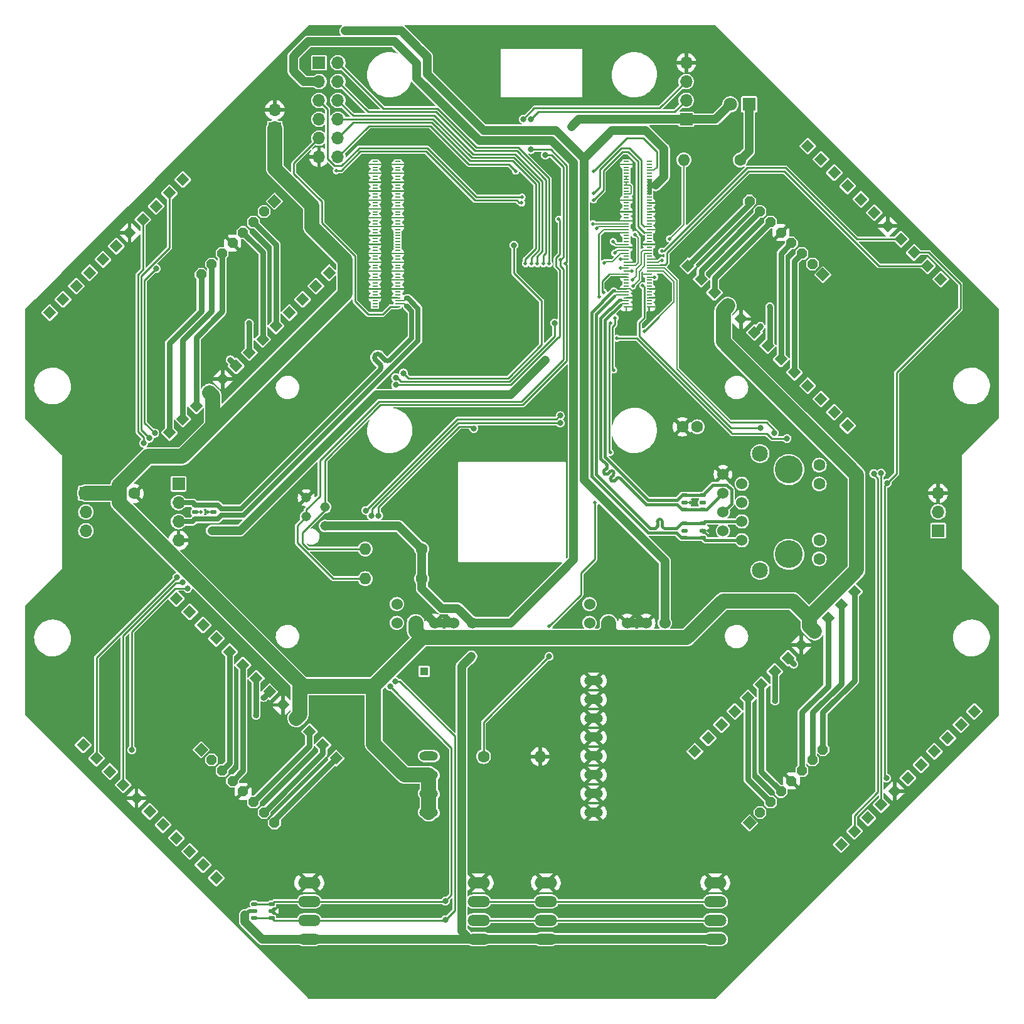
<source format=gtl>
%TF.GenerationSoftware,KiCad,Pcbnew,7.0.9*%
%TF.CreationDate,2024-01-19T20:30:06+01:00*%
%TF.ProjectId,bohlebots-rpi-cm4-carrier,626f686c-6562-46f7-9473-2d7270692d63,v01.2*%
%TF.SameCoordinates,Original*%
%TF.FileFunction,Copper,L1,Top*%
%TF.FilePolarity,Positive*%
%FSLAX46Y46*%
G04 Gerber Fmt 4.6, Leading zero omitted, Abs format (unit mm)*
G04 Created by KiCad (PCBNEW 7.0.9) date 2024-01-19 20:30:06*
%MOMM*%
%LPD*%
G01*
G04 APERTURE LIST*
G04 Aperture macros list*
%AMRoundRect*
0 Rectangle with rounded corners*
0 $1 Rounding radius*
0 $2 $3 $4 $5 $6 $7 $8 $9 X,Y pos of 4 corners*
0 Add a 4 corners polygon primitive as box body*
4,1,4,$2,$3,$4,$5,$6,$7,$8,$9,$2,$3,0*
0 Add four circle primitives for the rounded corners*
1,1,$1+$1,$2,$3*
1,1,$1+$1,$4,$5*
1,1,$1+$1,$6,$7*
1,1,$1+$1,$8,$9*
0 Add four rect primitives between the rounded corners*
20,1,$1+$1,$2,$3,$4,$5,0*
20,1,$1+$1,$4,$5,$6,$7,0*
20,1,$1+$1,$6,$7,$8,$9,0*
20,1,$1+$1,$8,$9,$2,$3,0*%
%AMRotRect*
0 Rectangle, with rotation*
0 The origin of the aperture is its center*
0 $1 length*
0 $2 width*
0 $3 Rotation angle, in degrees counterclockwise*
0 Add horizontal line*
21,1,$1,$2,0,0,$3*%
%AMOutline5P*
0 Free polygon, 5 corners , with rotation*
0 The origin of the aperture is its center*
0 number of corners: always 5*
0 $1 to $10 corner X, Y*
0 $11 Rotation angle, in degrees counterclockwise*
0 create outline with 5 corners*
4,1,5,$1,$2,$3,$4,$5,$6,$7,$8,$9,$10,$1,$2,$11*%
%AMOutline6P*
0 Free polygon, 6 corners , with rotation*
0 The origin of the aperture is its center*
0 number of corners: always 6*
0 $1 to $12 corner X, Y*
0 $13 Rotation angle, in degrees counterclockwise*
0 create outline with 6 corners*
4,1,6,$1,$2,$3,$4,$5,$6,$7,$8,$9,$10,$11,$12,$1,$2,$13*%
%AMOutline7P*
0 Free polygon, 7 corners , with rotation*
0 The origin of the aperture is its center*
0 number of corners: always 7*
0 $1 to $14 corner X, Y*
0 $15 Rotation angle, in degrees counterclockwise*
0 create outline with 7 corners*
4,1,7,$1,$2,$3,$4,$5,$6,$7,$8,$9,$10,$11,$12,$13,$14,$1,$2,$15*%
%AMOutline8P*
0 Free polygon, 8 corners , with rotation*
0 The origin of the aperture is its center*
0 number of corners: always 8*
0 $1 to $16 corner X, Y*
0 $17 Rotation angle, in degrees counterclockwise*
0 create outline with 8 corners*
4,1,8,$1,$2,$3,$4,$5,$6,$7,$8,$9,$10,$11,$12,$13,$14,$15,$16,$1,$2,$17*%
G04 Aperture macros list end*
%TA.AperFunction,ComponentPad*%
%ADD10C,1.530000*%
%TD*%
%TA.AperFunction,ComponentPad*%
%ADD11RotRect,1.320800X1.320800X225.000000*%
%TD*%
%TA.AperFunction,ComponentPad*%
%ADD12Outline8P,-0.660400X0.273547X-0.273547X0.660400X0.273547X0.660400X0.660400X0.273547X0.660400X-0.273547X0.273547X-0.660400X-0.273547X-0.660400X-0.660400X-0.273547X225.000000*%
%TD*%
%TA.AperFunction,ComponentPad*%
%ADD13R,1.700000X1.700000*%
%TD*%
%TA.AperFunction,ComponentPad*%
%ADD14O,1.700000X1.700000*%
%TD*%
%TA.AperFunction,SMDPad,CuDef*%
%ADD15RoundRect,0.137500X-0.262500X0.137500X-0.262500X-0.137500X0.262500X-0.137500X0.262500X0.137500X0*%
%TD*%
%TA.AperFunction,ComponentPad*%
%ADD16RotRect,1.320800X1.320800X315.000000*%
%TD*%
%TA.AperFunction,ComponentPad*%
%ADD17Outline8P,-0.660400X0.273547X-0.273547X0.660400X0.273547X0.660400X0.660400X0.273547X0.660400X-0.273547X0.273547X-0.660400X-0.273547X-0.660400X-0.660400X-0.273547X315.000000*%
%TD*%
%TA.AperFunction,ComponentPad*%
%ADD18RotRect,1.308000X1.308000X315.000000*%
%TD*%
%TA.AperFunction,ComponentPad*%
%ADD19C,1.600000*%
%TD*%
%TA.AperFunction,ComponentPad*%
%ADD20O,1.600000X1.600000*%
%TD*%
%TA.AperFunction,ComponentPad*%
%ADD21RotRect,1.320800X1.320800X45.000000*%
%TD*%
%TA.AperFunction,ComponentPad*%
%ADD22Outline8P,-0.660400X0.273547X-0.273547X0.660400X0.273547X0.660400X0.660400X0.273547X0.660400X-0.273547X0.273547X-0.660400X-0.273547X-0.660400X-0.660400X-0.273547X45.000000*%
%TD*%
%TA.AperFunction,ComponentPad*%
%ADD23RotRect,1.308000X1.308000X45.000000*%
%TD*%
%TA.AperFunction,SMDPad,CuDef*%
%ADD24R,0.700000X0.200000*%
%TD*%
%TA.AperFunction,ComponentPad*%
%ADD25O,2.540000X1.270000*%
%TD*%
%TA.AperFunction,ComponentPad*%
%ADD26R,1.108000X1.108000*%
%TD*%
%TA.AperFunction,ComponentPad*%
%ADD27RotRect,1.308000X1.308000X225.000000*%
%TD*%
%TA.AperFunction,ComponentPad*%
%ADD28RotRect,1.308000X1.308000X135.000000*%
%TD*%
%TA.AperFunction,ComponentPad*%
%ADD29O,3.016000X1.508000*%
%TD*%
%TA.AperFunction,ComponentPad*%
%ADD30C,1.308000*%
%TD*%
%TA.AperFunction,ComponentPad*%
%ADD31C,1.524000*%
%TD*%
%TA.AperFunction,ComponentPad*%
%ADD32C,1.600200*%
%TD*%
%TA.AperFunction,ComponentPad*%
%ADD33C,2.159000*%
%TD*%
%TA.AperFunction,ComponentPad*%
%ADD34C,3.759200*%
%TD*%
%TA.AperFunction,SMDPad,CuDef*%
%ADD35RoundRect,0.137500X0.262500X-0.137500X0.262500X0.137500X-0.262500X0.137500X-0.262500X-0.137500X0*%
%TD*%
%TA.AperFunction,ComponentPad*%
%ADD36RotRect,1.320800X1.320800X135.000000*%
%TD*%
%TA.AperFunction,ComponentPad*%
%ADD37Outline8P,-0.660400X0.273547X-0.273547X0.660400X0.273547X0.660400X0.660400X0.273547X0.660400X-0.273547X0.273547X-0.660400X-0.273547X-0.660400X-0.660400X-0.273547X135.000000*%
%TD*%
%TA.AperFunction,ComponentPad*%
%ADD38R,1.800000X1.800000*%
%TD*%
%TA.AperFunction,ComponentPad*%
%ADD39C,1.800000*%
%TD*%
%TA.AperFunction,ViaPad*%
%ADD40C,0.800000*%
%TD*%
%TA.AperFunction,ViaPad*%
%ADD41C,0.500000*%
%TD*%
%TA.AperFunction,Conductor*%
%ADD42C,0.200000*%
%TD*%
%TA.AperFunction,Conductor*%
%ADD43C,0.150000*%
%TD*%
%TA.AperFunction,Conductor*%
%ADD44C,1.200000*%
%TD*%
%TA.AperFunction,Conductor*%
%ADD45C,2.000000*%
%TD*%
%TA.AperFunction,Conductor*%
%ADD46C,0.550000*%
%TD*%
%TA.AperFunction,Conductor*%
%ADD47C,0.600000*%
%TD*%
%TA.AperFunction,Conductor*%
%ADD48C,0.800000*%
%TD*%
%TA.AperFunction,Conductor*%
%ADD49C,0.250000*%
%TD*%
%TA.AperFunction,Conductor*%
%ADD50C,0.447700*%
%TD*%
%TA.AperFunction,Conductor*%
%ADD51C,0.500000*%
%TD*%
%TA.AperFunction,Conductor*%
%ADD52C,0.661000*%
%TD*%
%TA.AperFunction,Conductor*%
%ADD53C,0.714000*%
%TD*%
G04 APERTURE END LIST*
D10*
%TO.P,D36V28FX2,1,PG*%
%TO.N,unconnected-(D36V28FX2-PG-Pad1)*%
X89970000Y-117930000D03*
%TO.P,D36V28FX2,2,EN*%
%TO.N,unconnected-(D36V28FX2-EN-Pad2)*%
X89970000Y-120470000D03*
%TO.P,D36V28FX2,3,IN*%
%TO.N,16V*%
X92510000Y-120470000D03*
%TO.P,D36V28FX2,4,GND_1*%
%TO.N,GND*%
X95050000Y-120470000D03*
%TO.P,D36V28FX2,5,GND_2*%
X97590000Y-120470000D03*
%TO.P,D36V28FX2,6,OUT*%
%TO.N,3.3V*%
X100130000Y-120470000D03*
%TD*%
D11*
%TO.P,JP3,1,1*%
%TO.N,Net-(ESCON3-+5V)*%
X147449747Y-73449747D03*
D12*
%TO.P,JP3,2,2*%
%TO.N,Net-(ESCON3-H1)*%
X146035534Y-72035534D03*
%TO.P,JP3,3,3*%
%TO.N,Net-(ESCON3-H3)*%
X144621320Y-70621320D03*
%TO.P,JP3,4,4*%
%TO.N,Net-(ESCON3-H2)*%
X143207107Y-69207107D03*
%TO.P,JP3,5,5*%
%TO.N,GND*%
X141792893Y-67792893D03*
%TO.P,JP3,6,6*%
%TO.N,Net-(ESCON3-M3)*%
X140378680Y-66378680D03*
%TO.P,JP3,7,7*%
%TO.N,Net-(ESCON3-M2)*%
X138964466Y-64964466D03*
%TO.P,JP3,8,8*%
%TO.N,Net-(ESCON3-M1)*%
X137550253Y-63550253D03*
%TD*%
D13*
%TO.P,J4,1,3.3V*%
%TO.N,3.3V*%
X129000000Y-52500000D03*
D14*
%TO.P,J4,2,SDA*%
%TO.N,/SDA*%
X129000000Y-49960000D03*
%TO.P,J4,3,SCL*%
%TO.N,/SCL*%
X129000000Y-47420000D03*
%TO.P,J4,4,GND*%
%TO.N,GND*%
X129000000Y-44880000D03*
%TD*%
D15*
%TO.P,U6,1,D1-*%
%TO.N,/SDA*%
X73100000Y-160300000D03*
%TO.P,U6,2,GND*%
%TO.N,GND*%
X73100000Y-159350000D03*
%TO.P,U6,3,D2-*%
%TO.N,/SCL*%
X73100000Y-158400000D03*
%TO.P,U6,4,D2+*%
X70700000Y-158400000D03*
%TO.P,U6,5,VCC*%
%TO.N,3.3V*%
X70700000Y-159350000D03*
%TO.P,U6,6,D1+*%
%TO.N,/SDA*%
X70700000Y-160300000D03*
%TD*%
D16*
%TO.P,JP4,1,1*%
%TO.N,Net-(ESCON4-+5V)*%
X73449747Y-63550253D03*
D17*
%TO.P,JP4,2,2*%
%TO.N,Net-(ESCON4-H1)*%
X72035534Y-64964466D03*
%TO.P,JP4,3,3*%
%TO.N,Net-(ESCON4-H3)*%
X70621320Y-66378680D03*
%TO.P,JP4,4,4*%
%TO.N,Net-(ESCON4-H2)*%
X69207107Y-67792893D03*
%TO.P,JP4,5,5*%
%TO.N,GND*%
X67792893Y-69207107D03*
%TO.P,JP4,6,6*%
%TO.N,Net-(ESCON4-M3)*%
X66378680Y-70621320D03*
%TO.P,JP4,7,7*%
%TO.N,Net-(ESCON4-M2)*%
X64964466Y-72035534D03*
%TO.P,JP4,8,8*%
%TO.N,Net-(ESCON4-M1)*%
X63550253Y-73449747D03*
%TD*%
D18*
%TO.P,ESCON1,P1,M1*%
%TO.N,Net-(ESCON1-M1)*%
X81765680Y-138720315D03*
%TO.P,ESCON1,P2,M2*%
%TO.N,Net-(ESCON1-M2)*%
X79969629Y-136924264D03*
%TO.P,ESCON1,P3,M3*%
%TO.N,Net-(ESCON1-M3)*%
X78173578Y-135128213D03*
%TO.P,ESCON1,P4,VCC*%
%TO.N,16V*%
X76377527Y-133332162D03*
%TO.P,ESCON1,P5,GND*%
%TO.N,GND*%
X74581475Y-131536110D03*
%TO.P,ESCON1,P6,+5V*%
%TO.N,Net-(ESCON1-+5V)*%
X72785424Y-129740059D03*
%TO.P,ESCON1,P7,H1*%
%TO.N,Net-(ESCON1-H1)*%
X70989373Y-127944008D03*
%TO.P,ESCON1,P8,H2*%
%TO.N,Net-(ESCON1-H2)*%
X69193322Y-126147957D03*
%TO.P,ESCON1,P9,H3*%
%TO.N,Net-(ESCON1-H3)*%
X67397271Y-124351905D03*
%TO.P,ESCON1,P10*%
%TO.N,N/C*%
X65601219Y-122555854D03*
%TO.P,ESCON1,P11*%
X63805168Y-120759803D03*
%TO.P,ESCON1,P12*%
X62009117Y-118963752D03*
%TO.P,ESCON1,P13*%
X60213066Y-117167701D03*
%TO.P,ESCON1,P14,D4*%
%TO.N,unconnected-(ESCON1-D4-PadP14)*%
X47640707Y-136924264D03*
%TO.P,ESCON1,P15,D3*%
%TO.N,/DIR1*%
X49436758Y-138720315D03*
%TO.P,ESCON1,P16,D2*%
%TO.N,/ENA*%
X51232810Y-140516367D03*
%TO.P,ESCON1,P17,D1*%
%TO.N,/PWM1*%
X53028861Y-142312418D03*
%TO.P,ESCON1,P18,GND*%
%TO.N,GND*%
X54824912Y-144108469D03*
%TO.P,ESCON1,P19*%
%TO.N,N/C*%
X56620963Y-145904520D03*
%TO.P,ESCON1,P20*%
X58417014Y-147700571D03*
%TO.P,ESCON1,P21*%
X60213066Y-149496623D03*
%TO.P,ESCON1,P22*%
X62009117Y-151292674D03*
%TO.P,ESCON1,P23*%
X63805168Y-153088725D03*
%TO.P,ESCON1,P24*%
X65601219Y-154884776D03*
%TD*%
D19*
%TO.P,R3,1*%
%TO.N,3.3V*%
X93310000Y-110500000D03*
D20*
%TO.P,R3,2*%
%TO.N,/SCL*%
X85690000Y-110500000D03*
%TD*%
D10*
%TO.P,D36V28FX1,1,PG*%
%TO.N,unconnected-(D36V28FX1-PG-Pad1)*%
X115970000Y-117930000D03*
%TO.P,D36V28FX1,2,EN*%
%TO.N,unconnected-(D36V28FX1-EN-Pad2)*%
X115970000Y-120470000D03*
%TO.P,D36V28FX1,3,IN*%
%TO.N,16V*%
X118510000Y-120470000D03*
%TO.P,D36V28FX1,4,GND_1*%
%TO.N,GND*%
X121050000Y-120470000D03*
%TO.P,D36V28FX1,5,GND_2*%
X123590000Y-120470000D03*
%TO.P,D36V28FX1,6,OUT*%
%TO.N,5V*%
X126130000Y-120470000D03*
%TD*%
D13*
%TO.P,J3,1,5V*%
%TO.N,5V*%
X79460000Y-44880000D03*
D14*
%TO.P,J3,2,SPI_CLK*%
%TO.N,/SPI0_SCLK*%
X82000000Y-44880000D03*
%TO.P,J3,3,3.3V*%
%TO.N,3.3V*%
X79460000Y-47420000D03*
%TO.P,J3,4,SPI_MOSI*%
%TO.N,/SPI0_MOSI*%
X82000000Y-47420000D03*
%TO.P,J3,5,UART_TXD*%
%TO.N,/UART0_TXD*%
X79460000Y-49960000D03*
%TO.P,J3,6,SPI_MISO*%
%TO.N,/SPI0_MISO*%
X82000000Y-49960000D03*
%TO.P,J3,7,UART_RXD*%
%TO.N,/UART0_RXD*%
X79460000Y-52500000D03*
%TO.P,J3,8,SPI_CE0*%
%TO.N,/SPI0_CE0*%
X82000000Y-52500000D03*
%TO.P,J3,9,USB_OTG_ID*%
%TO.N,/USB_OTG_ID*%
X79460000Y-55040000D03*
%TO.P,J3,10,SPI_CE1*%
%TO.N,/SPI0_CE1*%
X82000000Y-55040000D03*
%TO.P,J3,11,GND*%
%TO.N,GND*%
X79460000Y-57580000D03*
%TO.P,J3,12,nBoot*%
%TO.N,/nRPIBOOT*%
X82000000Y-57580000D03*
%TD*%
D15*
%TO.P,U3,1,D1-*%
%TO.N,/TD_P*%
X131200000Y-108950000D03*
%TO.P,U3,2,GND*%
%TO.N,GND*%
X131200000Y-108000000D03*
%TO.P,U3,3,D2-*%
%TO.N,/TD_N*%
X131200000Y-107050000D03*
%TO.P,U3,4,D2+*%
X128800000Y-107050000D03*
%TO.P,U3,5*%
%TO.N,N/C*%
X128800000Y-108000000D03*
%TO.P,U3,6,D1+*%
%TO.N,/TD_P*%
X128800000Y-108950000D03*
%TD*%
D21*
%TO.P,JP1,1,1*%
%TO.N,Net-(ESCON1-+5V)*%
X63550253Y-137550253D03*
D22*
%TO.P,JP1,2,2*%
%TO.N,Net-(ESCON1-H1)*%
X64964466Y-138964466D03*
%TO.P,JP1,3,3*%
%TO.N,Net-(ESCON1-H3)*%
X66378680Y-140378680D03*
%TO.P,JP1,4,4*%
%TO.N,Net-(ESCON1-H2)*%
X67792893Y-141792893D03*
%TO.P,JP1,5,5*%
%TO.N,GND*%
X69207107Y-143207107D03*
%TO.P,JP1,6,6*%
%TO.N,Net-(ESCON1-M3)*%
X70621320Y-144621320D03*
%TO.P,JP1,7,7*%
%TO.N,Net-(ESCON1-M2)*%
X72035534Y-146035534D03*
%TO.P,JP1,8,8*%
%TO.N,Net-(ESCON1-M1)*%
X73449747Y-147449747D03*
%TD*%
D23*
%TO.P,ESCON2,P1,M1*%
%TO.N,Net-(ESCON2-M1)*%
X151720315Y-116234320D03*
%TO.P,ESCON2,P2,M2*%
%TO.N,Net-(ESCON2-M2)*%
X149924264Y-118030371D03*
%TO.P,ESCON2,P3,M3*%
%TO.N,Net-(ESCON2-M3)*%
X148128213Y-119826422D03*
%TO.P,ESCON2,P4,VCC*%
%TO.N,16V*%
X146332162Y-121622473D03*
%TO.P,ESCON2,P5,GND*%
%TO.N,GND*%
X144536110Y-123418525D03*
%TO.P,ESCON2,P6,+5V*%
%TO.N,Net-(ESCON2-+5V)*%
X142740059Y-125214576D03*
%TO.P,ESCON2,P7,H1*%
%TO.N,Net-(ESCON2-H1)*%
X140944008Y-127010627D03*
%TO.P,ESCON2,P8,H2*%
%TO.N,Net-(ESCON2-H2)*%
X139147957Y-128806678D03*
%TO.P,ESCON2,P9,H3*%
%TO.N,Net-(ESCON2-H3)*%
X137351905Y-130602729D03*
%TO.P,ESCON2,P10*%
%TO.N,N/C*%
X135555854Y-132398781D03*
%TO.P,ESCON2,P11*%
X133759803Y-134194832D03*
%TO.P,ESCON2,P12*%
X131963752Y-135990883D03*
%TO.P,ESCON2,P13*%
X130167701Y-137786934D03*
%TO.P,ESCON2,P14,D4*%
%TO.N,unconnected-(ESCON2-D4-PadP14)*%
X149924264Y-150359293D03*
%TO.P,ESCON2,P15,D3*%
%TO.N,/DIR2*%
X151720315Y-148563242D03*
%TO.P,ESCON2,P16,D2*%
%TO.N,/ENA*%
X153516367Y-146767190D03*
%TO.P,ESCON2,P17,D1*%
%TO.N,/PWM2*%
X155312418Y-144971139D03*
%TO.P,ESCON2,P18,GND*%
%TO.N,GND*%
X157108469Y-143175088D03*
%TO.P,ESCON2,P19*%
%TO.N,N/C*%
X158904520Y-141379037D03*
%TO.P,ESCON2,P20*%
X160700571Y-139582986D03*
%TO.P,ESCON2,P21*%
X162496623Y-137786934D03*
%TO.P,ESCON2,P22*%
X164292674Y-135990883D03*
%TO.P,ESCON2,P23*%
X166088725Y-134194832D03*
%TO.P,ESCON2,P24*%
X167884776Y-132398781D03*
%TD*%
D19*
%TO.P,R1,1*%
%TO.N,/KICK*%
X101655000Y-138500000D03*
D20*
%TO.P,R1,2*%
%TO.N,GND*%
X109275000Y-138500000D03*
%TD*%
D24*
%TO.P,U8,1,USB_OTG_ID*%
%TO.N,/USB_OTG_ID*%
X90080000Y-77800000D03*
%TO.P,U8,2,~{PCIe_CLK_nREQ}*%
%TO.N,unconnected-(U8-~{PCIe_CLK_nREQ}-Pad2)*%
X87000000Y-77800000D03*
%TO.P,U8,3,USB_N*%
%TO.N,/USB_N*%
X90080000Y-77400000D03*
%TO.P,U8,4,Reserved*%
%TO.N,unconnected-(U8-Reserved-Pad4)*%
X87000000Y-77400000D03*
%TO.P,U8,5,USB_P*%
%TO.N,/USB_P*%
X90080000Y-77000000D03*
%TO.P,U8,6,Reserved*%
%TO.N,unconnected-(U8-Reserved-Pad6)*%
X87000000Y-77000000D03*
%TO.P,U8,7,GND*%
%TO.N,GND*%
X90080000Y-76600000D03*
%TO.P,U8,8,GND*%
X87000000Y-76600000D03*
%TO.P,U8,9,~{PCIe_nRST}*%
%TO.N,unconnected-(U8-~{PCIe_nRST}-Pad9)*%
X90080000Y-76200000D03*
%TO.P,U8,10,PCIe_CLK_P*%
%TO.N,unconnected-(U8-PCIe_CLK_P-Pad10)*%
X87000000Y-76200000D03*
%TO.P,U8,11,VDAC_COMP*%
%TO.N,unconnected-(U8-VDAC_COMP-Pad11)*%
X90080000Y-75800000D03*
%TO.P,U8,12,PCIe_CLK_N*%
%TO.N,unconnected-(U8-PCIe_CLK_N-Pad12)*%
X87000000Y-75800000D03*
%TO.P,U8,13,GND*%
%TO.N,GND*%
X90080000Y-75400000D03*
%TO.P,U8,14,GND*%
X87000000Y-75400000D03*
%TO.P,U8,15,CAM1_D0_N*%
%TO.N,unconnected-(U8-CAM1_D0_N-Pad15)*%
X90080000Y-75000000D03*
%TO.P,U8,16,PCIe_RX_P*%
%TO.N,unconnected-(U8-PCIe_RX_P-Pad16)*%
X87000000Y-75000000D03*
%TO.P,U8,17,CAM1_D0_P*%
%TO.N,unconnected-(U8-CAM1_D0_P-Pad17)*%
X90080000Y-74600000D03*
%TO.P,U8,18,PCIe_RX_N*%
%TO.N,unconnected-(U8-PCIe_RX_N-Pad18)*%
X87000000Y-74600000D03*
%TO.P,U8,19,GND*%
%TO.N,GND*%
X90080000Y-74200000D03*
%TO.P,U8,20,GND*%
X87000000Y-74200000D03*
%TO.P,U8,21,CAM1_D1_N*%
%TO.N,unconnected-(U8-CAM1_D1_N-Pad21)*%
X90080000Y-73800000D03*
%TO.P,U8,22,PCIe_TX_P*%
%TO.N,unconnected-(U8-PCIe_TX_P-Pad22)*%
X87000000Y-73800000D03*
%TO.P,U8,23,CAM1_D1_P*%
%TO.N,unconnected-(U8-CAM1_D1_P-Pad23)*%
X90080000Y-73400000D03*
%TO.P,U8,24,PCIe_TX_N*%
%TO.N,unconnected-(U8-PCIe_TX_N-Pad24)*%
X87000000Y-73400000D03*
%TO.P,U8,25,GND*%
%TO.N,GND*%
X90080000Y-73000000D03*
%TO.P,U8,26,GND*%
X87000000Y-73000000D03*
%TO.P,U8,27,CAM1_C_N*%
%TO.N,unconnected-(U8-CAM1_C_N-Pad27)*%
X90080000Y-72600000D03*
%TO.P,U8,28,CAM0_D0_N*%
%TO.N,unconnected-(U8-CAM0_D0_N-Pad28)*%
X87000000Y-72600000D03*
%TO.P,U8,29,CAM1_C_P*%
%TO.N,unconnected-(U8-CAM1_C_P-Pad29)*%
X90080000Y-72200000D03*
%TO.P,U8,30,CAM0_D0_P*%
%TO.N,unconnected-(U8-CAM0_D0_P-Pad30)*%
X87000000Y-72200000D03*
%TO.P,U8,31,GND*%
%TO.N,GND*%
X90080000Y-71800000D03*
%TO.P,U8,32,GND*%
X87000000Y-71800000D03*
%TO.P,U8,33,CAM1_D2_N*%
%TO.N,unconnected-(U8-CAM1_D2_N-Pad33)*%
X90080000Y-71400000D03*
%TO.P,U8,34,CAM0_D1_N*%
%TO.N,unconnected-(U8-CAM0_D1_N-Pad34)*%
X87000000Y-71400000D03*
%TO.P,U8,35,CAM1_D2_P*%
%TO.N,unconnected-(U8-CAM1_D2_P-Pad35)*%
X90080000Y-71000000D03*
%TO.P,U8,36,CAM0_D1_P*%
%TO.N,unconnected-(U8-CAM0_D1_P-Pad36)*%
X87000000Y-71000000D03*
%TO.P,U8,37,GND*%
%TO.N,GND*%
X90080000Y-70600000D03*
%TO.P,U8,38,GND*%
X87000000Y-70600000D03*
%TO.P,U8,39,CAM1_D3_N*%
%TO.N,unconnected-(U8-CAM1_D3_N-Pad39)*%
X90080000Y-70200000D03*
%TO.P,U8,40,CAM0_C_N*%
%TO.N,unconnected-(U8-CAM0_C_N-Pad40)*%
X87000000Y-70200000D03*
%TO.P,U8,41,CAM1_D3_P*%
%TO.N,unconnected-(U8-CAM1_D3_P-Pad41)*%
X90080000Y-69800000D03*
%TO.P,U8,42,CAM0_C_P*%
%TO.N,unconnected-(U8-CAM0_C_P-Pad42)*%
X87000000Y-69800000D03*
%TO.P,U8,43,HDMI1_HOTPLUG*%
%TO.N,unconnected-(U8-HDMI1_HOTPLUG-Pad43)*%
X90080000Y-69400000D03*
%TO.P,U8,44,GND*%
%TO.N,GND*%
X87000000Y-69400000D03*
%TO.P,U8,45,HDMI1_SDA*%
%TO.N,unconnected-(U8-HDMI1_SDA-Pad45)*%
X90080000Y-69000000D03*
%TO.P,U8,46,HDMI1_TX2_P*%
%TO.N,unconnected-(U8-HDMI1_TX2_P-Pad46)*%
X87000000Y-69000000D03*
%TO.P,U8,47,HDMI1_SCL*%
%TO.N,unconnected-(U8-HDMI1_SCL-Pad47)*%
X90080000Y-68600000D03*
%TO.P,U8,48,HDMI1_TX2_N*%
%TO.N,unconnected-(U8-HDMI1_TX2_N-Pad48)*%
X87000000Y-68600000D03*
%TO.P,U8,49,HDMI1_CEC*%
%TO.N,unconnected-(U8-HDMI1_CEC-Pad49)*%
X90080000Y-68200000D03*
%TO.P,U8,50,GND*%
%TO.N,GND*%
X87000000Y-68200000D03*
%TO.P,U8,51,HDMI0_CEC*%
%TO.N,unconnected-(U8-HDMI0_CEC-Pad51)*%
X90080000Y-67800000D03*
%TO.P,U8,52,HDMI1_TX1_P*%
%TO.N,unconnected-(U8-HDMI1_TX1_P-Pad52)*%
X87000000Y-67800000D03*
%TO.P,U8,53,HDMI0_HOTPLUG*%
%TO.N,unconnected-(U8-HDMI0_HOTPLUG-Pad53)*%
X90080000Y-67400000D03*
%TO.P,U8,54,HDMI1_TX1_N*%
%TO.N,unconnected-(U8-HDMI1_TX1_N-Pad54)*%
X87000000Y-67400000D03*
%TO.P,U8,55,GND*%
%TO.N,GND*%
X90080000Y-67000000D03*
%TO.P,U8,56,GND*%
X87000000Y-67000000D03*
%TO.P,U8,57,DSI0_D0_N*%
%TO.N,unconnected-(U8-DSI0_D0_N-Pad57)*%
X90080000Y-66600000D03*
%TO.P,U8,58,HDMI1_TX0_P*%
%TO.N,unconnected-(U8-HDMI1_TX0_P-Pad58)*%
X87000000Y-66600000D03*
%TO.P,U8,59,DSI0_D0_P*%
%TO.N,unconnected-(U8-DSI0_D0_P-Pad59)*%
X90080000Y-66200000D03*
%TO.P,U8,60,HDMI1_TX0_N*%
%TO.N,unconnected-(U8-HDMI1_TX0_N-Pad60)*%
X87000000Y-66200000D03*
%TO.P,U8,61,GND*%
%TO.N,GND*%
X90080000Y-65800000D03*
%TO.P,U8,62,GND*%
X87000000Y-65800000D03*
%TO.P,U8,63,DSI0_D1_N*%
%TO.N,unconnected-(U8-DSI0_D1_N-Pad63)*%
X90080000Y-65400000D03*
%TO.P,U8,64,HDMI1_CLK_P*%
%TO.N,unconnected-(U8-HDMI1_CLK_P-Pad64)*%
X87000000Y-65400000D03*
%TO.P,U8,65,DSI0_D1_P*%
%TO.N,unconnected-(U8-DSI0_D1_P-Pad65)*%
X90080000Y-65000000D03*
%TO.P,U8,66,HDMI1_CLK_N*%
%TO.N,unconnected-(U8-HDMI1_CLK_N-Pad66)*%
X87000000Y-65000000D03*
%TO.P,U8,67,GND*%
%TO.N,GND*%
X90080000Y-64600000D03*
%TO.P,U8,68,GND*%
X87000000Y-64600000D03*
%TO.P,U8,69,DSI0_C_N*%
%TO.N,unconnected-(U8-DSI0_C_N-Pad69)*%
X90080000Y-64200000D03*
%TO.P,U8,70,HDMI0_TX2_P*%
%TO.N,unconnected-(U8-HDMI0_TX2_P-Pad70)*%
X87000000Y-64200000D03*
%TO.P,U8,71,DSI0_C_P*%
%TO.N,unconnected-(U8-DSI0_C_P-Pad71)*%
X90080000Y-63800000D03*
%TO.P,U8,72,HDMI0_TX2_N*%
%TO.N,unconnected-(U8-HDMI0_TX2_N-Pad72)*%
X87000000Y-63800000D03*
%TO.P,U8,73,GND*%
%TO.N,GND*%
X90080000Y-63400000D03*
%TO.P,U8,74,GND*%
X87000000Y-63400000D03*
%TO.P,U8,75,DSI1_D0_N*%
%TO.N,unconnected-(U8-DSI1_D0_N-Pad75)*%
X90080000Y-63000000D03*
%TO.P,U8,76,HDMI0_TX1_P*%
%TO.N,unconnected-(U8-HDMI0_TX1_P-Pad76)*%
X87000000Y-63000000D03*
%TO.P,U8,77,DSI1_D0_P*%
%TO.N,unconnected-(U8-DSI1_D0_P-Pad77)*%
X90080000Y-62600000D03*
%TO.P,U8,78,HDMI0_TX1_N*%
%TO.N,unconnected-(U8-HDMI0_TX1_N-Pad78)*%
X87000000Y-62600000D03*
%TO.P,U8,79,GND*%
%TO.N,GND*%
X90080000Y-62200000D03*
%TO.P,U8,80,GND*%
X87000000Y-62200000D03*
%TO.P,U8,81,DSI1_D1_N*%
%TO.N,unconnected-(U8-DSI1_D1_N-Pad81)*%
X90080000Y-61800000D03*
%TO.P,U8,82,HDMI0_TX0_P*%
%TO.N,unconnected-(U8-HDMI0_TX0_P-Pad82)*%
X87000000Y-61800000D03*
%TO.P,U8,83,DSI1_D1_P*%
%TO.N,unconnected-(U8-DSI1_D1_P-Pad83)*%
X90080000Y-61400000D03*
%TO.P,U8,84,HDMI0_TX0_N*%
%TO.N,unconnected-(U8-HDMI0_TX0_N-Pad84)*%
X87000000Y-61400000D03*
%TO.P,U8,85,GND*%
%TO.N,GND*%
X90080000Y-61000000D03*
%TO.P,U8,86,GND*%
X87000000Y-61000000D03*
%TO.P,U8,87,DSI1_C_N*%
%TO.N,unconnected-(U8-DSI1_C_N-Pad87)*%
X90080000Y-60600000D03*
%TO.P,U8,88,HDMI0_CLK_P*%
%TO.N,unconnected-(U8-HDMI0_CLK_P-Pad88)*%
X87000000Y-60600000D03*
%TO.P,U8,89,DSI1_C_P*%
%TO.N,unconnected-(U8-DSI1_C_P-Pad89)*%
X90080000Y-60200000D03*
%TO.P,U8,90,HDMI0_CLK_N*%
%TO.N,unconnected-(U8-HDMI0_CLK_N-Pad90)*%
X87000000Y-60200000D03*
%TO.P,U8,91,GND*%
%TO.N,GND*%
X90080000Y-59800000D03*
%TO.P,U8,92,GND*%
X87000000Y-59800000D03*
%TO.P,U8,93,DSI1_D2_N*%
%TO.N,unconnected-(U8-DSI1_D2_N-Pad93)*%
X90080000Y-59400000D03*
%TO.P,U8,94,DSI1_D3_N*%
%TO.N,unconnected-(U8-DSI1_D3_N-Pad94)*%
X87000000Y-59400000D03*
%TO.P,U8,95,DSI1_D2_P*%
%TO.N,unconnected-(U8-DSI1_D2_P-Pad95)*%
X90080000Y-59000000D03*
%TO.P,U8,96,DSI1_D3_P*%
%TO.N,unconnected-(U8-DSI1_D3_P-Pad96)*%
X87000000Y-59000000D03*
%TO.P,U8,97,GND*%
%TO.N,GND*%
X90080000Y-58600000D03*
%TO.P,U8,98,GND*%
X87000000Y-58600000D03*
%TO.P,U8,99,HDMI0_SDA*%
%TO.N,unconnected-(U8-HDMI0_SDA-Pad99)*%
X90080000Y-58200000D03*
%TO.P,U8,100,HDMI0_SCL*%
%TO.N,unconnected-(U8-HDMI0_SCL-Pad100)*%
X87000000Y-58200000D03*
%TD*%
D25*
%TO.P,K1,GND1,GND*%
%TO.N,GND*%
X116500000Y-128270000D03*
%TO.P,K1,GND2,GND*%
X116500000Y-130810000D03*
%TO.P,K1,GND3,GND*%
X116500000Y-133350000D03*
%TO.P,K1,GND4,GND*%
X116500000Y-135890000D03*
%TO.P,K1,GND5,GND*%
X116500000Y-138430000D03*
%TO.P,K1,GND6,GND*%
X116500000Y-140970000D03*
%TO.P,K1,GND7,GND*%
X116500000Y-143510000D03*
%TO.P,K1,GND8,GND*%
X116500000Y-146050000D03*
D26*
%TO.P,K1,NC*%
%TO.N,N/C*%
X93640000Y-127000000D03*
D25*
%TO.P,K1,SIG,SIG*%
%TO.N,/KICK*%
X94275000Y-138430000D03*
%TO.P,K1,V+1,V+*%
%TO.N,16V*%
X94275000Y-140970000D03*
%TO.P,K1,V+2,V+*%
X94275000Y-143510000D03*
%TO.P,K1,V+3,V+*%
X94275000Y-146050000D03*
%TD*%
D19*
%TO.P,R4,1*%
%TO.N,Net-(D1-K)*%
X136310000Y-58000000D03*
D20*
%TO.P,R4,2*%
%TO.N,/LED_nACT*%
X128690000Y-58000000D03*
%TD*%
D13*
%TO.P,J5,1,VCC*%
%TO.N,16V*%
X48000000Y-102960000D03*
D14*
%TO.P,J5,2,NC*%
%TO.N,unconnected-(J5-NC-Pad2)*%
X48000000Y-105500000D03*
%TO.P,J5,3,GND*%
%TO.N,Net-(J5-GND)*%
X48000000Y-108040000D03*
%TD*%
D24*
%TO.P,U7,1,GND*%
%TO.N,GND*%
X124000000Y-77800000D03*
%TO.P,U7,2,GND*%
X120920000Y-77800000D03*
%TO.P,U7,3,Ethernet_Pair3_P*%
%TO.N,unconnected-(U7-Ethernet_Pair3_P-Pad3)*%
X124000000Y-77400000D03*
%TO.P,U7,4,Ethernet_Pair1_P*%
%TO.N,/RD_P*%
X120920000Y-77400000D03*
%TO.P,U7,5,Ethernet_Pair3_N*%
%TO.N,unconnected-(U7-Ethernet_Pair3_N-Pad5)*%
X124000000Y-77000000D03*
%TO.P,U7,6,Ethernet_Pair1_N*%
%TO.N,/RD_N*%
X120920000Y-77000000D03*
%TO.P,U7,7,GND*%
%TO.N,GND*%
X124000000Y-76600000D03*
%TO.P,U7,8,GND*%
X120920000Y-76600000D03*
%TO.P,U7,9,Ethernet_Pair2_N*%
%TO.N,unconnected-(U7-Ethernet_Pair2_N-Pad9)*%
X124000000Y-76200000D03*
%TO.P,U7,10,Ethernet_Pair0_N*%
%TO.N,/TD_N*%
X120920000Y-76200000D03*
%TO.P,U7,11,Ethernet_Pair2_P*%
%TO.N,unconnected-(U7-Ethernet_Pair2_P-Pad11)*%
X124000000Y-75800000D03*
%TO.P,U7,12,Ethernet_Pair0_P*%
%TO.N,/TD_P*%
X120920000Y-75800000D03*
%TO.P,U7,13,GND*%
%TO.N,GND*%
X124000000Y-75400000D03*
%TO.P,U7,14,GND*%
X120920000Y-75400000D03*
%TO.P,U7,15,~{Ethernet_nLED3}*%
%TO.N,unconnected-(U7-~{Ethernet_nLED3}-Pad15)*%
X124000000Y-75000000D03*
%TO.P,U7,16,Ethernet_SYNC_IN*%
%TO.N,unconnected-(U7-Ethernet_SYNC_IN-Pad16)*%
X120920000Y-75000000D03*
%TO.P,U7,17,~{Ethernet_nLED2}*%
%TO.N,unconnected-(U7-~{Ethernet_nLED2}-Pad17)*%
X124000000Y-74600000D03*
%TO.P,U7,18,Ethernet_SYNC_OUT*%
%TO.N,unconnected-(U7-Ethernet_SYNC_OUT-Pad18)*%
X120920000Y-74600000D03*
%TO.P,U7,19,~{Ethernet_nLED1}*%
%TO.N,unconnected-(U7-~{Ethernet_nLED1}-Pad19)*%
X124000000Y-74200000D03*
%TO.P,U7,20,EEPROM_nWP*%
%TO.N,unconnected-(U7-EEPROM_nWP-Pad20)*%
X120920000Y-74200000D03*
%TO.P,U7,21,~{Pi_nLED_Activity}*%
%TO.N,/LED_nACT*%
X124000000Y-73800000D03*
%TO.P,U7,22,GND*%
%TO.N,GND*%
X120920000Y-73800000D03*
%TO.P,U7,23,GND*%
X124000000Y-73400000D03*
%TO.P,U7,24,GPIO26*%
%TO.N,/PWM1*%
X120920000Y-73400000D03*
%TO.P,U7,25,GPIO21*%
%TO.N,/DIR1*%
X124000000Y-73000000D03*
%TO.P,U7,26,GPIO19*%
%TO.N,/PWM2*%
X120920000Y-73000000D03*
%TO.P,U7,27,GPIO20*%
%TO.N,/DIR2*%
X124000000Y-72600000D03*
%TO.P,U7,28,GPIO13*%
%TO.N,/PWM3*%
X120920000Y-72600000D03*
%TO.P,U7,29,GPIO16*%
%TO.N,/DIR3*%
X124000000Y-72200000D03*
%TO.P,U7,30,GPIO6*%
%TO.N,/PWM4*%
X120920000Y-72200000D03*
%TO.P,U7,31,GPIO12*%
%TO.N,/DIR4*%
X124000000Y-71800000D03*
%TO.P,U7,32,GND*%
%TO.N,GND*%
X120920000Y-71800000D03*
%TO.P,U7,33,GND*%
X124000000Y-71400000D03*
%TO.P,U7,34,GPIO5*%
%TO.N,/ENA*%
X120920000Y-71400000D03*
%TO.P,U7,35,ID_SC*%
%TO.N,unconnected-(U7-ID_SC-Pad35)*%
X124000000Y-71000000D03*
%TO.P,U7,36,ID_SD*%
%TO.N,unconnected-(U7-ID_SD-Pad36)*%
X120920000Y-71000000D03*
%TO.P,U7,37,GPIO7*%
%TO.N,/SPI0_CE1*%
X124000000Y-70600000D03*
%TO.P,U7,38,GPIO11*%
%TO.N,/SPI0_SCLK*%
X120920000Y-70600000D03*
%TO.P,U7,39,GPIO8*%
%TO.N,/SPI0_CE0*%
X124000000Y-70200000D03*
%TO.P,U7,40,GPIO9*%
%TO.N,/SPI0_MISO*%
X120920000Y-70200000D03*
%TO.P,U7,41,GPIO25*%
%TO.N,unconnected-(U7-GPIO25-Pad41)*%
X124000000Y-69800000D03*
%TO.P,U7,42,GND*%
%TO.N,GND*%
X120920000Y-69800000D03*
%TO.P,U7,43,GND*%
X124000000Y-69400000D03*
%TO.P,U7,44,GPIO10*%
%TO.N,/SPI0_MOSI*%
X120920000Y-69400000D03*
%TO.P,U7,45,GPIO24*%
%TO.N,unconnected-(U7-GPIO24-Pad45)*%
X124000000Y-69000000D03*
%TO.P,U7,46,GPIO22*%
%TO.N,unconnected-(U7-GPIO22-Pad46)*%
X120920000Y-69000000D03*
%TO.P,U7,47,GPIO23*%
%TO.N,unconnected-(U7-GPIO23-Pad47)*%
X124000000Y-68600000D03*
%TO.P,U7,48,GPIO27*%
%TO.N,unconnected-(U7-GPIO27-Pad48)*%
X120920000Y-68600000D03*
%TO.P,U7,49,GPIO18*%
%TO.N,unconnected-(U7-GPIO18-Pad49)*%
X124000000Y-68200000D03*
%TO.P,U7,50,GPIO17*%
%TO.N,unconnected-(U7-GPIO17-Pad50)*%
X120920000Y-68200000D03*
%TO.P,U7,51,GPIO15*%
%TO.N,/UART0_RXD*%
X124000000Y-67800000D03*
%TO.P,U7,52,GND*%
%TO.N,GND*%
X120920000Y-67800000D03*
%TO.P,U7,53,GND*%
X124000000Y-67400000D03*
%TO.P,U7,54,GPIO4*%
%TO.N,/KICK*%
X120920000Y-67400000D03*
%TO.P,U7,55,GPIO14*%
%TO.N,/UART0_TXD*%
X124000000Y-67000000D03*
%TO.P,U7,56,GPIO3*%
%TO.N,/SCL*%
X120920000Y-67000000D03*
%TO.P,U7,57,SD_CLK*%
%TO.N,unconnected-(U7-SD_CLK-Pad57)*%
X124000000Y-66600000D03*
%TO.P,U7,58,GPIO2*%
%TO.N,/SDA*%
X120920000Y-66600000D03*
%TO.P,U7,59,GND*%
%TO.N,GND*%
X124000000Y-66200000D03*
%TO.P,U7,60,GND*%
X120920000Y-66200000D03*
%TO.P,U7,61,SD_DAT3*%
%TO.N,unconnected-(U7-SD_DAT3-Pad61)*%
X124000000Y-65800000D03*
%TO.P,U7,62,SD_CMD*%
%TO.N,unconnected-(U7-SD_CMD-Pad62)*%
X120920000Y-65800000D03*
%TO.P,U7,63,SD_DAT0*%
%TO.N,unconnected-(U7-SD_DAT0-Pad63)*%
X124000000Y-65400000D03*
%TO.P,U7,64,SD_DAT5*%
%TO.N,unconnected-(U7-SD_DAT5-Pad64)*%
X120920000Y-65400000D03*
%TO.P,U7,65,GND*%
%TO.N,GND*%
X124000000Y-65000000D03*
%TO.P,U7,66,GND*%
X120920000Y-65000000D03*
%TO.P,U7,67,SD_DAT1*%
%TO.N,unconnected-(U7-SD_DAT1-Pad67)*%
X124000000Y-64600000D03*
%TO.P,U7,68,SD_DAT4*%
%TO.N,unconnected-(U7-SD_DAT4-Pad68)*%
X120920000Y-64600000D03*
%TO.P,U7,69,SD_DAT2*%
%TO.N,unconnected-(U7-SD_DAT2-Pad69)*%
X124000000Y-64200000D03*
%TO.P,U7,70,SD_DAT7*%
%TO.N,unconnected-(U7-SD_DAT7-Pad70)*%
X120920000Y-64200000D03*
%TO.P,U7,71,GND*%
%TO.N,GND*%
X124000000Y-63800000D03*
%TO.P,U7,72,SD_DAT6*%
%TO.N,unconnected-(U7-SD_DAT6-Pad72)*%
X120920000Y-63800000D03*
%TO.P,U7,73,SD_VDD_Override*%
%TO.N,unconnected-(U7-SD_VDD_Override-Pad73)*%
X124000000Y-63400000D03*
%TO.P,U7,74,GND*%
%TO.N,GND*%
X120920000Y-63400000D03*
%TO.P,U7,75,SD_PWR_ON*%
%TO.N,unconnected-(U7-SD_PWR_ON-Pad75)*%
X124000000Y-63000000D03*
%TO.P,U7,76,Reserved*%
%TO.N,unconnected-(U7-Reserved-Pad76)*%
X120920000Y-63000000D03*
%TO.P,U7,77,+5V*%
%TO.N,5V*%
X124000000Y-62600000D03*
%TO.P,U7,78,GPIO_VREF*%
%TO.N,Net-(U7-GPIO_VREF)*%
X120920000Y-62600000D03*
%TO.P,U7,79,+5V*%
%TO.N,5V*%
X124000000Y-62200000D03*
%TO.P,U7,80,I2C_SCL0*%
%TO.N,unconnected-(U7-I2C_SCL0-Pad80)*%
X120920000Y-62200000D03*
%TO.P,U7,81,+5V*%
%TO.N,5V*%
X124000000Y-61800000D03*
%TO.P,U7,82,I2C_SDA0*%
%TO.N,unconnected-(U7-I2C_SDA0-Pad82)*%
X120920000Y-61800000D03*
%TO.P,U7,83,+5V*%
%TO.N,5V*%
X124000000Y-61400000D03*
%TO.P,U7,84,CM4_3.3V_Out*%
%TO.N,Net-(U7-GPIO_VREF)*%
X120920000Y-61400000D03*
%TO.P,U7,85,+5V*%
%TO.N,5V*%
X124000000Y-61000000D03*
%TO.P,U7,86,CM4_3.3V_Out*%
%TO.N,Net-(U7-GPIO_VREF)*%
X120920000Y-61000000D03*
%TO.P,U7,87,+5V*%
%TO.N,5V*%
X124000000Y-60600000D03*
%TO.P,U7,88,CM4_1.8V_Out*%
%TO.N,unconnected-(U7-CM4_1.8V_Out-Pad88)*%
X120920000Y-60600000D03*
%TO.P,U7,89,~{WL_nDisable}*%
%TO.N,unconnected-(U7-~{WL_nDisable}-Pad89)*%
X124000000Y-60200000D03*
%TO.P,U7,90,CM4_1.8V_Out*%
%TO.N,unconnected-(U7-CM4_1.8V_Out-Pad90)*%
X120920000Y-60200000D03*
%TO.P,U7,91,~{BT_nDisable}*%
%TO.N,unconnected-(U7-~{BT_nDisable}-Pad91)*%
X124000000Y-59800000D03*
%TO.P,U7,92,RUN_PG*%
%TO.N,unconnected-(U7-RUN_PG-Pad92)*%
X120920000Y-59800000D03*
%TO.P,U7,93,~{nRPIBOOT}*%
%TO.N,/nRPIBOOT*%
X124000000Y-59400000D03*
%TO.P,U7,94,AnalogIP1*%
%TO.N,unconnected-(U7-AnalogIP1-Pad94)*%
X120920000Y-59400000D03*
%TO.P,U7,95,~{PI_LED_nPWR}*%
%TO.N,unconnected-(U7-~{PI_LED_nPWR}-Pad95)*%
X124000000Y-59000000D03*
%TO.P,U7,96,AnalogIP0*%
%TO.N,unconnected-(U7-AnalogIP0-Pad96)*%
X120920000Y-59000000D03*
%TO.P,U7,97,Camera_GPIO*%
%TO.N,unconnected-(U7-Camera_GPIO-Pad97)*%
X124000000Y-58600000D03*
%TO.P,U7,98,GND*%
%TO.N,GND*%
X120920000Y-58600000D03*
%TO.P,U7,99,GLOBAL_EN*%
%TO.N,unconnected-(U7-GLOBAL_EN-Pad99)*%
X124000000Y-58200000D03*
%TO.P,U7,100,~{nEXTRST}*%
%TO.N,unconnected-(U7-~{nEXTRST}-Pad100)*%
X120920000Y-58200000D03*
%TD*%
D27*
%TO.P,ESCON4,P1,M1*%
%TO.N,Net-(ESCON4-M1)*%
X59279685Y-94765680D03*
%TO.P,ESCON4,P2,M2*%
%TO.N,Net-(ESCON4-M2)*%
X61075736Y-92969629D03*
%TO.P,ESCON4,P3,M3*%
%TO.N,Net-(ESCON4-M3)*%
X62871787Y-91173578D03*
%TO.P,ESCON4,P4,VCC*%
%TO.N,16V*%
X64667838Y-89377527D03*
%TO.P,ESCON4,P5,GND*%
%TO.N,GND*%
X66463890Y-87581475D03*
%TO.P,ESCON4,P6,+5V*%
%TO.N,Net-(ESCON4-+5V)*%
X68259941Y-85785424D03*
%TO.P,ESCON4,P7,H1*%
%TO.N,Net-(ESCON4-H1)*%
X70055992Y-83989373D03*
%TO.P,ESCON4,P8,H2*%
%TO.N,Net-(ESCON4-H2)*%
X71852043Y-82193322D03*
%TO.P,ESCON4,P9,H3*%
%TO.N,Net-(ESCON4-H3)*%
X73648095Y-80397271D03*
%TO.P,ESCON4,P10*%
%TO.N,N/C*%
X75444146Y-78601219D03*
%TO.P,ESCON4,P11*%
X77240197Y-76805168D03*
%TO.P,ESCON4,P12*%
X79036248Y-75009117D03*
%TO.P,ESCON4,P13*%
X80832299Y-73213066D03*
%TO.P,ESCON4,P14,D4*%
%TO.N,unconnected-(ESCON4-D4-PadP14)*%
X61075736Y-60640707D03*
%TO.P,ESCON4,P15,D3*%
%TO.N,/DIR4*%
X59279685Y-62436758D03*
%TO.P,ESCON4,P16,D2*%
%TO.N,/ENA*%
X57483633Y-64232810D03*
%TO.P,ESCON4,P17,D1*%
%TO.N,/PWM4*%
X55687582Y-66028861D03*
%TO.P,ESCON4,P18,GND*%
%TO.N,GND*%
X53891531Y-67824912D03*
%TO.P,ESCON4,P19*%
%TO.N,N/C*%
X52095480Y-69620963D03*
%TO.P,ESCON4,P20*%
X50299429Y-71417014D03*
%TO.P,ESCON4,P21*%
X48503377Y-73213066D03*
%TO.P,ESCON4,P22*%
X46707326Y-75009117D03*
%TO.P,ESCON4,P23*%
X44911275Y-76805168D03*
%TO.P,ESCON4,P24*%
X43115224Y-78601219D03*
%TD*%
D28*
%TO.P,ESCON3,P1,M1*%
%TO.N,Net-(ESCON3-M1)*%
X129234320Y-72279685D03*
%TO.P,ESCON3,P2,M2*%
%TO.N,Net-(ESCON3-M2)*%
X131030371Y-74075736D03*
%TO.P,ESCON3,P3,M3*%
%TO.N,Net-(ESCON3-M3)*%
X132826422Y-75871787D03*
%TO.P,ESCON3,P4,VCC*%
%TO.N,16V*%
X134622473Y-77667838D03*
%TO.P,ESCON3,P5,GND*%
%TO.N,GND*%
X136418525Y-79463890D03*
%TO.P,ESCON3,P6,+5V*%
%TO.N,Net-(ESCON3-+5V)*%
X138214576Y-81259941D03*
%TO.P,ESCON3,P7,H1*%
%TO.N,Net-(ESCON3-H1)*%
X140010627Y-83055992D03*
%TO.P,ESCON3,P8,H2*%
%TO.N,Net-(ESCON3-H2)*%
X141806678Y-84852043D03*
%TO.P,ESCON3,P9,H3*%
%TO.N,Net-(ESCON3-H3)*%
X143602729Y-86648095D03*
%TO.P,ESCON3,P10*%
%TO.N,N/C*%
X145398781Y-88444146D03*
%TO.P,ESCON3,P11*%
X147194832Y-90240197D03*
%TO.P,ESCON3,P12*%
X148990883Y-92036248D03*
%TO.P,ESCON3,P13*%
X150786934Y-93832299D03*
%TO.P,ESCON3,P14,D4*%
%TO.N,unconnected-(ESCON3-D4-PadP14)*%
X163359293Y-74075736D03*
%TO.P,ESCON3,P15,D3*%
%TO.N,/DIR3*%
X161563242Y-72279685D03*
%TO.P,ESCON3,P16,D2*%
%TO.N,/ENA*%
X159767190Y-70483633D03*
%TO.P,ESCON3,P17,D1*%
%TO.N,/PWM3*%
X157971139Y-68687582D03*
%TO.P,ESCON3,P18,GND*%
%TO.N,GND*%
X156175088Y-66891531D03*
%TO.P,ESCON3,P19*%
%TO.N,N/C*%
X154379037Y-65095480D03*
%TO.P,ESCON3,P20*%
X152582986Y-63299429D03*
%TO.P,ESCON3,P21*%
X150786934Y-61503377D03*
%TO.P,ESCON3,P22*%
X148990883Y-59707326D03*
%TO.P,ESCON3,P23*%
X147194832Y-57911275D03*
%TO.P,ESCON3,P24*%
X145398781Y-56115224D03*
%TD*%
D19*
%TO.P,R2,1*%
%TO.N,3.3V*%
X93310000Y-114500000D03*
D20*
%TO.P,R2,2*%
%TO.N,/SDA*%
X85690000Y-114500000D03*
%TD*%
D19*
%TO.P,C1,1*%
%TO.N,Net-(J1-RCT)*%
X130500000Y-94000000D03*
%TO.P,C1,2*%
%TO.N,GND*%
X128500000Y-94000000D03*
%TD*%
D13*
%TO.P,U2,1,V+*%
%TO.N,5V*%
X60500000Y-101700000D03*
D14*
%TO.P,U2,2,D-*%
%TO.N,/USB_N*%
X60500000Y-104240000D03*
%TO.P,U2,3,D+*%
%TO.N,/USB_P*%
X60500000Y-106780000D03*
%TO.P,U2,4,GND*%
%TO.N,GND*%
X60500000Y-109320000D03*
%TD*%
D29*
%TO.P,T1,1,V+*%
%TO.N,3.3V*%
X101000000Y-163135000D03*
%TO.P,T1,2,Data*%
%TO.N,/SDA*%
X101000000Y-160595000D03*
%TO.P,T1,3,Clock*%
%TO.N,/SCL*%
X101000000Y-158055000D03*
%TO.P,T1,4,GND*%
%TO.N,GND*%
X101000000Y-155515000D03*
%TO.P,T1,5*%
X78140000Y-155515000D03*
%TO.P,T1,6*%
%TO.N,/SCL*%
X78140000Y-158055000D03*
%TO.P,T1,7*%
%TO.N,/SDA*%
X78140000Y-160595000D03*
%TO.P,T1,8*%
%TO.N,3.3V*%
X78140000Y-163135000D03*
%TD*%
D30*
%TO.P,X1,1,V+*%
%TO.N,3.3V*%
X80265000Y-107390800D03*
%TO.P,X1,2,SDA*%
%TO.N,/SDA*%
X77725000Y-106120800D03*
%TO.P,X1,3,SCL*%
%TO.N,/SCL*%
X80265000Y-104850800D03*
%TO.P,X1,4,GND*%
%TO.N,GND*%
X77725000Y-103580800D03*
%TD*%
D13*
%TO.P,J2,1,VCC*%
%TO.N,16V*%
X73500000Y-53775000D03*
D14*
%TO.P,J2,2,GND*%
%TO.N,GND*%
X73500000Y-51235000D03*
%TD*%
D31*
%TO.P,J1,1,TD+*%
%TO.N,/TD_P*%
X136506000Y-109310000D03*
%TO.P,J1,2,TCT*%
%TO.N,Net-(J1-RCT)*%
X133966000Y-108040000D03*
%TO.P,J1,3,TD-*%
%TO.N,/TD_N*%
X136506000Y-106770000D03*
%TO.P,J1,4,RD+*%
%TO.N,/RD_P*%
X133966000Y-105500000D03*
%TO.P,J1,5,RCT*%
%TO.N,Net-(J1-RCT)*%
X136506000Y-104230000D03*
%TO.P,J1,6,RD-*%
%TO.N,/RD_N*%
X133966000Y-102960000D03*
%TO.P,J1,7,NC*%
%TO.N,unconnected-(J1-NC-Pad7)*%
X136506000Y-101690000D03*
%TO.P,J1,8,CHASSIS_GND*%
%TO.N,GND*%
X133966000Y-100420000D03*
D32*
%TO.P,J1,9*%
%TO.N,N/C*%
X146965974Y-99175000D03*
%TO.P,J1,10*%
X146965974Y-101715000D03*
%TO.P,J1,11*%
X146965974Y-109285000D03*
%TO.P,J1,12*%
X146965974Y-111825000D03*
D33*
%TO.P,J1,13*%
X138966000Y-113374999D03*
%TO.P,J1,14*%
X138966000Y-97625001D03*
D34*
%TO.P,J1,15*%
X142856000Y-111215000D03*
%TO.P,J1,16*%
X142856000Y-99785000D03*
%TD*%
D15*
%TO.P,U5,1,D1-*%
%TO.N,/USB_P*%
X65170000Y-106450000D03*
%TO.P,U5,2,GND*%
%TO.N,GND*%
X65170000Y-105500000D03*
%TO.P,U5,3,D2-*%
%TO.N,/USB_N*%
X65170000Y-104550000D03*
%TO.P,U5,4,D2+*%
X62770000Y-104550000D03*
%TO.P,U5,5,VCC*%
%TO.N,5V*%
X62770000Y-105500000D03*
%TO.P,U5,6,D1+*%
%TO.N,/USB_P*%
X62770000Y-106450000D03*
%TD*%
D35*
%TO.P,U4,1,D1-*%
%TO.N,/RD_P*%
X128800000Y-103250000D03*
%TO.P,U4,2,GND*%
%TO.N,GND*%
X128800000Y-104200000D03*
%TO.P,U4,3,D2-*%
%TO.N,/RD_N*%
X128800000Y-105150000D03*
%TO.P,U4,4,D2+*%
X131200000Y-105150000D03*
%TO.P,U4,5*%
%TO.N,N/C*%
X131200000Y-104200000D03*
%TO.P,U4,6,D1+*%
%TO.N,/RD_P*%
X131200000Y-103250000D03*
%TD*%
D36*
%TO.P,JP2,1,1*%
%TO.N,Net-(ESCON2-+5V)*%
X137550253Y-147449747D03*
D37*
%TO.P,JP2,2,2*%
%TO.N,Net-(ESCON2-H1)*%
X138964466Y-146035534D03*
%TO.P,JP2,3,3*%
%TO.N,Net-(ESCON2-H3)*%
X140378680Y-144621320D03*
%TO.P,JP2,4,4*%
%TO.N,Net-(ESCON2-H2)*%
X141792893Y-143207107D03*
%TO.P,JP2,5,5*%
%TO.N,GND*%
X143207107Y-141792893D03*
%TO.P,JP2,6,6*%
%TO.N,Net-(ESCON2-M3)*%
X144621320Y-140378680D03*
%TO.P,JP2,7,7*%
%TO.N,Net-(ESCON2-M2)*%
X146035534Y-138964466D03*
%TO.P,JP2,8,8*%
%TO.N,Net-(ESCON2-M1)*%
X147449747Y-137550253D03*
%TD*%
D13*
%TO.P,J6,1,VCC*%
%TO.N,Net-(J5-GND)*%
X163000000Y-108025000D03*
D14*
%TO.P,J6,2,NC*%
%TO.N,unconnected-(J6-NC-Pad2)*%
X163000000Y-105485000D03*
%TO.P,J6,3,GND*%
%TO.N,GND*%
X163000000Y-102945000D03*
%TD*%
D29*
%TO.P,T2,1,V+*%
%TO.N,3.3V*%
X132930000Y-163135000D03*
%TO.P,T2,2,Data*%
%TO.N,/SDA*%
X132930000Y-160595000D03*
%TO.P,T2,3,Clock*%
%TO.N,/SCL*%
X132930000Y-158055000D03*
%TO.P,T2,4,GND*%
%TO.N,GND*%
X132930000Y-155515000D03*
%TO.P,T2,5*%
X110070000Y-155515000D03*
%TO.P,T2,6*%
%TO.N,/SCL*%
X110070000Y-158055000D03*
%TO.P,T2,7*%
%TO.N,/SDA*%
X110070000Y-160595000D03*
%TO.P,T2,8*%
%TO.N,3.3V*%
X110070000Y-163135000D03*
%TD*%
D38*
%TO.P,D1,1,K*%
%TO.N,Net-(D1-K)*%
X137500000Y-50500000D03*
D39*
%TO.P,D1,2,A*%
%TO.N,3.3V*%
X134960000Y-50500000D03*
%TD*%
D19*
%TO.P,C2,1*%
%TO.N,16V*%
X52500000Y-103000000D03*
%TO.P,C2,2*%
%TO.N,GND*%
X54500000Y-103000000D03*
%TD*%
D40*
%TO.N,GND*%
X110500000Y-50000000D03*
X112500000Y-50000000D03*
D41*
X129550000Y-104200000D03*
D40*
X129500000Y-146000000D03*
X106500000Y-50000000D03*
X115500000Y-46000000D03*
X112500000Y-42500000D03*
X41500000Y-132500000D03*
D41*
X125900000Y-74600000D03*
D40*
X103500000Y-46000000D03*
D41*
X64420000Y-105500000D03*
X118000000Y-68400000D03*
D40*
X61500000Y-128000000D03*
X170000000Y-118500000D03*
X41000000Y-79000000D03*
D41*
X132000000Y-108000000D03*
D40*
X165500000Y-97500000D03*
X159000000Y-127500000D03*
X97500000Y-66000000D03*
X114500000Y-42500000D03*
X104500000Y-50000000D03*
X115500000Y-44000000D03*
X170000000Y-132500000D03*
X78500000Y-169500000D03*
X104500000Y-42500000D03*
X125000000Y-137050000D03*
X103500000Y-48000000D03*
X132000000Y-41000000D03*
X79000000Y-119000000D03*
X103500000Y-44000000D03*
X165000000Y-113500000D03*
X85000000Y-145000000D03*
X41000000Y-119000000D03*
X108500000Y-50000000D03*
X41500000Y-92000000D03*
X86100000Y-159300000D03*
X132500000Y-169500000D03*
X105500000Y-169500000D03*
X115500000Y-48000000D03*
X108500000Y-42500000D03*
D41*
X121900000Y-69350000D03*
D40*
X46000000Y-113500000D03*
X73500000Y-46500000D03*
X106500000Y-42500000D03*
X110500000Y-42500000D03*
X170200000Y-92400000D03*
X169500000Y-79000000D03*
X154500000Y-81000000D03*
X46000000Y-97500000D03*
X114500000Y-50000000D03*
D41*
X121000000Y-80000000D03*
D40*
%TO.N,3.3V*%
X113500000Y-53500000D03*
X100000000Y-125000000D03*
X110814902Y-55400000D03*
%TO.N,5V*%
X110000000Y-85000000D03*
X115197400Y-84500000D03*
X83000000Y-40600000D03*
D41*
X63520000Y-105500000D03*
D40*
X65000000Y-108000000D03*
%TO.N,Net-(ESCON1-+5V)*%
X71973687Y-130525460D03*
%TO.N,Net-(ESCON1-H1)*%
X70956328Y-132956326D03*
%TO.N,/DIR1*%
X85793245Y-105293245D03*
X60302658Y-114283832D03*
D41*
X123350000Y-81150000D03*
D40*
X112000000Y-92500000D03*
%TO.N,/ENA*%
X57282429Y-94869887D03*
D41*
X119650000Y-82050000D03*
D40*
X54200000Y-137600000D03*
D41*
X120150000Y-71400000D03*
D40*
X87500000Y-106000000D03*
X156100000Y-101600000D03*
X142600000Y-95574500D03*
X100350000Y-94224500D03*
X61750000Y-115800000D03*
X57487299Y-72637299D03*
X156036918Y-141400000D03*
X105750000Y-69500000D03*
X90850000Y-86750000D03*
%TO.N,/PWM1*%
X61009413Y-114990587D03*
X112000000Y-93500000D03*
D41*
X117850000Y-75850000D03*
X119200000Y-86350000D03*
D40*
X86500000Y-106000000D03*
D41*
X119400000Y-79300000D03*
D40*
%TO.N,Net-(ESCON2-+5V)*%
X143525460Y-126026313D03*
%TO.N,Net-(ESCON2-H1)*%
X141000000Y-131000000D03*
%TO.N,Net-(ESCON3-+5V)*%
X139026313Y-80474540D03*
%TO.N,Net-(ESCON3-H1)*%
X140293672Y-77793673D03*
%TO.N,Net-(ESCON4-+5V)*%
X67474540Y-84973687D03*
%TO.N,Net-(ESCON4-H1)*%
X70000000Y-80000000D03*
D41*
%TO.N,/SPI0_SCLK*%
X117950000Y-71900000D03*
X110500000Y-72000000D03*
%TO.N,/SPI0_MOSI*%
X119150000Y-69000000D03*
X109700000Y-72000000D03*
%TO.N,/UART0_TXD*%
X116500000Y-62500000D03*
X106850000Y-63000000D03*
%TO.N,/SPI0_MISO*%
X108900000Y-72000000D03*
X119350000Y-70550000D03*
%TO.N,/UART0_RXD*%
X116500000Y-63400000D03*
X81800000Y-59450000D03*
X106800000Y-63800000D03*
%TO.N,/SPI0_CE0*%
X108100000Y-72000000D03*
X121750000Y-74150000D03*
%TO.N,/SPI0_CE1*%
X107300000Y-72000000D03*
X121800000Y-75000000D03*
%TO.N,/nRPIBOOT*%
X106000000Y-59500000D03*
X116500000Y-59500000D03*
%TO.N,/SDA*%
X112050000Y-71500000D03*
D40*
X108012299Y-52512299D03*
X96500000Y-160500000D03*
D41*
X116400000Y-66600000D03*
D40*
X110000000Y-57324000D03*
X89751836Y-128338327D03*
%TO.N,/SCL*%
X89045081Y-129045081D03*
X96500000Y-158000000D03*
D41*
X116950000Y-67200000D03*
D40*
X108000000Y-56599500D03*
X107000000Y-52500000D03*
D41*
X112700000Y-72000000D03*
%TO.N,/KICK*%
X116700000Y-104250000D03*
X118750000Y-80000000D03*
X118750000Y-97450000D03*
D40*
X110500000Y-125000000D03*
D41*
X110500000Y-120950000D03*
X117300000Y-76450000D03*
%TO.N,/LED_nACT*%
X126750000Y-68650000D03*
X124750000Y-73800000D03*
D40*
%TO.N,/DIR4*%
X89800000Y-87350000D03*
D41*
X125700000Y-71550000D03*
D40*
X111247900Y-80000000D03*
X56550000Y-95550000D03*
D41*
%TO.N,/PWM4*%
X111800000Y-66000000D03*
D40*
X55815562Y-96227943D03*
X89800000Y-88349503D03*
D41*
X122100000Y-68050000D03*
%TO.N,/PWM3*%
X125700000Y-70300000D03*
X120150000Y-72600000D03*
D40*
%TO.N,/DIR2*%
X140900000Y-94850000D03*
X154313983Y-100308605D03*
%TO.N,/PWM2*%
X155312418Y-100262418D03*
X139000000Y-94141657D03*
D41*
X121650000Y-73000000D03*
X123150000Y-74950000D03*
%TD*%
D42*
%TO.N,*%
X120920000Y-60200000D02*
X120920000Y-60600000D01*
%TO.N,GND*%
X131200000Y-108000000D02*
X132000000Y-108000000D01*
D43*
X121800000Y-75784889D02*
X121800000Y-75800000D01*
D42*
X65170000Y-105500000D02*
X64420000Y-105500000D01*
D44*
X95050000Y-120470000D02*
X97590000Y-120470000D01*
D42*
X118600000Y-67800000D02*
X120920000Y-67800000D01*
X128800000Y-104200000D02*
X129550000Y-104200000D01*
D44*
X94000000Y-119420000D02*
X94000000Y-119000000D01*
D42*
X118000000Y-68400000D02*
X118600000Y-67800000D01*
D44*
X95050000Y-120470000D02*
X94000000Y-119420000D01*
X121050000Y-120470000D02*
X123590000Y-120470000D01*
D43*
X120920000Y-75400000D02*
X121415111Y-75400000D01*
X121415111Y-75400000D02*
X121800000Y-75784889D01*
D45*
%TO.N,16V*%
X92510000Y-121551873D02*
X93393127Y-122435000D01*
X56368630Y-98000000D02*
X61000000Y-98000000D01*
X65250000Y-93750000D02*
X65130286Y-93630286D01*
X134000000Y-82500000D02*
X134000000Y-78290311D01*
X91005000Y-140970000D02*
X94275000Y-140970000D01*
X76839975Y-132869714D02*
X76377527Y-133332162D01*
X93393127Y-122435000D02*
X86828127Y-129000000D01*
X76839975Y-128559113D02*
X77280862Y-129000000D01*
X145612683Y-119720000D02*
X145612683Y-120902994D01*
X134000000Y-117500000D02*
X129065000Y-122435000D01*
X118510000Y-120470000D02*
X118510000Y-121551873D01*
X52500000Y-101868630D02*
X56368630Y-98000000D01*
X52500000Y-104219138D02*
X76839975Y-128559113D01*
X145612683Y-120902994D02*
X146332162Y-121622473D01*
X86828127Y-136793127D02*
X91005000Y-140970000D01*
X48000000Y-102960000D02*
X52460000Y-102960000D01*
X82957195Y-71507195D02*
X78500000Y-67050000D01*
X52500000Y-103000000D02*
X52500000Y-104219138D01*
X152000000Y-113332683D02*
X152000000Y-100500000D01*
X129065000Y-122435000D02*
X119393127Y-122435000D01*
X52500000Y-103000000D02*
X52500000Y-101868630D01*
X78500000Y-67050000D02*
X78500000Y-64150000D01*
X117626873Y-122435000D02*
X119393127Y-122435000D01*
X76839975Y-128559113D02*
X76839975Y-132869714D01*
X134000000Y-78290311D02*
X134622473Y-77667838D01*
X78500000Y-64150000D02*
X73500000Y-59150000D01*
X61000000Y-98000000D02*
X65250000Y-93750000D01*
X145612683Y-119720000D02*
X152000000Y-113332683D01*
X73500000Y-59150000D02*
X73500000Y-53775000D01*
X82957195Y-76042805D02*
X82957195Y-71507195D01*
X52460000Y-102960000D02*
X52500000Y-103000000D01*
X86828127Y-129000000D02*
X77280862Y-129000000D01*
X143392683Y-117500000D02*
X134000000Y-117500000D01*
X117626873Y-122435000D02*
X118510000Y-121551873D01*
X93393127Y-122435000D02*
X117626873Y-122435000D01*
X92510000Y-120470000D02*
X92510000Y-121551873D01*
X65130286Y-89839975D02*
X64667838Y-89377527D01*
X145612683Y-119720000D02*
X143392683Y-117500000D01*
X118510000Y-121551873D02*
X119393127Y-122435000D01*
X86828127Y-129000000D02*
X86828127Y-136793127D01*
X94275000Y-140970000D02*
X94275000Y-146050000D01*
X152000000Y-100500000D02*
X134000000Y-82500000D01*
X65250000Y-93750000D02*
X82957195Y-76042805D01*
X65130286Y-93630286D02*
X65130286Y-89839975D01*
D44*
%TO.N,Net-(D1-K)*%
X137500000Y-50500000D02*
X137500000Y-56810000D01*
X137500000Y-56810000D02*
X136310000Y-58000000D01*
%TO.N,3.3V*%
X110814902Y-55400000D02*
X101081981Y-55400000D01*
X93310000Y-110500000D02*
X90200800Y-107390800D01*
D46*
X70000000Y-159350000D02*
X69450000Y-159900000D01*
D44*
X69450000Y-160779636D02*
X69450000Y-159900000D01*
X78000000Y-42000000D02*
X76000000Y-44000000D01*
X90200800Y-107390800D02*
X80265000Y-107390800D01*
X113797400Y-111975392D02*
X105302792Y-120470000D01*
X101000000Y-163135000D02*
X78140000Y-163135000D01*
X96000000Y-118500000D02*
X93310000Y-115810000D01*
X100130000Y-120470000D02*
X98160000Y-118500000D01*
X110070000Y-163135000D02*
X101000000Y-163135000D01*
X89661880Y-42000000D02*
X78000000Y-42000000D01*
X113797400Y-58382498D02*
X113797400Y-111975392D01*
D46*
X70700000Y-159350000D02*
X70000000Y-159350000D01*
D44*
X93310000Y-114500000D02*
X93310000Y-110500000D01*
X99800000Y-163135000D02*
X101000000Y-163135000D01*
X132930000Y-163135000D02*
X110070000Y-163135000D01*
X100000000Y-125000000D02*
X98692000Y-126308000D01*
X101081981Y-55400000D02*
X92650000Y-46968019D01*
X114500000Y-52500000D02*
X113500000Y-53500000D01*
X110814902Y-55400000D02*
X113797400Y-58382498D01*
X98692000Y-126308000D02*
X98692000Y-162027000D01*
X98692000Y-162027000D02*
X99800000Y-163135000D01*
X76000000Y-44000000D02*
X76000000Y-46000000D01*
X76000000Y-46000000D02*
X77420000Y-47420000D01*
X92650000Y-46968019D02*
X92650000Y-44988120D01*
X129000000Y-52500000D02*
X114500000Y-52500000D01*
X105302792Y-120470000D02*
X100130000Y-120470000D01*
X93310000Y-115810000D02*
X93310000Y-114500000D01*
X71805364Y-163135000D02*
X69450000Y-160779636D01*
X98160000Y-118500000D02*
X96000000Y-118500000D01*
X92650000Y-44988120D02*
X89661880Y-42000000D01*
X78140000Y-163135000D02*
X71805364Y-163135000D01*
X129000000Y-52500000D02*
X132960000Y-52500000D01*
X132960000Y-52500000D02*
X134960000Y-50500000D01*
X77420000Y-47420000D02*
X79460000Y-47420000D01*
%TO.N,5V*%
X94050000Y-46388120D02*
X94050000Y-46000000D01*
D47*
X124000000Y-61000000D02*
X124000000Y-62400000D01*
D44*
X126130000Y-112130000D02*
X115197400Y-101197400D01*
D47*
X124000000Y-62200000D02*
X124000000Y-60800000D01*
D44*
X119000000Y-54000000D02*
X123500000Y-54000000D01*
X123500000Y-54000000D02*
X126000000Y-56500000D01*
X101661880Y-54000000D02*
X94050000Y-46388120D01*
X115197400Y-62697400D02*
X115197400Y-57802600D01*
X126130000Y-120470000D02*
X126130000Y-112130000D01*
X87170058Y-89670058D02*
X105329942Y-89670058D01*
D42*
X62770000Y-105500000D02*
X63520000Y-105500000D01*
D44*
X93000000Y-43000000D02*
X90600000Y-40600000D01*
X111394800Y-54000000D02*
X115197400Y-57802600D01*
X65000000Y-108000000D02*
X68840116Y-108000000D01*
X105329942Y-89670058D02*
X110000000Y-85000000D01*
X90600000Y-40600000D02*
X83000000Y-40600000D01*
D48*
X124850000Y-61400000D02*
X124000000Y-61400000D01*
D44*
X115197400Y-84500000D02*
X115197400Y-62697400D01*
X115197400Y-57802600D02*
X119000000Y-54000000D01*
X126000000Y-60250000D02*
X124850000Y-61400000D01*
X94050000Y-44050000D02*
X93000000Y-43000000D01*
X94050000Y-46000000D02*
X94050000Y-44050000D01*
X68840116Y-108000000D02*
X87170058Y-89670058D01*
X126000000Y-56500000D02*
X126000000Y-60250000D01*
X101661880Y-54000000D02*
X111394800Y-54000000D01*
X115197400Y-101197400D02*
X115197400Y-84500000D01*
D48*
%TO.N,Net-(ESCON1-M1)*%
X73449747Y-147036248D02*
X73449747Y-147449747D01*
X81765680Y-138720315D02*
X73449747Y-147036248D01*
%TO.N,Net-(ESCON1-M2)*%
X79969629Y-138101439D02*
X72035534Y-146035534D01*
X79969629Y-136924264D02*
X79969629Y-138101439D01*
%TO.N,Net-(ESCON1-M3)*%
X78173578Y-137069062D02*
X70621320Y-144621320D01*
X78173578Y-135128213D02*
X78173578Y-137069062D01*
%TO.N,Net-(ESCON1-+5V)*%
X72785424Y-129740059D02*
X72759088Y-129740059D01*
X72759088Y-129740059D02*
X71973687Y-130525460D01*
%TO.N,Net-(ESCON1-H1)*%
X70956328Y-127977053D02*
X70956328Y-132956326D01*
X70989373Y-127944008D02*
X70956328Y-127977053D01*
%TO.N,Net-(ESCON1-H2)*%
X69193322Y-126147957D02*
X69193322Y-140392464D01*
X69193322Y-140392464D02*
X67792893Y-141792893D01*
%TO.N,Net-(ESCON1-H3)*%
X67397271Y-124351905D02*
X67397271Y-139360089D01*
X67397271Y-139360089D02*
X66378680Y-140378680D01*
D49*
%TO.N,/DIR1*%
X49436758Y-125149732D02*
X60302658Y-114283832D01*
X49436758Y-138720315D02*
X49436758Y-125149732D01*
X111974695Y-92500000D02*
X112000000Y-92500000D01*
D42*
X125934314Y-73000000D02*
X124000000Y-73000000D01*
X127350000Y-74415686D02*
X125934314Y-73000000D01*
X125350000Y-79150000D02*
X127350000Y-77150000D01*
X127350000Y-77150000D02*
X127350000Y-74415686D01*
D49*
X111487348Y-92987347D02*
X111974695Y-92500000D01*
X85793245Y-105293245D02*
X98099143Y-92987347D01*
X123350000Y-81150000D02*
X125350000Y-79150000D01*
X98099143Y-92987347D02*
X111487348Y-92987347D01*
%TO.N,/ENA*%
X140100000Y-95150000D02*
X139850000Y-94900000D01*
X90850000Y-86750000D02*
X91549503Y-87449503D01*
X156100000Y-101600000D02*
X157400000Y-100300000D01*
X98409282Y-93950000D02*
X100075500Y-93950000D01*
X156036918Y-141400000D02*
X155762418Y-141125500D01*
X55900000Y-93487458D02*
X57282429Y-94869887D01*
X87500000Y-104859282D02*
X98409282Y-93950000D01*
X166000000Y-74750000D02*
X161733633Y-70483633D01*
D42*
X120920000Y-71400000D02*
X120150000Y-71400000D01*
D49*
X134121447Y-93828553D02*
X122342894Y-82050000D01*
X135150000Y-94857106D02*
X134121447Y-93828553D01*
X161733633Y-70483633D02*
X159767190Y-70483633D01*
X109500000Y-82919060D02*
X109500000Y-77000000D01*
X54200000Y-137600000D02*
X54200000Y-121659282D01*
X55900000Y-76700000D02*
X55900000Y-93487458D01*
X100075500Y-93950000D02*
X100350000Y-94224500D01*
X109500000Y-77000000D02*
X105750000Y-73250000D01*
X54200000Y-121659282D02*
X60054641Y-115804641D01*
X105750000Y-73250000D02*
X105750000Y-69500000D01*
X155762418Y-141125500D02*
X155762418Y-101937582D01*
X135150000Y-94900000D02*
X135150000Y-94857106D01*
X57487299Y-72637299D02*
X55900000Y-74224598D01*
X157400000Y-100300000D02*
X157400000Y-86700000D01*
X91549503Y-87449503D02*
X104969557Y-87449503D01*
X60054641Y-115804641D02*
X60059282Y-115800000D01*
X104969557Y-87449503D02*
X109500000Y-82919060D01*
X139850000Y-94900000D02*
X135150000Y-94900000D01*
X140524500Y-95574500D02*
X140100000Y-95150000D01*
X142600000Y-95574500D02*
X140524500Y-95574500D01*
X166000000Y-78100000D02*
X166000000Y-74750000D01*
X157400000Y-86700000D02*
X166000000Y-78100000D01*
X122342894Y-82050000D02*
X119650000Y-82050000D01*
X60059282Y-115800000D02*
X61750000Y-115800000D01*
X87500000Y-106000000D02*
X87500000Y-104859282D01*
X55900000Y-74224598D02*
X55900000Y-76700000D01*
X155762418Y-101937582D02*
X156100000Y-101600000D01*
D42*
%TO.N,/PWM1*%
X120920000Y-73400000D02*
X120200000Y-73400000D01*
D49*
X119042700Y-86192700D02*
X119042700Y-85250000D01*
X119042700Y-80562900D02*
X119227800Y-80377800D01*
X53028861Y-142312418D02*
X53028861Y-122194025D01*
X86611443Y-105111443D02*
X98222886Y-93500000D01*
X61005664Y-114990587D02*
X61009413Y-114990587D01*
X117650000Y-75650000D02*
X117650000Y-74350000D01*
D42*
X118600000Y-73400000D02*
X120150000Y-73400000D01*
D49*
X53028861Y-122194025D02*
X60111443Y-115111443D01*
X119227800Y-80377800D02*
X119400000Y-80205600D01*
X119042700Y-85250000D02*
X119042700Y-80562900D01*
X98222886Y-93500000D02*
X112000000Y-93500000D01*
X86611443Y-105888557D02*
X86611443Y-105111443D01*
X117850000Y-75850000D02*
X117650000Y-75650000D01*
X119200000Y-86350000D02*
X119042700Y-86192700D01*
X86500000Y-106000000D02*
X86611443Y-105888557D01*
X119400000Y-80205600D02*
X119400000Y-79300000D01*
X60888557Y-115111443D02*
X61009413Y-114990587D01*
X117650000Y-74350000D02*
X118600000Y-73400000D01*
X60111443Y-115111443D02*
X60888557Y-115111443D01*
D48*
%TO.N,Net-(ESCON2-M1)*%
X151720315Y-128279685D02*
X147449747Y-132550253D01*
X147449747Y-132550253D02*
X147449747Y-137550253D01*
X151720315Y-116234320D02*
X151720315Y-128279685D01*
%TO.N,Net-(ESCON2-M2)*%
X149924264Y-128661522D02*
X146035534Y-132550252D01*
X149924264Y-118030371D02*
X149924264Y-128661522D01*
X146035534Y-132550252D02*
X146035534Y-138964466D01*
%TO.N,Net-(ESCON2-M3)*%
X148128213Y-129043359D02*
X144621320Y-132550252D01*
X148128213Y-119826422D02*
X148128213Y-129043359D01*
X144621320Y-132550252D02*
X144621320Y-140378680D01*
%TO.N,Net-(ESCON2-+5V)*%
X142740059Y-125240912D02*
X143525460Y-126026313D01*
X142740059Y-125214576D02*
X142740059Y-125240912D01*
%TO.N,Net-(ESCON2-H1)*%
X140944008Y-130944008D02*
X141000000Y-131000000D01*
X140944008Y-127010627D02*
X140944008Y-130944008D01*
%TO.N,Net-(ESCON2-H2)*%
X139147957Y-128806678D02*
X139147957Y-140562171D01*
X139147957Y-140562171D02*
X141792893Y-143207107D01*
%TO.N,Net-(ESCON2-H3)*%
X137351905Y-141594545D02*
X140378680Y-144621320D01*
X137351905Y-130602729D02*
X137351905Y-141594545D01*
%TO.N,Net-(ESCON3-M1)*%
X137550253Y-63963752D02*
X137550253Y-63550253D01*
X129234320Y-72279685D02*
X137550253Y-63963752D01*
%TO.N,Net-(ESCON3-M2)*%
X131030371Y-74075736D02*
X131030371Y-72898561D01*
X131030371Y-72898561D02*
X138964466Y-64964466D01*
%TO.N,Net-(ESCON3-M3)*%
X132826422Y-73930938D02*
X140378680Y-66378680D01*
X132826422Y-75871787D02*
X132826422Y-73930938D01*
%TO.N,Net-(ESCON3-+5V)*%
X138240912Y-81259941D02*
X139026313Y-80474540D01*
X138214576Y-81259941D02*
X138240912Y-81259941D01*
%TO.N,Net-(ESCON3-H1)*%
X140293672Y-82772947D02*
X140293672Y-77793673D01*
X140010627Y-83055992D02*
X140293672Y-82772947D01*
%TO.N,Net-(ESCON3-H2)*%
X141806678Y-84852043D02*
X141806678Y-70607536D01*
X141806678Y-70607536D02*
X143207107Y-69207107D01*
%TO.N,Net-(ESCON3-H3)*%
X143602729Y-86648095D02*
X143602729Y-71639911D01*
X143602729Y-71639911D02*
X144621320Y-70621320D01*
%TO.N,Net-(ESCON4-M1)*%
X59279685Y-94765680D02*
X59279685Y-82720315D01*
X59279685Y-82720315D02*
X63550253Y-78449747D01*
X63550253Y-78449747D02*
X63550253Y-73449747D01*
%TO.N,Net-(ESCON4-M2)*%
X64964466Y-78449748D02*
X64964466Y-72035534D01*
X61075736Y-92969629D02*
X61075736Y-82338478D01*
X61075736Y-82338478D02*
X64964466Y-78449748D01*
%TO.N,Net-(ESCON4-M3)*%
X66378680Y-78449748D02*
X66378680Y-70621320D01*
X62871787Y-91173578D02*
X62871787Y-81956641D01*
X62871787Y-81956641D02*
X66378680Y-78449748D01*
%TO.N,Net-(ESCON4-+5V)*%
X68259941Y-85759088D02*
X67474540Y-84973687D01*
X68259941Y-85785424D02*
X68259941Y-85759088D01*
%TO.N,Net-(ESCON4-H1)*%
X70055992Y-80055992D02*
X70000000Y-80000000D01*
X70055992Y-83989373D02*
X70055992Y-80055992D01*
%TO.N,Net-(ESCON4-H2)*%
X71852043Y-70437829D02*
X69207107Y-67792893D01*
X71852043Y-82193322D02*
X71852043Y-70437829D01*
%TO.N,Net-(ESCON4-H3)*%
X73648095Y-80397271D02*
X73648095Y-69405455D01*
X73648095Y-69405455D02*
X70621320Y-66378680D01*
D50*
%TO.N,/TD_P*%
X119300000Y-75650000D02*
X119134432Y-75650000D01*
D42*
X119450000Y-75800000D02*
X119300000Y-75650000D01*
D50*
X136506000Y-109310000D02*
X131560000Y-109310000D01*
X128366150Y-108950000D02*
X128800000Y-108950000D01*
X116221250Y-100636818D02*
X123878282Y-108293850D01*
X119134432Y-75650000D02*
X116221250Y-78563182D01*
X131200000Y-108950000D02*
X128800000Y-108950000D01*
D42*
X120920000Y-75800000D02*
X119450000Y-75800000D01*
D50*
X127710000Y-108293850D02*
X128366150Y-108950000D01*
X123878282Y-108293850D02*
X127710000Y-108293850D01*
X131560000Y-109310000D02*
X131200000Y-108950000D01*
X116221250Y-78563182D02*
X116221250Y-100636818D01*
D42*
%TO.N,/TD_N*%
X120920000Y-76200000D02*
X119450000Y-76200000D01*
D50*
X128366150Y-107050000D02*
X128800000Y-107050000D01*
X131200000Y-107050000D02*
X128800000Y-107050000D01*
X125761550Y-106794998D02*
X125761550Y-107382300D01*
X126085400Y-107706150D02*
X126286217Y-107706150D01*
D42*
X119450000Y-76200000D02*
X119300000Y-76350000D01*
D51*
X136280000Y-106770000D02*
X136250000Y-106800000D01*
D50*
X116808950Y-78806618D02*
X116808950Y-100393382D01*
X119265568Y-76350000D02*
X116808950Y-78806618D01*
X127710000Y-107706150D02*
X128366150Y-107050000D01*
D51*
X136506000Y-106770000D02*
X136280000Y-106770000D01*
D50*
X126286217Y-107706150D02*
X127710000Y-107706150D01*
X136506000Y-106770000D02*
X131480000Y-106770000D01*
X119300000Y-76350000D02*
X119265568Y-76350000D01*
X116808950Y-100393382D02*
X124121718Y-107706150D01*
X131480000Y-106770000D02*
X131200000Y-107050000D01*
X124121718Y-107706150D02*
X124790000Y-107706150D01*
X125113850Y-107382300D02*
X125113850Y-106794998D01*
X125437700Y-106471150D02*
G75*
G03*
X125113850Y-106794998I0J-323850D01*
G01*
X125761550Y-107382300D02*
G75*
G03*
X126085400Y-107706150I323850J0D01*
G01*
X125761552Y-106794998D02*
G75*
G03*
X125437700Y-106471148I-323852J-2D01*
G01*
X124790000Y-107706150D02*
G75*
G03*
X125113850Y-107382300I0J323850D01*
G01*
%TO.N,/RD_P*%
X118043850Y-98078282D02*
X123871718Y-103906150D01*
X135091850Y-104374150D02*
X133966000Y-105500000D01*
X135091850Y-102493657D02*
X135091850Y-104374150D01*
D42*
X120920000Y-77400000D02*
X120300000Y-77400000D01*
D50*
X132615850Y-101834150D02*
X134432343Y-101834150D01*
D42*
X120300000Y-77400000D02*
X120150000Y-77550000D01*
D50*
X131200000Y-103250000D02*
X132615850Y-101834150D01*
X128800000Y-103250000D02*
X131200000Y-103250000D01*
X118043850Y-79621718D02*
X118043850Y-98078282D01*
X127750000Y-103906150D02*
X128406150Y-103250000D01*
X128406150Y-103250000D02*
X128800000Y-103250000D01*
X120150000Y-77550000D02*
X120115568Y-77550000D01*
X120115568Y-77550000D02*
X118043850Y-79621718D01*
X123871718Y-103906150D02*
X127750000Y-103906150D01*
X134432343Y-101834150D02*
X135091850Y-102493657D01*
%TO.N,/RD_N*%
X120074187Y-100939754D02*
X120074187Y-100939755D01*
X117456150Y-98321718D02*
X118242216Y-99107784D01*
X119158202Y-100481763D02*
X118865811Y-100774153D01*
X119158201Y-100481763D02*
X119158202Y-100481763D01*
X123628282Y-104493850D02*
X127750000Y-104493850D01*
X118407768Y-100316210D02*
X118407768Y-100316211D01*
X119323804Y-101232145D02*
X119323804Y-101232146D01*
X118407768Y-100316211D02*
X118700208Y-100023770D01*
D52*
X133966000Y-102960000D02*
X133966000Y-102984000D01*
D50*
X118865810Y-101232146D02*
X118865811Y-101232146D01*
X120150000Y-76850000D02*
X119984432Y-76850000D01*
X119323804Y-101232146D02*
X119616194Y-100939755D01*
X118242215Y-99565777D02*
X118242216Y-99565777D01*
X127750000Y-104493850D02*
X128406150Y-105150000D01*
X128800000Y-105150000D02*
X131200000Y-105150000D01*
X120074187Y-100939755D02*
X123628282Y-104493850D01*
X119158201Y-100023769D02*
X119158202Y-100023770D01*
X119984432Y-76850000D02*
X117456150Y-79378282D01*
X128406150Y-105150000D02*
X128800000Y-105150000D01*
D42*
X120920000Y-77000000D02*
X120300000Y-77000000D01*
D50*
X118242216Y-99565777D02*
X117949775Y-99858217D01*
D42*
X120300000Y-77000000D02*
X120150000Y-76850000D01*
D50*
X117456150Y-79378282D02*
X117456150Y-98321718D01*
X131776000Y-105150000D02*
X133966000Y-102960000D01*
X117949774Y-100316210D02*
X117949775Y-100316211D01*
X131200000Y-105150000D02*
X131776000Y-105150000D01*
X118865761Y-100774103D02*
G75*
G03*
X118865810Y-101232146I229039J-228997D01*
G01*
X118242235Y-99565797D02*
G75*
G03*
X118242216Y-99107784I-229035J228997D01*
G01*
X117949761Y-99858203D02*
G75*
G03*
X117949774Y-100316210I229039J-228997D01*
G01*
X118865804Y-101232153D02*
G75*
G03*
X119323804Y-101232145I228996J229053D01*
G01*
X117949804Y-100316182D02*
G75*
G03*
X118407768Y-100316210I228996J228982D01*
G01*
X119158196Y-100023774D02*
G75*
G03*
X118700208Y-100023770I-228996J-229026D01*
G01*
X119158235Y-100481797D02*
G75*
G03*
X119158202Y-100023770I-229035J228997D01*
G01*
X120074195Y-100939746D02*
G75*
G03*
X119616195Y-100939756I-228995J-229054D01*
G01*
D49*
%TO.N,/SPI0_SCLK*%
X106325000Y-56325000D02*
X110500000Y-60500000D01*
D42*
X120920000Y-70600000D02*
X120129756Y-70600000D01*
D49*
X110500000Y-60500000D02*
X110500000Y-72000000D01*
X82000000Y-44880000D02*
X88183084Y-51063084D01*
X95436917Y-51063084D02*
X100698833Y-56325000D01*
X88183084Y-51063084D02*
X95436917Y-51063084D01*
D42*
X120129756Y-70600000D02*
X119029756Y-71700000D01*
X119029756Y-71700000D02*
X119000000Y-71700000D01*
X119000000Y-71700000D02*
X118150000Y-71700000D01*
D49*
X100698833Y-56325000D02*
X106325000Y-56325000D01*
D42*
X118150000Y-71700000D02*
X117950000Y-71900000D01*
D49*
%TO.N,/SPI0_MOSI*%
X86093084Y-51513084D02*
X82000000Y-47420000D01*
X110050000Y-60686396D02*
X110050000Y-70509188D01*
X86093084Y-51513084D02*
X95250521Y-51513084D01*
X106138604Y-56775000D02*
X110050000Y-60686396D01*
D42*
X120920000Y-69400000D02*
X119550000Y-69400000D01*
D49*
X95250521Y-51513084D02*
X100512437Y-56775000D01*
X100512437Y-56775000D02*
X106138604Y-56775000D01*
D42*
X119550000Y-69400000D02*
X119150000Y-69000000D01*
D49*
X110050000Y-70509188D02*
X109700000Y-70859188D01*
X109700000Y-70859188D02*
X109700000Y-72000000D01*
%TO.N,/UART0_TXD*%
X80635000Y-57876701D02*
X81558299Y-58800000D01*
X116500000Y-62500000D02*
X117368198Y-61631802D01*
X100650000Y-63000000D02*
X104200000Y-63000000D01*
X120268198Y-56368198D02*
X121318198Y-56368198D01*
X122950000Y-58000000D02*
X122950000Y-66600000D01*
X82441701Y-58800000D02*
X84800000Y-56441701D01*
X117368198Y-59268198D02*
X120268198Y-56368198D01*
X84800000Y-56400000D02*
X94050000Y-56400000D01*
X122950000Y-66600000D02*
X123325000Y-66975000D01*
X84800000Y-56441701D02*
X84800000Y-56400000D01*
X94050000Y-56400000D02*
X100650000Y-63000000D01*
D42*
X124000000Y-67000000D02*
X123325000Y-67000000D01*
D49*
X79460000Y-49960000D02*
X80635000Y-51135000D01*
X121318198Y-56368198D02*
X122950000Y-58000000D01*
X104200000Y-63000000D02*
X105140000Y-63000000D01*
X105140000Y-63000000D02*
X106850000Y-63000000D01*
X80635000Y-51135000D02*
X80635000Y-57876701D01*
X81558299Y-58800000D02*
X82441701Y-58800000D01*
X117368198Y-61631802D02*
X117368198Y-59268198D01*
%TO.N,/SPI0_MISO*%
X105952208Y-57225000D02*
X100225000Y-57225000D01*
D42*
X119700000Y-70200000D02*
X119350000Y-70550000D01*
D49*
X108900000Y-71022792D02*
X109600000Y-70322792D01*
D42*
X120920000Y-70200000D02*
X119700000Y-70200000D01*
D49*
X84040000Y-52000000D02*
X82000000Y-49960000D01*
X109600000Y-60872792D02*
X105952208Y-57225000D01*
X95000000Y-52000000D02*
X84040000Y-52000000D01*
X109600000Y-70322792D02*
X109600000Y-60872792D01*
X100225000Y-57225000D02*
X95000000Y-52000000D01*
X108900000Y-72050000D02*
X108900000Y-71022792D01*
%TO.N,/UART0_RXD*%
X122500000Y-58186396D02*
X122500000Y-67000000D01*
X106450000Y-63750000D02*
X106800000Y-63750000D01*
X82428097Y-59450000D02*
X85028097Y-56850000D01*
X117818198Y-62081802D02*
X117818198Y-59454594D01*
D42*
X124000000Y-67800000D02*
X123350000Y-67800000D01*
D49*
X117818198Y-59454594D02*
X120386396Y-56886396D01*
X81800000Y-59450000D02*
X82428097Y-59450000D01*
X93863604Y-56850000D02*
X100463604Y-63450000D01*
X116500000Y-63400000D02*
X117818198Y-62081802D01*
X122500000Y-67000000D02*
X123325000Y-67825000D01*
X100463604Y-63450000D02*
X104350000Y-63450000D01*
X104350000Y-63450000D02*
X106150000Y-63450000D01*
X121200000Y-56886396D02*
X122500000Y-58186396D01*
X106150000Y-63450000D02*
X106450000Y-63750000D01*
X85028097Y-56850000D02*
X93863604Y-56850000D01*
X120386396Y-56886396D02*
X121200000Y-56886396D01*
D42*
%TO.N,/SPI0_CE0*%
X122250000Y-73650000D02*
X122250000Y-72750000D01*
D49*
X94863604Y-52500000D02*
X100038604Y-57675000D01*
X109150000Y-70136396D02*
X108100000Y-71186396D01*
D42*
X122250000Y-72750000D02*
X122950000Y-72050000D01*
X122950000Y-72050000D02*
X122950000Y-70434315D01*
D49*
X100038604Y-57675000D02*
X105765812Y-57675000D01*
D42*
X124000000Y-70200000D02*
X123184314Y-70200000D01*
X121750000Y-74150000D02*
X122250000Y-73650000D01*
D49*
X108100000Y-71186396D02*
X108100000Y-72000000D01*
X82000000Y-52500000D02*
X94863604Y-52500000D01*
D42*
X122950000Y-70434315D02*
X123184314Y-70200000D01*
D49*
X109150000Y-61059188D02*
X109150000Y-70136396D01*
X105765812Y-57675000D02*
X109150000Y-61059188D01*
%TO.N,/USB_OTG_ID*%
X88050000Y-78850000D02*
X89100000Y-77800000D01*
X86100000Y-78850000D02*
X88050000Y-78850000D01*
X89100000Y-77800000D02*
X89125000Y-77825000D01*
X89125000Y-77825000D02*
X90080000Y-77825000D01*
X84300000Y-70976167D02*
X84300000Y-77050000D01*
X79460000Y-55040000D02*
X76061916Y-58438084D01*
X76061916Y-59838084D02*
X79825000Y-63601168D01*
X79825000Y-63601168D02*
X79825000Y-66501168D01*
X79825000Y-66501168D02*
X84300000Y-70976167D01*
X76061916Y-58438084D02*
X76061916Y-59838084D01*
X84300000Y-77050000D02*
X86100000Y-78850000D01*
%TO.N,/SPI0_CE1*%
X105579416Y-58125000D02*
X99852208Y-58125000D01*
X94677208Y-52950000D02*
X84090000Y-52950000D01*
D42*
X123350000Y-72350000D02*
X123350000Y-70600000D01*
D49*
X99852208Y-58125000D02*
X94677208Y-52950000D01*
X121800000Y-75000000D02*
X121800000Y-74955600D01*
X108700000Y-61245584D02*
X108700000Y-69950000D01*
D42*
X122650000Y-73050000D02*
X123350000Y-72350000D01*
D49*
X108700000Y-69950000D02*
X107300000Y-71350000D01*
D42*
X121800000Y-75000000D02*
X122650000Y-74150000D01*
D49*
X107300000Y-71350000D02*
X107300000Y-72000000D01*
X105579416Y-58125000D02*
X108700000Y-61245584D01*
X84090000Y-52950000D02*
X82000000Y-55040000D01*
D42*
X122650000Y-74150000D02*
X122650000Y-73050000D01*
X123350000Y-70600000D02*
X124000000Y-70600000D01*
D49*
%TO.N,/nRPIBOOT*%
X105075000Y-58575000D02*
X106000000Y-59500000D01*
X121000000Y-55000000D02*
X121900000Y-55000000D01*
X123191852Y-55000000D02*
X121900000Y-55000000D01*
X125075000Y-58925000D02*
X125000000Y-59000000D01*
X94490812Y-53400000D02*
X99665812Y-58575000D01*
X125075000Y-56883148D02*
X125075000Y-58925000D01*
X125075000Y-56883148D02*
X123191852Y-55000000D01*
D42*
X124000000Y-59400000D02*
X124600000Y-59400000D01*
D49*
X82000000Y-57580000D02*
X86180000Y-53400000D01*
X99665812Y-58575000D02*
X105075000Y-58575000D01*
D42*
X124600000Y-59400000D02*
X125000000Y-59000000D01*
D49*
X116500000Y-59500000D02*
X121000000Y-55000000D01*
X86180000Y-53400000D02*
X94490812Y-53400000D01*
%TO.N,/SDA*%
X112422400Y-72700000D02*
X112050000Y-72327600D01*
X97767000Y-135767000D02*
X97767000Y-159233000D01*
X73100000Y-160300000D02*
X70700000Y-160300000D01*
X112050000Y-71500000D02*
X112422400Y-71127600D01*
X73395000Y-160595000D02*
X73100000Y-160300000D01*
X112422400Y-71127600D02*
X112422400Y-58952042D01*
X109024598Y-51500000D02*
X127460000Y-51500000D01*
X110794358Y-57324000D02*
X110000000Y-57324000D01*
X79574132Y-103346773D02*
X79574132Y-98574132D01*
X127460000Y-51500000D02*
X129000000Y-49960000D01*
X112422400Y-58952042D02*
X110794358Y-57324000D01*
X77725000Y-106120800D02*
X77725000Y-105195905D01*
X112422400Y-84941204D02*
X112422400Y-72700000D01*
X97767000Y-159233000D02*
X96500000Y-160500000D01*
X76500000Y-109636396D02*
X76500000Y-107345800D01*
X87553206Y-90595058D02*
X106768546Y-90595058D01*
X96500000Y-160500000D02*
X96405000Y-160595000D01*
X96405000Y-160595000D02*
X78140000Y-160595000D01*
D42*
X120920000Y-66600000D02*
X116400000Y-66600000D01*
D49*
X112050000Y-71500000D02*
X112095000Y-71545000D01*
X106768546Y-90595058D02*
X112422400Y-84941204D01*
X89751836Y-128338327D02*
X90338327Y-128338327D01*
X81363604Y-114500000D02*
X76500000Y-109636396D01*
X78140000Y-160595000D02*
X73395000Y-160595000D01*
X77725000Y-105195905D02*
X79574132Y-103346773D01*
X76500000Y-107345800D02*
X77725000Y-106120800D01*
X132930000Y-160595000D02*
X110070000Y-160595000D01*
X112050000Y-72327600D02*
X112050000Y-71500000D01*
X108012299Y-52512299D02*
X109024598Y-51500000D01*
X90338327Y-128338327D02*
X97767000Y-135767000D01*
X79574132Y-98574132D02*
X87553206Y-90595058D01*
X85690000Y-114500000D02*
X81363604Y-114500000D01*
X101000000Y-160595000D02*
X110070000Y-160595000D01*
%TO.N,/SCL*%
X112700000Y-72000000D02*
X112872400Y-71827600D01*
X73445000Y-158055000D02*
X73100000Y-158400000D01*
D42*
X120920000Y-67000000D02*
X117150000Y-67000000D01*
D49*
X78140000Y-158055000D02*
X73445000Y-158055000D01*
X96445000Y-158055000D02*
X78140000Y-158055000D01*
X112872400Y-72172400D02*
X112872400Y-85127600D01*
X78000000Y-110500000D02*
X77240000Y-109740000D01*
X112872400Y-58765646D02*
X110706254Y-56599500D01*
X107000000Y-52500000D02*
X108500000Y-51000000D01*
X110706254Y-56599500D02*
X108000000Y-56599500D01*
X106954942Y-91045058D02*
X87739602Y-91045058D01*
X80265000Y-98519660D02*
X80265000Y-104850800D01*
X112872400Y-85127600D02*
X106954942Y-91045058D01*
X132930000Y-158055000D02*
X110070000Y-158055000D01*
X108500000Y-51000000D02*
X125420000Y-51000000D01*
X77240000Y-109740000D02*
X77240000Y-108260000D01*
X125420000Y-51000000D02*
X129000000Y-47420000D01*
X112700000Y-72000000D02*
X112872400Y-72172400D01*
X96500000Y-158000000D02*
X96445000Y-158055000D01*
X80265000Y-105235000D02*
X80265000Y-104850800D01*
X89045081Y-129045081D02*
X97317000Y-137317000D01*
X85690000Y-110500000D02*
X78000000Y-110500000D01*
X77240000Y-108260000D02*
X80265000Y-105235000D01*
D42*
X117150000Y-67000000D02*
X116950000Y-67200000D01*
D49*
X112872400Y-71827600D02*
X112872400Y-58765646D01*
X97317000Y-137317000D02*
X97317000Y-157183000D01*
X110070000Y-158055000D02*
X101000000Y-158055000D01*
X97317000Y-157183000D02*
X96500000Y-158000000D01*
X87739602Y-91045058D02*
X80265000Y-98519660D01*
X108000000Y-56599500D02*
X108000000Y-56500000D01*
X73100000Y-158400000D02*
X70700000Y-158400000D01*
%TO.N,/KICK*%
X117200000Y-68050000D02*
X117200000Y-76350000D01*
D42*
X120920000Y-67400000D02*
X117850000Y-67400000D01*
D49*
X117200000Y-76350000D02*
X117300000Y-76450000D01*
X114800000Y-116650000D02*
X110500000Y-120950000D01*
X118592700Y-80157300D02*
X118592700Y-85850000D01*
D42*
X117850000Y-67400000D02*
X117200000Y-68050000D01*
D49*
X116700000Y-104250000D02*
X116700000Y-111850000D01*
X110500000Y-125000000D02*
X101655000Y-133845000D01*
X118592700Y-97292700D02*
X118750000Y-97450000D01*
X116700000Y-111850000D02*
X114800000Y-113750000D01*
X118750000Y-80000000D02*
X118592700Y-80157300D01*
X118592700Y-85850000D02*
X118592700Y-97292700D01*
X114800000Y-113750000D02*
X114800000Y-116650000D01*
X101655000Y-133845000D02*
X101655000Y-138500000D01*
D42*
%TO.N,/LED_nACT*%
X124000000Y-73800000D02*
X124750000Y-73800000D01*
X128690000Y-66710000D02*
X128690000Y-58000000D01*
X126750000Y-68650000D02*
X128690000Y-66710000D01*
D53*
%TO.N,/USB_P*%
X91300000Y-76650000D02*
X91442658Y-76650000D01*
D42*
X90080000Y-77000000D02*
X90950000Y-77000000D01*
D53*
X60500000Y-106780000D02*
X62440000Y-106780000D01*
X62770000Y-106450000D02*
X65170000Y-106450000D01*
X92827000Y-82376870D02*
X69276870Y-105927000D01*
X91442658Y-76650000D02*
X92827000Y-78034342D01*
X65770001Y-106450000D02*
X65170000Y-106450000D01*
X92827000Y-78034342D02*
X92827000Y-82376870D01*
X69276870Y-105927000D02*
X66293001Y-105927000D01*
D42*
X90950000Y-77000000D02*
X91300000Y-76650000D01*
D53*
X66293001Y-105927000D02*
X65770001Y-106450000D01*
X62440000Y-106780000D02*
X62770000Y-106450000D01*
%TO.N,/USB_N*%
X87064918Y-84963804D02*
X87064918Y-84963805D01*
D42*
X90950000Y-77400000D02*
X91300000Y-77750000D01*
D53*
X87725473Y-86270656D02*
X68923130Y-105073000D01*
X65770001Y-104550000D02*
X65170000Y-104550000D01*
X62460000Y-104240000D02*
X62770000Y-104550000D01*
X91300000Y-77750000D02*
X91334918Y-77750000D01*
D42*
X90080000Y-77400000D02*
X90950000Y-77400000D01*
D53*
X91973000Y-78388082D02*
X91973000Y-82023130D01*
X62770000Y-104550000D02*
X65170000Y-104550000D01*
X87725472Y-86270655D02*
X87725473Y-86270656D01*
X66293001Y-105073000D02*
X65770001Y-104550000D01*
X91334918Y-77750000D02*
X91973000Y-78388082D01*
X91973000Y-82023130D02*
X89018065Y-84978065D01*
X60500000Y-104240000D02*
X62460000Y-104240000D01*
X87064918Y-84963805D02*
X87725472Y-85624359D01*
X68923130Y-105073000D02*
X66293001Y-105073000D01*
X88371769Y-84978065D02*
X87711214Y-84317510D01*
X87711213Y-84317511D02*
G75*
G03*
X87064919Y-84317511I-323147J-323148D01*
G01*
X88371770Y-84978064D02*
G75*
G03*
X89018064Y-84978064I323147J323148D01*
G01*
X87064961Y-84317553D02*
G75*
G03*
X87064918Y-84963804I323139J-323147D01*
G01*
X87725465Y-86270648D02*
G75*
G03*
X87725472Y-85624359I-323165J323148D01*
G01*
D49*
%TO.N,/DIR4*%
X55450000Y-73650000D02*
X55450000Y-94450000D01*
X111247900Y-80000000D02*
X111247900Y-81807556D01*
X105155953Y-87899503D02*
X90550000Y-87899503D01*
X90550000Y-87899503D02*
X90000497Y-87350000D01*
X59279685Y-69820315D02*
X55450000Y-73650000D01*
D42*
X125473959Y-71550000D02*
X125223959Y-71800000D01*
D49*
X90000497Y-87350000D02*
X89800000Y-87350000D01*
X59279685Y-62436758D02*
X59279685Y-69820315D01*
X111247900Y-81807556D02*
X105155953Y-87899503D01*
D42*
X125700000Y-71550000D02*
X125473959Y-71550000D01*
X125223959Y-71800000D02*
X124000000Y-71800000D01*
D49*
X55450000Y-94450000D02*
X56550000Y-95550000D01*
%TO.N,/PWM4*%
X89800000Y-88349503D02*
X105342349Y-88349503D01*
X111750000Y-82000000D02*
X111972400Y-81777600D01*
X111918002Y-72831998D02*
X111445000Y-72358996D01*
X111972400Y-66400000D02*
X111972400Y-66172400D01*
X55000000Y-74050000D02*
X55000000Y-94636396D01*
X55000000Y-94636396D02*
X55481802Y-95118198D01*
D42*
X122200000Y-72200000D02*
X122550000Y-71850000D01*
D49*
X55815562Y-95451958D02*
X55815562Y-96227943D01*
D42*
X122550000Y-68500000D02*
X122100000Y-68050000D01*
X120920000Y-72200000D02*
X122200000Y-72200000D01*
D49*
X111972400Y-70722000D02*
X111972400Y-70700000D01*
X111445000Y-72358996D02*
X111445000Y-71249400D01*
X55481802Y-95118198D02*
X55815562Y-95451958D01*
X111445000Y-71249400D02*
X111972400Y-70722000D01*
X111972400Y-79750000D02*
X111972400Y-72886396D01*
D42*
X122550000Y-71850000D02*
X122550000Y-70233274D01*
D49*
X111972400Y-81777600D02*
X111972400Y-79750000D01*
X111972400Y-70700000D02*
X111972400Y-66527600D01*
X111972400Y-66172400D02*
X111800000Y-66000000D01*
X111972400Y-72886396D02*
X111918002Y-72831998D01*
D42*
X122550000Y-70233274D02*
X122550000Y-68500000D01*
D49*
X111972400Y-66527600D02*
X111972400Y-66400000D01*
X55000000Y-73463604D02*
X55000000Y-74050000D01*
X55687582Y-66028861D02*
X55687582Y-72776022D01*
X111691852Y-82000000D02*
X111750000Y-82000000D01*
X105342349Y-88349503D02*
X111691852Y-82000000D01*
X55687582Y-72776022D02*
X55000000Y-73463604D01*
%TO.N,/DIR3*%
X154993289Y-72279685D02*
X142213604Y-59500000D01*
X142213604Y-59500000D02*
X137436396Y-59500000D01*
X126400000Y-71900000D02*
X126125000Y-72175000D01*
D42*
X125450000Y-72200000D02*
X124000000Y-72200000D01*
D49*
X137436396Y-59500000D02*
X126400000Y-70536396D01*
X126400000Y-70536396D02*
X126400000Y-71900000D01*
X126125000Y-72175000D02*
X125450000Y-72175000D01*
X161563242Y-72279685D02*
X154993289Y-72279685D01*
%TO.N,/PWM3*%
X137250000Y-59050000D02*
X126350000Y-69950000D01*
X152037582Y-68687582D02*
X142400000Y-59050000D01*
D42*
X120920000Y-72600000D02*
X120150000Y-72600000D01*
D49*
X126000000Y-70300000D02*
X125700000Y-70300000D01*
X126350000Y-69950000D02*
X126000000Y-70300000D01*
X142400000Y-59050000D02*
X137250000Y-59050000D01*
X157971139Y-68687582D02*
X152037582Y-68687582D01*
%TO.N,/DIR2*%
X154800000Y-100950000D02*
X154313983Y-100463983D01*
D42*
X127750000Y-74250000D02*
X126100000Y-72600000D01*
X127750000Y-86219670D02*
X127750000Y-74250000D01*
D49*
X140900000Y-94460050D02*
X139857107Y-93417157D01*
X154313983Y-100463983D02*
X154313983Y-100308605D01*
D42*
X134982843Y-93417157D02*
X134947487Y-93417157D01*
D49*
X154862418Y-101012418D02*
X154800000Y-100950000D01*
X154862418Y-101737582D02*
X154862418Y-101700000D01*
X151720315Y-146442103D02*
X154862418Y-143300000D01*
X154862418Y-103600000D02*
X154862418Y-101737582D01*
D42*
X126100000Y-72600000D02*
X124000000Y-72600000D01*
X134947487Y-93417157D02*
X127750000Y-86219670D01*
D49*
X154862418Y-143300000D02*
X154862418Y-103600000D01*
D42*
X140900000Y-94850000D02*
X140900000Y-94460050D01*
D49*
X151720315Y-148563242D02*
X151720315Y-146442103D01*
X139857107Y-93417157D02*
X134982843Y-93417157D01*
X154862418Y-101700000D02*
X154862418Y-101012418D01*
%TO.N,/PWM2*%
X155312418Y-144971139D02*
X155312418Y-100262418D01*
X122700000Y-81770710D02*
X122700000Y-79925000D01*
X139000000Y-94141657D02*
X138991657Y-94150000D01*
X155312418Y-100262418D02*
X155300000Y-100250000D01*
X138991657Y-94150000D02*
X135079290Y-94150000D01*
X135079290Y-94150000D02*
X122700000Y-81770710D01*
X123325000Y-79300000D02*
X123325000Y-75125000D01*
X123325000Y-75125000D02*
X123150000Y-74950000D01*
X122700000Y-79925000D02*
X123325000Y-79300000D01*
D42*
X120920000Y-73000000D02*
X121600000Y-73000000D01*
%TO.N,Net-(U7-GPIO_VREF)*%
X120920000Y-61000000D02*
X120920000Y-61400000D01*
X120920000Y-62600000D02*
X121470000Y-62600000D01*
X121470000Y-62600000D02*
X121570000Y-62500000D01*
X121570000Y-61570000D02*
X121400000Y-61400000D01*
X121400000Y-61400000D02*
X120920000Y-61400000D01*
X121570000Y-62500000D02*
X121570000Y-61570000D01*
%TD*%
%TA.AperFunction,Conductor*%
%TO.N,GND*%
G36*
X82590894Y-39819245D02*
G01*
X82609639Y-39864500D01*
X82590894Y-39909755D01*
X82579689Y-39918690D01*
X82497740Y-39970182D01*
X82370182Y-40097740D01*
X82274213Y-40250472D01*
X82274211Y-40250476D01*
X82214633Y-40420739D01*
X82194435Y-40600000D01*
X82214633Y-40779260D01*
X82274211Y-40949523D01*
X82274213Y-40949527D01*
X82369674Y-41101450D01*
X82377879Y-41149741D01*
X82349534Y-41189690D01*
X82315484Y-41199500D01*
X77909806Y-41199500D01*
X77867444Y-41209166D01*
X77863907Y-41209767D01*
X77820747Y-41214631D01*
X77820738Y-41214633D01*
X77779740Y-41228978D01*
X77776292Y-41229971D01*
X77733935Y-41239641D01*
X77733933Y-41239642D01*
X77694793Y-41258490D01*
X77691477Y-41259863D01*
X77650478Y-41274211D01*
X77650471Y-41274214D01*
X77613691Y-41297324D01*
X77610550Y-41299060D01*
X77571412Y-41317909D01*
X77571411Y-41317910D01*
X77537447Y-41344994D01*
X77534520Y-41347071D01*
X77497740Y-41370181D01*
X75370181Y-43497740D01*
X75347071Y-43534520D01*
X75344994Y-43537447D01*
X75317910Y-43571411D01*
X75317909Y-43571412D01*
X75299060Y-43610550D01*
X75297324Y-43613691D01*
X75274214Y-43650471D01*
X75274211Y-43650478D01*
X75259863Y-43691477D01*
X75258490Y-43694793D01*
X75239642Y-43733933D01*
X75239641Y-43733935D01*
X75229971Y-43776292D01*
X75228978Y-43779740D01*
X75214633Y-43820738D01*
X75214631Y-43820747D01*
X75209767Y-43863907D01*
X75209166Y-43867444D01*
X75199500Y-43909806D01*
X75199500Y-46090193D01*
X75209166Y-46132553D01*
X75209767Y-46136091D01*
X75214631Y-46179251D01*
X75214632Y-46179255D01*
X75225611Y-46210634D01*
X75228979Y-46220258D01*
X75229973Y-46223708D01*
X75239640Y-46266063D01*
X75258488Y-46305200D01*
X75259862Y-46308517D01*
X75274211Y-46349524D01*
X75297324Y-46386309D01*
X75299060Y-46389450D01*
X75317909Y-46428587D01*
X75330813Y-46444768D01*
X75344992Y-46462548D01*
X75347067Y-46465472D01*
X75370184Y-46502262D01*
X75402174Y-46534252D01*
X76790184Y-47922262D01*
X76917738Y-48049816D01*
X76946188Y-48067692D01*
X76954527Y-48072932D01*
X76957444Y-48075001D01*
X76991413Y-48102091D01*
X76991415Y-48102092D01*
X76991418Y-48102094D01*
X77030553Y-48120940D01*
X77033697Y-48122678D01*
X77070478Y-48145789D01*
X77098203Y-48155490D01*
X77111481Y-48160137D01*
X77114797Y-48161510D01*
X77153939Y-48180360D01*
X77196298Y-48190028D01*
X77199730Y-48191016D01*
X77240745Y-48205368D01*
X77271182Y-48208797D01*
X77283919Y-48210233D01*
X77287444Y-48210831D01*
X77329806Y-48220500D01*
X77375046Y-48220500D01*
X78756599Y-48220500D01*
X78797200Y-48235027D01*
X78873550Y-48297685D01*
X79056046Y-48395232D01*
X79056048Y-48395232D01*
X79056049Y-48395233D01*
X79056050Y-48395234D01*
X79178704Y-48432439D01*
X79254066Y-48455300D01*
X79460000Y-48475583D01*
X79665934Y-48455300D01*
X79788592Y-48418092D01*
X79863949Y-48395234D01*
X79863949Y-48395233D01*
X79863954Y-48395232D01*
X80046450Y-48297685D01*
X80206410Y-48166410D01*
X80337685Y-48006450D01*
X80435232Y-47823954D01*
X80435235Y-47823947D01*
X80458092Y-47748592D01*
X80495300Y-47625934D01*
X80515583Y-47420000D01*
X80495300Y-47214066D01*
X80462759Y-47106790D01*
X80435234Y-47016050D01*
X80435233Y-47016049D01*
X80435232Y-47016048D01*
X80435232Y-47016046D01*
X80337685Y-46833550D01*
X80206410Y-46673590D01*
X80122799Y-46604973D01*
X80046450Y-46542315D01*
X79971517Y-46502262D01*
X79863954Y-46444768D01*
X79863953Y-46444767D01*
X79863950Y-46444766D01*
X79863949Y-46444765D01*
X79665938Y-46384701D01*
X79665930Y-46384699D01*
X79460000Y-46364417D01*
X79254069Y-46384699D01*
X79254061Y-46384701D01*
X79056050Y-46444765D01*
X79056049Y-46444766D01*
X78873550Y-46542315D01*
X78873549Y-46542315D01*
X78797200Y-46604973D01*
X78756599Y-46619500D01*
X77778088Y-46619500D01*
X77732833Y-46600755D01*
X76881827Y-45749749D01*
X78409500Y-45749749D01*
X78421133Y-45808231D01*
X78421133Y-45808232D01*
X78426714Y-45816584D01*
X78465448Y-45874552D01*
X78531769Y-45918867D01*
X78570844Y-45926639D01*
X78590250Y-45930500D01*
X78590252Y-45930500D01*
X80329750Y-45930500D01*
X80346393Y-45927188D01*
X80388231Y-45918867D01*
X80454552Y-45874552D01*
X80498867Y-45808231D01*
X80508921Y-45757684D01*
X80510500Y-45749749D01*
X80510500Y-44010250D01*
X80506639Y-43990844D01*
X80498867Y-43951769D01*
X80454552Y-43885448D01*
X80388231Y-43841133D01*
X80379770Y-43839450D01*
X80329750Y-43829500D01*
X80329748Y-43829500D01*
X78590252Y-43829500D01*
X78590250Y-43829500D01*
X78531768Y-43841133D01*
X78531767Y-43841133D01*
X78465448Y-43885448D01*
X78421133Y-43951767D01*
X78421133Y-43951768D01*
X78409500Y-44010250D01*
X78409500Y-45749749D01*
X76881827Y-45749749D01*
X76819245Y-45687167D01*
X76800500Y-45641912D01*
X76800500Y-44358088D01*
X76819245Y-44312833D01*
X78312833Y-42819245D01*
X78358088Y-42800500D01*
X89303792Y-42800500D01*
X89349047Y-42819245D01*
X90028592Y-43498790D01*
X90047337Y-43544045D01*
X90028592Y-43589300D01*
X89983337Y-43608045D01*
X89961830Y-43604323D01*
X89860824Y-43568284D01*
X89521031Y-43489268D01*
X89347731Y-43469384D01*
X89174434Y-43449500D01*
X88912855Y-43449500D01*
X88912852Y-43449500D01*
X88756162Y-43458459D01*
X88651701Y-43464433D01*
X88326979Y-43520628D01*
X88307937Y-43523924D01*
X88307929Y-43523925D01*
X87973213Y-43622209D01*
X87973196Y-43622215D01*
X87651853Y-43758015D01*
X87348078Y-43929565D01*
X87065838Y-44134625D01*
X87065831Y-44134631D01*
X86808821Y-44370514D01*
X86808809Y-44370526D01*
X86580351Y-44634181D01*
X86383447Y-44922145D01*
X86383441Y-44922154D01*
X86220634Y-45230707D01*
X86094063Y-45555800D01*
X86094060Y-45555810D01*
X86010278Y-45874552D01*
X86005374Y-45893210D01*
X85980652Y-46065159D01*
X85955724Y-46238530D01*
X85945763Y-46587253D01*
X85945762Y-46587258D01*
X85975616Y-46934836D01*
X86044898Y-47276758D01*
X86152705Y-47608553D01*
X86297628Y-47925891D01*
X86297629Y-47925893D01*
X86469455Y-48210834D01*
X86477785Y-48224647D01*
X86690820Y-48500916D01*
X86690825Y-48500921D01*
X86690828Y-48500925D01*
X86690830Y-48500927D01*
X86933957Y-48751098D01*
X86933959Y-48751100D01*
X87204032Y-48971938D01*
X87204037Y-48971941D01*
X87204038Y-48971942D01*
X87204040Y-48971943D01*
X87497512Y-49160547D01*
X87497517Y-49160549D01*
X87497518Y-49160550D01*
X87810592Y-49314478D01*
X88139171Y-49431714D01*
X88478972Y-49510732D01*
X88825566Y-49550500D01*
X88825569Y-49550500D01*
X89087148Y-49550500D01*
X89120502Y-49548592D01*
X89348299Y-49535567D01*
X89692057Y-49476077D01*
X89692065Y-49476074D01*
X89692070Y-49476074D01*
X89843139Y-49431715D01*
X90026793Y-49377789D01*
X90348144Y-49241986D01*
X90651919Y-49070436D01*
X90934159Y-48865377D01*
X91191184Y-48629481D01*
X91419644Y-48365824D01*
X91616560Y-48077844D01*
X91779365Y-47769294D01*
X91897223Y-47466578D01*
X91931109Y-47431208D01*
X91980082Y-47430159D01*
X92011051Y-47455746D01*
X92017857Y-47466578D01*
X92020185Y-47470282D01*
X95178232Y-50628329D01*
X95196977Y-50673584D01*
X95178232Y-50718839D01*
X95132977Y-50737584D01*
X88344421Y-50737584D01*
X88299166Y-50718839D01*
X85653259Y-48072932D01*
X82970146Y-45389820D01*
X82951402Y-45344566D01*
X82958959Y-45314397D01*
X82975232Y-45283954D01*
X82975232Y-45283951D01*
X82975234Y-45283949D01*
X82998092Y-45208592D01*
X83035300Y-45085934D01*
X83055583Y-44880000D01*
X83035300Y-44674066D01*
X83012439Y-44598704D01*
X82975234Y-44476050D01*
X82975233Y-44476049D01*
X82975232Y-44476048D01*
X82975232Y-44476046D01*
X82877685Y-44293550D01*
X82746410Y-44133590D01*
X82586450Y-44002315D01*
X82403954Y-43904768D01*
X82403953Y-43904767D01*
X82403950Y-43904766D01*
X82403949Y-43904765D01*
X82205938Y-43844701D01*
X82205930Y-43844699D01*
X82000000Y-43824417D01*
X81794069Y-43844699D01*
X81794061Y-43844701D01*
X81596050Y-43904765D01*
X81596049Y-43904766D01*
X81413550Y-44002315D01*
X81413549Y-44002315D01*
X81253590Y-44133589D01*
X81253589Y-44133590D01*
X81122315Y-44293549D01*
X81122315Y-44293550D01*
X81024766Y-44476049D01*
X81024765Y-44476050D01*
X80964701Y-44674061D01*
X80964699Y-44674069D01*
X80944417Y-44880000D01*
X80964699Y-45085930D01*
X80964701Y-45085938D01*
X81024765Y-45283949D01*
X81024766Y-45283950D01*
X81024767Y-45283953D01*
X81024768Y-45283954D01*
X81122315Y-45466450D01*
X81253590Y-45626410D01*
X81413550Y-45757685D01*
X81596046Y-45855232D01*
X81596048Y-45855232D01*
X81596049Y-45855233D01*
X81596050Y-45855234D01*
X81718704Y-45892439D01*
X81794066Y-45915300D01*
X82000000Y-45935583D01*
X82205934Y-45915300D01*
X82340267Y-45874551D01*
X82403949Y-45855234D01*
X82403951Y-45855232D01*
X82403954Y-45855232D01*
X82434396Y-45838959D01*
X82483142Y-45834157D01*
X82509821Y-45850147D01*
X87738002Y-51078329D01*
X87756747Y-51123584D01*
X87738002Y-51168839D01*
X87692747Y-51187584D01*
X86254420Y-51187584D01*
X86209165Y-51168839D01*
X82970147Y-47929821D01*
X82951402Y-47884566D01*
X82958959Y-47854397D01*
X82975232Y-47823954D01*
X82975232Y-47823951D01*
X82975234Y-47823949D01*
X82998092Y-47748592D01*
X83035300Y-47625934D01*
X83055583Y-47420000D01*
X83035300Y-47214066D01*
X83002759Y-47106790D01*
X82975234Y-47016050D01*
X82975233Y-47016049D01*
X82975232Y-47016048D01*
X82975232Y-47016046D01*
X82877685Y-46833550D01*
X82746410Y-46673590D01*
X82662799Y-46604973D01*
X82586450Y-46542315D01*
X82511517Y-46502262D01*
X82403954Y-46444768D01*
X82403953Y-46444767D01*
X82403950Y-46444766D01*
X82403949Y-46444765D01*
X82205938Y-46384701D01*
X82205930Y-46384699D01*
X82000000Y-46364417D01*
X81794069Y-46384699D01*
X81794061Y-46384701D01*
X81596050Y-46444765D01*
X81596049Y-46444766D01*
X81413550Y-46542315D01*
X81413549Y-46542315D01*
X81253590Y-46673589D01*
X81253589Y-46673590D01*
X81122315Y-46833549D01*
X81122315Y-46833550D01*
X81024766Y-47016049D01*
X81024765Y-47016050D01*
X80964701Y-47214061D01*
X80964699Y-47214069D01*
X80944417Y-47420000D01*
X80964699Y-47625930D01*
X80964701Y-47625938D01*
X81024765Y-47823949D01*
X81024766Y-47823950D01*
X81024767Y-47823953D01*
X81024768Y-47823954D01*
X81122315Y-48006450D01*
X81249569Y-48161511D01*
X81253590Y-48166410D01*
X81413550Y-48297685D01*
X81596046Y-48395232D01*
X81596048Y-48395232D01*
X81596049Y-48395233D01*
X81596050Y-48395234D01*
X81718704Y-48432439D01*
X81794066Y-48455300D01*
X82000000Y-48475583D01*
X82205934Y-48455300D01*
X82328592Y-48418092D01*
X82403949Y-48395234D01*
X82403951Y-48395232D01*
X82403954Y-48395232D01*
X82434396Y-48378959D01*
X82483142Y-48374157D01*
X82509821Y-48390147D01*
X85684919Y-51565245D01*
X85703664Y-51610500D01*
X85684919Y-51655755D01*
X85639664Y-51674500D01*
X84201336Y-51674500D01*
X84156081Y-51655755D01*
X82970147Y-50469821D01*
X82951402Y-50424566D01*
X82958959Y-50394397D01*
X82975232Y-50363954D01*
X82975232Y-50363951D01*
X82975234Y-50363949D01*
X82998092Y-50288592D01*
X83035300Y-50165934D01*
X83055583Y-49960000D01*
X83035300Y-49754066D01*
X82982575Y-49580252D01*
X82975234Y-49556050D01*
X82975233Y-49556049D01*
X82975232Y-49556048D01*
X82975232Y-49556046D01*
X82877685Y-49373550D01*
X82746410Y-49213590D01*
X82586450Y-49082315D01*
X82403954Y-48984768D01*
X82403953Y-48984767D01*
X82403950Y-48984766D01*
X82403949Y-48984765D01*
X82205938Y-48924701D01*
X82205930Y-48924699D01*
X82000000Y-48904417D01*
X81794069Y-48924699D01*
X81794061Y-48924701D01*
X81596050Y-48984765D01*
X81596049Y-48984766D01*
X81413550Y-49082315D01*
X81413549Y-49082315D01*
X81253590Y-49213589D01*
X81253589Y-49213590D01*
X81122315Y-49373549D01*
X81122315Y-49373550D01*
X81024766Y-49556049D01*
X81024765Y-49556050D01*
X80964701Y-49754061D01*
X80964699Y-49754069D01*
X80944417Y-49960000D01*
X80964699Y-50165930D01*
X80964701Y-50165938D01*
X81024765Y-50363949D01*
X81024766Y-50363950D01*
X81024767Y-50363953D01*
X81024768Y-50363954D01*
X81122315Y-50546450D01*
X81250859Y-50703083D01*
X81253590Y-50706410D01*
X81413550Y-50837685D01*
X81596046Y-50935232D01*
X81596048Y-50935232D01*
X81596049Y-50935233D01*
X81596050Y-50935234D01*
X81718704Y-50972439D01*
X81794066Y-50995300D01*
X82000000Y-51015583D01*
X82205934Y-50995300D01*
X82328592Y-50958092D01*
X82403949Y-50935234D01*
X82403951Y-50935232D01*
X82403954Y-50935232D01*
X82434396Y-50918959D01*
X82483142Y-50914157D01*
X82509821Y-50930147D01*
X83644919Y-52065245D01*
X83663664Y-52110500D01*
X83644919Y-52155755D01*
X83599664Y-52174500D01*
X83046496Y-52174500D01*
X83001241Y-52155755D01*
X82985252Y-52129078D01*
X82975232Y-52096046D01*
X82877685Y-51913550D01*
X82746410Y-51753590D01*
X82684614Y-51702876D01*
X82586450Y-51622315D01*
X82403950Y-51524766D01*
X82403949Y-51524765D01*
X82205938Y-51464701D01*
X82205930Y-51464699D01*
X82000000Y-51444417D01*
X81794069Y-51464699D01*
X81794061Y-51464701D01*
X81596050Y-51524765D01*
X81596049Y-51524766D01*
X81413550Y-51622315D01*
X81413549Y-51622315D01*
X81253590Y-51753589D01*
X81253589Y-51753590D01*
X81122315Y-51913549D01*
X81122315Y-51913550D01*
X81080943Y-51990951D01*
X81043078Y-52022025D01*
X80994330Y-52017224D01*
X80963256Y-51979359D01*
X80960500Y-51960781D01*
X80960500Y-51150605D01*
X80960622Y-51147815D01*
X80962742Y-51123584D01*
X80964264Y-51106193D01*
X80953444Y-51065815D01*
X80952843Y-51063100D01*
X80951734Y-51056813D01*
X80945588Y-51021955D01*
X80942531Y-51016660D01*
X80936136Y-51001220D01*
X80934554Y-50995316D01*
X80934553Y-50995315D01*
X80910584Y-50961084D01*
X80909088Y-50958734D01*
X80888193Y-50922544D01*
X80856179Y-50895680D01*
X80854120Y-50893793D01*
X80430147Y-50469821D01*
X80411402Y-50424566D01*
X80418959Y-50394397D01*
X80435232Y-50363954D01*
X80435232Y-50363951D01*
X80435234Y-50363949D01*
X80458092Y-50288592D01*
X80495300Y-50165934D01*
X80515583Y-49960000D01*
X80495300Y-49754066D01*
X80442575Y-49580252D01*
X80435234Y-49556050D01*
X80435233Y-49556049D01*
X80435232Y-49556048D01*
X80435232Y-49556046D01*
X80337685Y-49373550D01*
X80206410Y-49213590D01*
X80046450Y-49082315D01*
X79863954Y-48984768D01*
X79863953Y-48984767D01*
X79863950Y-48984766D01*
X79863949Y-48984765D01*
X79665938Y-48924701D01*
X79665930Y-48924699D01*
X79460000Y-48904417D01*
X79254069Y-48924699D01*
X79254061Y-48924701D01*
X79056050Y-48984765D01*
X79056049Y-48984766D01*
X78873550Y-49082315D01*
X78873549Y-49082315D01*
X78713590Y-49213589D01*
X78713589Y-49213590D01*
X78582315Y-49373549D01*
X78582315Y-49373550D01*
X78484766Y-49556049D01*
X78484765Y-49556050D01*
X78424701Y-49754061D01*
X78424699Y-49754069D01*
X78404417Y-49960000D01*
X78424699Y-50165930D01*
X78424701Y-50165938D01*
X78484765Y-50363949D01*
X78484766Y-50363950D01*
X78484767Y-50363953D01*
X78484768Y-50363954D01*
X78582315Y-50546450D01*
X78710859Y-50703083D01*
X78713590Y-50706410D01*
X78873550Y-50837685D01*
X79056046Y-50935232D01*
X79056048Y-50935232D01*
X79056049Y-50935233D01*
X79056050Y-50935234D01*
X79178704Y-50972439D01*
X79254066Y-50995300D01*
X79460000Y-51015583D01*
X79665934Y-50995300D01*
X79788592Y-50958092D01*
X79863949Y-50935234D01*
X79863951Y-50935232D01*
X79863954Y-50935232D01*
X79894396Y-50918959D01*
X79943142Y-50914157D01*
X79969821Y-50930147D01*
X80290755Y-51251081D01*
X80309500Y-51296336D01*
X80309500Y-51702876D01*
X80290755Y-51748131D01*
X80245500Y-51766876D01*
X80204899Y-51752349D01*
X80046450Y-51622315D01*
X79863950Y-51524766D01*
X79863949Y-51524765D01*
X79665938Y-51464701D01*
X79665930Y-51464699D01*
X79460000Y-51444417D01*
X79254069Y-51464699D01*
X79254061Y-51464701D01*
X79056050Y-51524765D01*
X79056049Y-51524766D01*
X78873550Y-51622315D01*
X78873549Y-51622315D01*
X78713590Y-51753589D01*
X78713589Y-51753590D01*
X78582315Y-51913549D01*
X78582315Y-51913550D01*
X78484766Y-52096049D01*
X78484765Y-52096050D01*
X78424701Y-52294061D01*
X78424699Y-52294069D01*
X78404417Y-52500000D01*
X78424699Y-52705930D01*
X78424701Y-52705938D01*
X78484765Y-52903949D01*
X78484766Y-52903950D01*
X78484767Y-52903953D01*
X78484768Y-52903954D01*
X78582315Y-53086450D01*
X78708928Y-53240730D01*
X78713590Y-53246410D01*
X78873550Y-53377685D01*
X79056046Y-53475232D01*
X79056048Y-53475232D01*
X79056049Y-53475233D01*
X79056050Y-53475234D01*
X79178704Y-53512439D01*
X79254066Y-53535300D01*
X79460000Y-53555583D01*
X79665934Y-53535300D01*
X79800267Y-53494551D01*
X79863949Y-53475234D01*
X79863949Y-53475233D01*
X79863954Y-53475232D01*
X80046450Y-53377685D01*
X80204899Y-53247649D01*
X80251773Y-53233431D01*
X80294973Y-53256522D01*
X80309500Y-53297123D01*
X80309500Y-54242876D01*
X80290755Y-54288131D01*
X80245500Y-54306876D01*
X80204899Y-54292349D01*
X80046450Y-54162315D01*
X79925804Y-54097828D01*
X79863954Y-54064768D01*
X79863953Y-54064767D01*
X79863950Y-54064766D01*
X79863949Y-54064765D01*
X79665938Y-54004701D01*
X79665930Y-54004699D01*
X79460000Y-53984417D01*
X79254069Y-54004699D01*
X79254061Y-54004701D01*
X79056050Y-54064765D01*
X79056049Y-54064766D01*
X78873550Y-54162315D01*
X78873549Y-54162315D01*
X78713590Y-54293589D01*
X78713589Y-54293590D01*
X78582315Y-54453549D01*
X78582315Y-54453550D01*
X78484766Y-54636049D01*
X78484765Y-54636050D01*
X78424701Y-54834061D01*
X78424699Y-54834069D01*
X78404417Y-55040000D01*
X78424699Y-55245930D01*
X78424701Y-55245938D01*
X78484765Y-55443949D01*
X78484768Y-55443954D01*
X78501039Y-55474396D01*
X78505840Y-55523144D01*
X78489851Y-55549820D01*
X75842787Y-58196885D01*
X75840728Y-58198771D01*
X75808723Y-58225628D01*
X75808720Y-58225631D01*
X75787824Y-58261821D01*
X75786325Y-58264175D01*
X75762360Y-58298401D01*
X75760777Y-58304311D01*
X75754387Y-58319740D01*
X75751329Y-58325037D01*
X75751327Y-58325041D01*
X75744070Y-58366192D01*
X75743466Y-58368917D01*
X75732652Y-58409272D01*
X75732652Y-58409277D01*
X75735738Y-58444552D01*
X75736294Y-58450899D01*
X75736416Y-58453689D01*
X75736416Y-59534143D01*
X75717671Y-59579398D01*
X75672416Y-59598143D01*
X75627161Y-59579398D01*
X74719245Y-58671482D01*
X74700500Y-58626227D01*
X74700500Y-53719501D01*
X74700500Y-53719497D01*
X74685115Y-53553464D01*
X74624229Y-53339472D01*
X74614157Y-53319245D01*
X74557210Y-53204880D01*
X74550500Y-53176353D01*
X74550500Y-52905250D01*
X74544409Y-52874631D01*
X74538867Y-52846769D01*
X74537180Y-52844245D01*
X74517730Y-52815136D01*
X74494552Y-52780448D01*
X74428231Y-52736133D01*
X74369750Y-52724500D01*
X74369748Y-52724500D01*
X74102039Y-52724500D01*
X74068347Y-52714914D01*
X74037402Y-52695753D01*
X73904059Y-52644096D01*
X73868632Y-52610269D01*
X73867501Y-52561298D01*
X73901328Y-52525871D01*
X73910615Y-52522599D01*
X73963487Y-52508432D01*
X74177576Y-52408600D01*
X74371078Y-52273109D01*
X74538109Y-52106078D01*
X74673600Y-51912576D01*
X74773431Y-51698489D01*
X74830635Y-51485001D01*
X74830635Y-51485000D01*
X73933686Y-51485000D01*
X73959493Y-51444844D01*
X74000000Y-51306889D01*
X74000000Y-51163111D01*
X73959493Y-51025156D01*
X73933686Y-50985000D01*
X74830635Y-50985000D01*
X74830635Y-50984998D01*
X74773431Y-50771510D01*
X74673600Y-50557423D01*
X74538109Y-50363921D01*
X74371078Y-50196890D01*
X74177576Y-50061399D01*
X73963489Y-49961568D01*
X73750001Y-49904364D01*
X73750000Y-49904364D01*
X73750000Y-50799498D01*
X73642315Y-50750320D01*
X73535763Y-50735000D01*
X73464237Y-50735000D01*
X73357685Y-50750320D01*
X73250000Y-50799498D01*
X73250000Y-49904364D01*
X73249998Y-49904364D01*
X73036510Y-49961568D01*
X72822423Y-50061399D01*
X72628921Y-50196890D01*
X72461890Y-50363921D01*
X72326399Y-50557423D01*
X72226568Y-50771510D01*
X72169364Y-50984998D01*
X72169365Y-50985000D01*
X73066314Y-50985000D01*
X73040507Y-51025156D01*
X73000000Y-51163111D01*
X73000000Y-51306889D01*
X73040507Y-51444844D01*
X73066314Y-51485000D01*
X72169365Y-51485000D01*
X72169364Y-51485001D01*
X72226568Y-51698489D01*
X72326399Y-51912576D01*
X72461890Y-52106078D01*
X72628921Y-52273109D01*
X72822423Y-52408600D01*
X73036512Y-52508432D01*
X73089384Y-52522599D01*
X73128245Y-52552418D01*
X73134639Y-52600982D01*
X73104820Y-52639843D01*
X73095940Y-52644096D01*
X72962597Y-52695753D01*
X72931653Y-52714914D01*
X72897961Y-52724500D01*
X72630250Y-52724500D01*
X72571768Y-52736133D01*
X72571767Y-52736133D01*
X72505448Y-52780448D01*
X72461133Y-52846767D01*
X72461133Y-52846768D01*
X72449500Y-52905250D01*
X72449500Y-53176353D01*
X72442790Y-53204880D01*
X72375772Y-53339467D01*
X72337143Y-53475234D01*
X72314885Y-53553464D01*
X72311482Y-53590195D01*
X72299500Y-53719501D01*
X72299500Y-59121529D01*
X72299466Y-59123007D01*
X72295644Y-59205685D01*
X72307074Y-59287629D01*
X72307245Y-59289097D01*
X72314884Y-59371534D01*
X72314886Y-59371543D01*
X72321917Y-59396255D01*
X72322832Y-59400594D01*
X72326382Y-59426035D01*
X72326384Y-59426042D01*
X72352674Y-59504481D01*
X72353111Y-59505893D01*
X72375770Y-59585526D01*
X72387220Y-59608522D01*
X72388918Y-59612620D01*
X72397085Y-59636986D01*
X72437367Y-59709305D01*
X72438056Y-59710613D01*
X72474938Y-59784683D01*
X72474940Y-59784686D01*
X72474941Y-59784687D01*
X72474942Y-59784689D01*
X72484683Y-59797589D01*
X72490423Y-59805189D01*
X72492841Y-59808899D01*
X72497284Y-59816875D01*
X72505346Y-59831351D01*
X72505347Y-59831352D01*
X72505348Y-59831353D01*
X72558251Y-59895062D01*
X72559132Y-59896175D01*
X72593415Y-59941573D01*
X72609019Y-59962236D01*
X72670190Y-60018002D01*
X72671259Y-60019023D01*
X77280755Y-64628518D01*
X77299500Y-64673773D01*
X77299500Y-67021529D01*
X77299466Y-67023007D01*
X77295644Y-67105685D01*
X77307074Y-67187629D01*
X77307245Y-67189097D01*
X77314884Y-67271534D01*
X77314886Y-67271543D01*
X77321917Y-67296255D01*
X77322832Y-67300594D01*
X77326382Y-67326035D01*
X77326384Y-67326042D01*
X77352674Y-67404481D01*
X77353111Y-67405893D01*
X77375770Y-67485526D01*
X77387220Y-67508522D01*
X77388918Y-67512620D01*
X77397085Y-67536986D01*
X77437367Y-67609305D01*
X77438056Y-67610613D01*
X77474938Y-67684683D01*
X77474940Y-67684686D01*
X77490423Y-67705189D01*
X77492841Y-67708899D01*
X77498462Y-67718991D01*
X77505346Y-67731351D01*
X77505347Y-67731352D01*
X77505348Y-67731353D01*
X77558251Y-67795062D01*
X77559132Y-67796175D01*
X77605205Y-67857185D01*
X77609019Y-67862236D01*
X77670190Y-67918002D01*
X77671259Y-67919023D01*
X81737950Y-71985713D01*
X81756695Y-72030968D01*
X81756695Y-72774506D01*
X81737950Y-72819761D01*
X81692695Y-72838506D01*
X81647440Y-72819761D01*
X81305018Y-72477339D01*
X80960110Y-72132431D01*
X80952805Y-72127550D01*
X80910529Y-72099303D01*
X80910526Y-72099302D01*
X80832301Y-72083743D01*
X80832297Y-72083743D01*
X80754071Y-72099302D01*
X80754068Y-72099303D01*
X80704491Y-72132428D01*
X79751661Y-73085258D01*
X79718536Y-73134835D01*
X79718535Y-73134838D01*
X79702976Y-73213064D01*
X79702976Y-73213067D01*
X79718535Y-73291293D01*
X79718536Y-73291296D01*
X79744329Y-73329899D01*
X79751664Y-73340877D01*
X80704488Y-74293701D01*
X80704491Y-74293703D01*
X80754068Y-74326828D01*
X80754071Y-74326829D01*
X80832297Y-74342389D01*
X80832299Y-74342389D01*
X80832301Y-74342389D01*
X80910526Y-74326829D01*
X80910527Y-74326828D01*
X80910530Y-74326828D01*
X80960110Y-74293701D01*
X81647441Y-73606369D01*
X81692695Y-73587625D01*
X81737950Y-73606370D01*
X81756695Y-73651625D01*
X81756695Y-75519032D01*
X81737950Y-75564287D01*
X66440041Y-90862196D01*
X66394786Y-90880941D01*
X66349531Y-90862196D01*
X66330786Y-90816941D01*
X66330786Y-89868444D01*
X66330820Y-89866966D01*
X66331161Y-89859576D01*
X66334642Y-89784294D01*
X66323210Y-89702344D01*
X66323039Y-89700875D01*
X66318296Y-89649688D01*
X66315401Y-89618439D01*
X66308366Y-89593715D01*
X66307451Y-89589379D01*
X66303904Y-89563942D01*
X66277602Y-89485468D01*
X66277174Y-89484088D01*
X66254515Y-89404447D01*
X66243056Y-89381436D01*
X66241366Y-89377353D01*
X66233201Y-89352990D01*
X66192913Y-89280660D01*
X66192224Y-89279352D01*
X66183721Y-89262276D01*
X66155344Y-89205286D01*
X66139862Y-89184784D01*
X66137441Y-89181068D01*
X66129848Y-89167438D01*
X66124938Y-89158622D01*
X66072051Y-89094933D01*
X66071133Y-89093774D01*
X66021266Y-89027738D01*
X65960094Y-88971971D01*
X65959025Y-88970950D01*
X65624223Y-88636149D01*
X65477473Y-88489399D01*
X65477465Y-88489393D01*
X65477451Y-88489379D01*
X65349195Y-88382877D01*
X65154822Y-88274611D01*
X65154820Y-88274610D01*
X64943880Y-88203911D01*
X64943871Y-88203909D01*
X64723524Y-88173171D01*
X64723520Y-88173171D01*
X64723519Y-88173171D01*
X64501271Y-88183446D01*
X64445569Y-88196546D01*
X64284697Y-88234382D01*
X64081168Y-88324249D01*
X63897617Y-88449984D01*
X63740295Y-88607306D01*
X63614560Y-88790857D01*
X63594834Y-88835533D01*
X63559407Y-88869360D01*
X63510436Y-88868229D01*
X63476609Y-88832802D01*
X63472287Y-88809682D01*
X63472287Y-87831475D01*
X65103492Y-87831475D01*
X65114040Y-87854570D01*
X65114042Y-87854575D01*
X65151622Y-87901210D01*
X66144155Y-88893743D01*
X66190789Y-88931322D01*
X66213889Y-88941871D01*
X66213890Y-88941871D01*
X66213890Y-87897161D01*
X66225845Y-87909116D01*
X66338742Y-87966640D01*
X66432409Y-87981475D01*
X66495371Y-87981475D01*
X66589038Y-87966640D01*
X66701935Y-87909116D01*
X66713890Y-87897161D01*
X66713890Y-88941871D01*
X66736990Y-88931322D01*
X66783624Y-88893743D01*
X67776157Y-87901210D01*
X67813737Y-87854575D01*
X67813739Y-87854570D01*
X67824288Y-87831475D01*
X66779576Y-87831475D01*
X66791531Y-87819520D01*
X66849055Y-87706623D01*
X66868876Y-87581475D01*
X66849055Y-87456327D01*
X66791531Y-87343430D01*
X66779576Y-87331475D01*
X67824287Y-87331475D01*
X67813739Y-87308379D01*
X67813737Y-87308374D01*
X67776157Y-87261739D01*
X66783625Y-86269207D01*
X66736990Y-86231627D01*
X66736985Y-86231625D01*
X66713890Y-86221077D01*
X66713890Y-87265789D01*
X66701935Y-87253834D01*
X66589038Y-87196310D01*
X66495371Y-87181475D01*
X66432409Y-87181475D01*
X66338742Y-87196310D01*
X66225845Y-87253834D01*
X66213890Y-87265789D01*
X66213890Y-86221077D01*
X66190794Y-86231625D01*
X66190789Y-86231627D01*
X66144154Y-86269207D01*
X65151622Y-87261739D01*
X65114042Y-87308374D01*
X65114040Y-87308379D01*
X65103492Y-87331475D01*
X66148204Y-87331475D01*
X66136249Y-87343430D01*
X66078725Y-87456327D01*
X66058904Y-87581475D01*
X66078725Y-87706623D01*
X66136249Y-87819520D01*
X66148204Y-87831475D01*
X65103492Y-87831475D01*
X63472287Y-87831475D01*
X63472287Y-84973690D01*
X66868858Y-84973690D01*
X66889494Y-85130444D01*
X66889497Y-85130453D01*
X66927221Y-85221525D01*
X66950004Y-85276528D01*
X67041379Y-85395610D01*
X67046259Y-85401970D01*
X67076087Y-85424857D01*
X67079238Y-85427621D01*
X67199013Y-85547395D01*
X67217758Y-85592650D01*
X67199014Y-85637904D01*
X67179305Y-85657613D01*
X67146178Y-85707193D01*
X67146177Y-85707196D01*
X67130618Y-85785422D01*
X67130618Y-85785425D01*
X67146177Y-85863651D01*
X67146178Y-85863654D01*
X67179303Y-85913231D01*
X67179306Y-85913235D01*
X68132130Y-86866059D01*
X68132133Y-86866061D01*
X68181710Y-86899186D01*
X68181713Y-86899187D01*
X68259939Y-86914747D01*
X68259941Y-86914747D01*
X68259943Y-86914747D01*
X68338168Y-86899187D01*
X68338169Y-86899186D01*
X68338172Y-86899186D01*
X68387752Y-86866059D01*
X69340576Y-85913235D01*
X69373703Y-85863655D01*
X69375579Y-85854227D01*
X69389264Y-85785425D01*
X69389264Y-85785422D01*
X69373704Y-85707196D01*
X69373703Y-85707193D01*
X69340578Y-85657616D01*
X69340576Y-85657613D01*
X68387752Y-84704789D01*
X68387748Y-84704786D01*
X68338171Y-84671661D01*
X68338168Y-84671660D01*
X68259943Y-84656101D01*
X68259939Y-84656101D01*
X68181713Y-84671660D01*
X68181710Y-84671661D01*
X68129515Y-84706536D01*
X68128545Y-84705084D01*
X68086190Y-84716868D01*
X68048682Y-84698594D01*
X67928474Y-84578385D01*
X67925710Y-84575234D01*
X67922784Y-84571421D01*
X67902822Y-84545405D01*
X67777381Y-84449151D01*
X67777378Y-84449149D01*
X67777377Y-84449149D01*
X67631306Y-84388644D01*
X67631297Y-84388641D01*
X67474544Y-84368005D01*
X67474536Y-84368005D01*
X67317782Y-84388641D01*
X67317773Y-84388644D01*
X67171702Y-84449149D01*
X67171699Y-84449151D01*
X67046258Y-84545405D01*
X66950004Y-84670846D01*
X66950002Y-84670849D01*
X66889497Y-84816920D01*
X66889494Y-84816929D01*
X66868858Y-84973683D01*
X66868858Y-84973690D01*
X63472287Y-84973690D01*
X63472287Y-82231885D01*
X63491031Y-82186631D01*
X66773988Y-78903673D01*
X66777119Y-78900928D01*
X66806962Y-78878030D01*
X66903216Y-78752589D01*
X66963724Y-78606510D01*
X66964421Y-78601220D01*
X66977102Y-78504896D01*
X66984362Y-78449751D01*
X66984362Y-78449745D01*
X66980280Y-78418745D01*
X66979453Y-78412463D01*
X66979180Y-78408289D01*
X66979180Y-71264826D01*
X66997925Y-71219571D01*
X67086440Y-71131056D01*
X67194822Y-71022675D01*
X67227948Y-70973098D01*
X67230866Y-70958427D01*
X67239580Y-70914622D01*
X67239580Y-70388602D01*
X67258325Y-70343347D01*
X67303580Y-70324602D01*
X67328072Y-70329474D01*
X67394417Y-70356956D01*
X67394424Y-70356957D01*
X67478406Y-70367506D01*
X67478411Y-70367507D01*
X68107375Y-70367507D01*
X68107379Y-70367506D01*
X68191361Y-70356957D01*
X68191368Y-70356956D01*
X68324198Y-70301936D01*
X68324200Y-70301935D01*
X68391043Y-70250009D01*
X68436642Y-70204409D01*
X67842887Y-69610654D01*
X67920043Y-69598434D01*
X68034747Y-69539990D01*
X68125776Y-69448961D01*
X68184220Y-69334257D01*
X68196440Y-69257101D01*
X68790195Y-69850855D01*
X68835794Y-69805258D01*
X68887722Y-69738409D01*
X68887723Y-69738408D01*
X68942742Y-69605582D01*
X68942743Y-69605575D01*
X68953292Y-69521593D01*
X68953293Y-69521589D01*
X68953293Y-68892625D01*
X68953292Y-68892620D01*
X68942743Y-68808638D01*
X68942741Y-68808628D01*
X68915261Y-68742284D01*
X68915261Y-68693301D01*
X68949898Y-68658665D01*
X68974389Y-68653793D01*
X69192262Y-68653793D01*
X69237517Y-68672538D01*
X71232798Y-70667819D01*
X71251543Y-70713074D01*
X71251543Y-81558866D01*
X71232798Y-81604121D01*
X70771402Y-82065517D01*
X70769959Y-82067276D01*
X70769282Y-82067637D01*
X70769185Y-82067735D01*
X70769155Y-82067705D01*
X70726756Y-82090361D01*
X70679884Y-82076135D01*
X70656799Y-82032932D01*
X70656492Y-82026668D01*
X70656492Y-80097449D01*
X70656765Y-80093276D01*
X70661674Y-80055992D01*
X70661674Y-80055988D01*
X70641037Y-79899234D01*
X70641034Y-79899225D01*
X70603276Y-79808070D01*
X70580528Y-79753151D01*
X70577141Y-79748737D01*
X70564652Y-79732460D01*
X70507590Y-79658096D01*
X70484274Y-79627710D01*
X70484272Y-79627709D01*
X70484272Y-79627708D01*
X70484271Y-79627707D01*
X70459274Y-79608526D01*
X70447460Y-79596712D01*
X70428283Y-79571719D01*
X70428282Y-79571718D01*
X70302841Y-79475464D01*
X70302838Y-79475462D01*
X70302837Y-79475462D01*
X70156766Y-79414957D01*
X70156757Y-79414954D01*
X70000004Y-79394318D01*
X69999996Y-79394318D01*
X69843242Y-79414954D01*
X69843233Y-79414957D01*
X69697162Y-79475462D01*
X69697159Y-79475464D01*
X69571718Y-79571718D01*
X69475464Y-79697159D01*
X69475462Y-79697162D01*
X69414957Y-79843233D01*
X69414954Y-79843242D01*
X69394318Y-79999996D01*
X69394318Y-80000003D01*
X69414954Y-80156757D01*
X69414957Y-80156765D01*
X69450620Y-80242862D01*
X69455492Y-80267354D01*
X69455492Y-83354917D01*
X69436747Y-83400172D01*
X68975354Y-83861565D01*
X68942229Y-83911142D01*
X68942228Y-83911145D01*
X68926669Y-83989371D01*
X68926669Y-83989374D01*
X68942228Y-84067600D01*
X68942229Y-84067603D01*
X68942230Y-84067604D01*
X68975357Y-84117184D01*
X69928181Y-85070008D01*
X69928184Y-85070010D01*
X69977761Y-85103135D01*
X69977764Y-85103136D01*
X70055990Y-85118696D01*
X70055992Y-85118696D01*
X70055994Y-85118696D01*
X70134219Y-85103136D01*
X70134220Y-85103135D01*
X70134223Y-85103135D01*
X70183803Y-85070008D01*
X71136627Y-84117184D01*
X71169754Y-84067604D01*
X71185315Y-83989373D01*
X71185315Y-83989371D01*
X71169755Y-83911145D01*
X71169754Y-83911142D01*
X71136629Y-83861565D01*
X71136627Y-83861562D01*
X70675237Y-83400172D01*
X70656492Y-83354917D01*
X70656492Y-82359975D01*
X70675237Y-82314720D01*
X70720492Y-82295975D01*
X70765747Y-82314720D01*
X70769964Y-82319373D01*
X70771405Y-82321129D01*
X70771408Y-82321133D01*
X71724232Y-83273957D01*
X71724235Y-83273959D01*
X71773812Y-83307084D01*
X71773815Y-83307085D01*
X71852041Y-83322645D01*
X71852043Y-83322645D01*
X71852045Y-83322645D01*
X71930270Y-83307085D01*
X71930271Y-83307084D01*
X71930274Y-83307084D01*
X71979854Y-83273957D01*
X72932678Y-82321133D01*
X72965805Y-82271553D01*
X72966285Y-82269143D01*
X72981366Y-82193323D01*
X72981366Y-82193320D01*
X72965806Y-82115094D01*
X72965805Y-82115091D01*
X72932680Y-82065514D01*
X72932678Y-82065511D01*
X72471288Y-81604121D01*
X72452543Y-81558866D01*
X72452543Y-80563923D01*
X72471288Y-80518668D01*
X72516543Y-80499923D01*
X72561798Y-80518668D01*
X72566014Y-80523319D01*
X72567455Y-80525075D01*
X72567460Y-80525082D01*
X73520284Y-81477906D01*
X73520287Y-81477908D01*
X73569864Y-81511033D01*
X73569867Y-81511034D01*
X73648093Y-81526594D01*
X73648095Y-81526594D01*
X73648097Y-81526594D01*
X73726322Y-81511034D01*
X73726323Y-81511033D01*
X73726326Y-81511033D01*
X73775906Y-81477906D01*
X74728730Y-80525082D01*
X74761857Y-80475502D01*
X74762049Y-80474540D01*
X74777418Y-80397272D01*
X74777418Y-80397269D01*
X74761858Y-80319043D01*
X74761857Y-80319040D01*
X74728732Y-80269463D01*
X74728730Y-80269460D01*
X74267340Y-79808070D01*
X74248595Y-79762815D01*
X74248595Y-78767872D01*
X74267340Y-78722617D01*
X74312595Y-78703872D01*
X74357850Y-78722617D01*
X74362067Y-78727270D01*
X74363508Y-78729026D01*
X74363511Y-78729030D01*
X75316335Y-79681854D01*
X75316338Y-79681856D01*
X75365915Y-79714981D01*
X75365918Y-79714982D01*
X75444144Y-79730542D01*
X75444146Y-79730542D01*
X75444148Y-79730542D01*
X75522373Y-79714982D01*
X75522374Y-79714981D01*
X75522377Y-79714981D01*
X75571957Y-79681854D01*
X76524781Y-78729030D01*
X76557908Y-78679450D01*
X76573469Y-78601219D01*
X76573469Y-78601217D01*
X76557909Y-78522991D01*
X76557908Y-78522988D01*
X76524783Y-78473411D01*
X76524781Y-78473408D01*
X75571957Y-77520584D01*
X75570709Y-77519750D01*
X75522376Y-77487456D01*
X75522373Y-77487455D01*
X75444148Y-77471896D01*
X75444144Y-77471896D01*
X75365918Y-77487455D01*
X75365915Y-77487456D01*
X75316338Y-77520581D01*
X74363505Y-78473414D01*
X74362062Y-78475173D01*
X74361385Y-78475534D01*
X74361288Y-78475632D01*
X74361258Y-78475602D01*
X74318859Y-78498258D01*
X74271987Y-78484032D01*
X74248902Y-78440829D01*
X74248595Y-78434565D01*
X74248595Y-76805169D01*
X76110874Y-76805169D01*
X76126433Y-76883395D01*
X76126434Y-76883398D01*
X76158124Y-76930827D01*
X76159562Y-76932979D01*
X77112386Y-77885803D01*
X77112389Y-77885805D01*
X77161966Y-77918930D01*
X77161969Y-77918931D01*
X77240195Y-77934491D01*
X77240197Y-77934491D01*
X77240199Y-77934491D01*
X77318424Y-77918931D01*
X77318425Y-77918930D01*
X77318428Y-77918930D01*
X77368008Y-77885803D01*
X78320832Y-76932979D01*
X78353959Y-76883399D01*
X78358551Y-76860316D01*
X78369520Y-76805169D01*
X78369520Y-76805166D01*
X78353960Y-76726940D01*
X78353959Y-76726937D01*
X78320834Y-76677360D01*
X78320832Y-76677357D01*
X77368008Y-75724533D01*
X77351099Y-75713235D01*
X77318427Y-75691405D01*
X77318424Y-75691404D01*
X77240199Y-75675845D01*
X77240195Y-75675845D01*
X77161969Y-75691404D01*
X77161966Y-75691405D01*
X77112389Y-75724530D01*
X76159559Y-76677360D01*
X76126434Y-76726937D01*
X76126433Y-76726940D01*
X76110874Y-76805166D01*
X76110874Y-76805169D01*
X74248595Y-76805169D01*
X74248595Y-75009118D01*
X77906925Y-75009118D01*
X77922484Y-75087344D01*
X77922485Y-75087347D01*
X77922486Y-75087348D01*
X77955613Y-75136928D01*
X78908437Y-76089752D01*
X78908440Y-76089754D01*
X78958017Y-76122879D01*
X78958020Y-76122880D01*
X79036246Y-76138440D01*
X79036248Y-76138440D01*
X79036250Y-76138440D01*
X79114475Y-76122880D01*
X79114476Y-76122879D01*
X79114479Y-76122879D01*
X79164059Y-76089752D01*
X80116883Y-75136928D01*
X80150010Y-75087348D01*
X80155867Y-75057906D01*
X80165571Y-75009118D01*
X80165571Y-75009115D01*
X80150011Y-74930889D01*
X80150010Y-74930886D01*
X80116885Y-74881309D01*
X80116883Y-74881306D01*
X79164059Y-73928482D01*
X79164055Y-73928479D01*
X79114478Y-73895354D01*
X79114475Y-73895353D01*
X79036250Y-73879794D01*
X79036246Y-73879794D01*
X78958020Y-73895353D01*
X78958017Y-73895354D01*
X78908440Y-73928479D01*
X77955610Y-74881309D01*
X77922485Y-74930886D01*
X77922484Y-74930889D01*
X77906925Y-75009115D01*
X77906925Y-75009118D01*
X74248595Y-75009118D01*
X74248595Y-69446912D01*
X74248868Y-69442739D01*
X74253777Y-69405455D01*
X74253777Y-69405451D01*
X74233140Y-69248697D01*
X74233137Y-69248688D01*
X74186949Y-69137180D01*
X74172631Y-69102614D01*
X74147599Y-69069992D01*
X74076377Y-68977173D01*
X74076375Y-68977172D01*
X74076375Y-68977171D01*
X74076374Y-68977170D01*
X74046542Y-68954279D01*
X74043392Y-68951516D01*
X71500965Y-66409090D01*
X71482220Y-66363835D01*
X71482220Y-66085382D01*
X71478359Y-66065976D01*
X71470587Y-66026902D01*
X71437459Y-65977323D01*
X71022675Y-65562538D01*
X71019367Y-65560328D01*
X70973098Y-65529412D01*
X70973094Y-65529410D01*
X70914623Y-65517780D01*
X70914619Y-65517780D01*
X70328024Y-65517780D01*
X70328022Y-65517780D01*
X70269541Y-65529413D01*
X70269540Y-65529413D01*
X70219961Y-65562542D01*
X69805177Y-65977325D01*
X69772052Y-66026901D01*
X69772050Y-66026905D01*
X69760420Y-66085377D01*
X69760420Y-66671977D01*
X69772053Y-66730458D01*
X69772053Y-66730459D01*
X69785102Y-66749987D01*
X69805181Y-66780037D01*
X70219965Y-67194822D01*
X70269542Y-67227948D01*
X70269543Y-67227948D01*
X70269545Y-67227949D01*
X70328017Y-67239580D01*
X70328021Y-67239580D01*
X70606475Y-67239580D01*
X70651730Y-67258325D01*
X73028850Y-69635445D01*
X73047595Y-69680700D01*
X73047595Y-79762815D01*
X73028850Y-79808070D01*
X72567453Y-80269467D01*
X72566009Y-80271227D01*
X72565332Y-80271588D01*
X72565237Y-80271684D01*
X72565207Y-80271654D01*
X72522805Y-80294311D01*
X72475934Y-80280084D01*
X72452850Y-80236880D01*
X72452543Y-80230618D01*
X72452543Y-70479286D01*
X72452816Y-70475113D01*
X72457725Y-70437829D01*
X72457725Y-70437825D01*
X72437088Y-70281071D01*
X72437085Y-70281062D01*
X72405334Y-70204409D01*
X72376579Y-70134988D01*
X72341189Y-70088867D01*
X72280325Y-70009547D01*
X72280323Y-70009546D01*
X72280323Y-70009545D01*
X72280322Y-70009544D01*
X72250490Y-69986653D01*
X72247340Y-69983890D01*
X70086752Y-67823303D01*
X70068007Y-67778048D01*
X70068007Y-67499595D01*
X70060618Y-67462451D01*
X70056374Y-67441115D01*
X70023246Y-67391536D01*
X69608462Y-66976751D01*
X69558885Y-66943625D01*
X69558881Y-66943623D01*
X69500410Y-66931993D01*
X69500406Y-66931993D01*
X68913811Y-66931993D01*
X68913809Y-66931993D01*
X68855328Y-66943626D01*
X68855327Y-66943626D01*
X68805748Y-66976755D01*
X68390964Y-67391538D01*
X68357839Y-67441114D01*
X68357837Y-67441118D01*
X68346207Y-67499590D01*
X68346207Y-68025612D01*
X68327462Y-68070867D01*
X68282207Y-68089612D01*
X68257715Y-68084740D01*
X68191368Y-68057257D01*
X68191361Y-68057256D01*
X68107379Y-68046707D01*
X67478406Y-68046707D01*
X67394424Y-68057256D01*
X67394417Y-68057257D01*
X67261587Y-68112277D01*
X67261585Y-68112278D01*
X67194747Y-68164200D01*
X67149143Y-68209802D01*
X67742898Y-68803559D01*
X67665743Y-68815780D01*
X67551039Y-68874224D01*
X67460010Y-68965253D01*
X67401566Y-69079957D01*
X67389345Y-69157113D01*
X66795588Y-68563357D01*
X66749984Y-68608963D01*
X66698063Y-68675804D01*
X66698062Y-68675805D01*
X66643043Y-68808631D01*
X66643042Y-68808638D01*
X66632493Y-68892620D01*
X66632493Y-69521593D01*
X66643042Y-69605575D01*
X66643043Y-69605582D01*
X66670525Y-69671928D01*
X66670525Y-69720912D01*
X66635889Y-69755548D01*
X66611397Y-69760420D01*
X66085382Y-69760420D01*
X66026901Y-69772053D01*
X66026900Y-69772053D01*
X65977321Y-69805182D01*
X65562537Y-70219965D01*
X65529412Y-70269541D01*
X65529410Y-70269545D01*
X65517780Y-70328017D01*
X65517780Y-70914617D01*
X65529413Y-70973098D01*
X65529413Y-70973099D01*
X65543389Y-70994014D01*
X65561102Y-71020524D01*
X65562542Y-71022678D01*
X65759435Y-71219571D01*
X65778180Y-71264826D01*
X65778180Y-71477241D01*
X65759435Y-71522496D01*
X65714180Y-71541241D01*
X65668925Y-71522496D01*
X65365820Y-71219391D01*
X65316244Y-71186266D01*
X65316240Y-71186264D01*
X65257769Y-71174634D01*
X65257765Y-71174634D01*
X64671170Y-71174634D01*
X64671168Y-71174634D01*
X64612687Y-71186267D01*
X64612686Y-71186267D01*
X64563107Y-71219396D01*
X64148323Y-71634179D01*
X64115198Y-71683755D01*
X64115196Y-71683759D01*
X64103566Y-71742231D01*
X64103566Y-72328831D01*
X64115199Y-72387312D01*
X64115199Y-72387313D01*
X64135488Y-72417676D01*
X64143402Y-72429521D01*
X64148328Y-72436892D01*
X64345221Y-72633785D01*
X64363966Y-72679040D01*
X64363966Y-72891453D01*
X64345221Y-72936708D01*
X64299966Y-72955453D01*
X64254711Y-72936708D01*
X63951607Y-72633604D01*
X63902031Y-72600479D01*
X63902027Y-72600477D01*
X63843556Y-72588847D01*
X63843552Y-72588847D01*
X63256957Y-72588847D01*
X63256955Y-72588847D01*
X63198474Y-72600480D01*
X63198473Y-72600480D01*
X63148894Y-72633609D01*
X62734110Y-73048392D01*
X62700985Y-73097968D01*
X62700983Y-73097972D01*
X62689353Y-73156444D01*
X62689353Y-73743044D01*
X62700986Y-73801525D01*
X62700986Y-73801526D01*
X62734115Y-73851105D01*
X62931008Y-74047998D01*
X62949753Y-74093253D01*
X62949753Y-78174501D01*
X62931008Y-78219756D01*
X58884382Y-82266381D01*
X58881232Y-82269143D01*
X58851404Y-82292032D01*
X58851403Y-82292033D01*
X58822912Y-82329163D01*
X58757046Y-82415002D01*
X58755149Y-82417472D01*
X58694642Y-82563548D01*
X58694639Y-82563557D01*
X58674003Y-82720311D01*
X58674003Y-82720315D01*
X58678911Y-82757599D01*
X58679185Y-82761772D01*
X58679185Y-94131224D01*
X58660440Y-94176479D01*
X58199047Y-94637872D01*
X58165922Y-94687449D01*
X58165921Y-94687452D01*
X58150362Y-94765678D01*
X58150362Y-94765681D01*
X58165921Y-94843907D01*
X58165922Y-94843910D01*
X58199047Y-94893487D01*
X58199050Y-94893491D01*
X59151874Y-95846315D01*
X59151877Y-95846317D01*
X59201454Y-95879442D01*
X59201457Y-95879443D01*
X59279683Y-95895003D01*
X59279685Y-95895003D01*
X59279687Y-95895003D01*
X59357912Y-95879443D01*
X59357913Y-95879442D01*
X59357916Y-95879442D01*
X59407496Y-95846315D01*
X60360320Y-94893491D01*
X60393447Y-94843911D01*
X60395039Y-94835910D01*
X60409008Y-94765681D01*
X60409008Y-94765678D01*
X60393448Y-94687452D01*
X60393447Y-94687449D01*
X60360322Y-94637872D01*
X60360320Y-94637869D01*
X59898930Y-94176479D01*
X59880185Y-94131224D01*
X59880185Y-93136282D01*
X59898930Y-93091027D01*
X59944185Y-93072282D01*
X59989440Y-93091027D01*
X59993657Y-93095680D01*
X59995098Y-93097436D01*
X59995101Y-93097440D01*
X60947925Y-94050264D01*
X60947928Y-94050266D01*
X60997505Y-94083391D01*
X60997508Y-94083392D01*
X61075734Y-94098952D01*
X61075736Y-94098952D01*
X61075738Y-94098952D01*
X61153963Y-94083392D01*
X61153964Y-94083391D01*
X61153967Y-94083391D01*
X61203547Y-94050264D01*
X62156371Y-93097440D01*
X62189498Y-93047860D01*
X62193480Y-93027844D01*
X62205059Y-92969630D01*
X62205059Y-92969627D01*
X62189499Y-92891401D01*
X62189498Y-92891398D01*
X62156373Y-92841821D01*
X62156371Y-92841818D01*
X61694981Y-92380428D01*
X61676236Y-92335173D01*
X61676236Y-91340231D01*
X61694981Y-91294976D01*
X61740236Y-91276231D01*
X61785491Y-91294976D01*
X61789708Y-91299629D01*
X61791149Y-91301385D01*
X61791152Y-91301389D01*
X62743976Y-92254213D01*
X62743979Y-92254215D01*
X62793556Y-92287340D01*
X62793559Y-92287341D01*
X62871785Y-92302901D01*
X62871787Y-92302901D01*
X62871789Y-92302901D01*
X62950014Y-92287341D01*
X62950015Y-92287340D01*
X62950018Y-92287340D01*
X62999598Y-92254213D01*
X63820532Y-91433278D01*
X63865786Y-91414534D01*
X63911041Y-91433279D01*
X63929786Y-91478534D01*
X63929786Y-93345941D01*
X63911041Y-93391196D01*
X60521482Y-96780755D01*
X60476227Y-96799500D01*
X56397100Y-96799500D01*
X56395622Y-96799466D01*
X56351594Y-96797430D01*
X56312949Y-96795644D01*
X56312948Y-96795644D01*
X56312946Y-96795644D01*
X56312941Y-96795644D01*
X56246682Y-96804887D01*
X56199272Y-96792574D01*
X56174455Y-96750342D01*
X56186768Y-96702932D01*
X56198881Y-96690726D01*
X56243844Y-96656225D01*
X56340098Y-96530784D01*
X56400606Y-96384705D01*
X56421244Y-96227943D01*
X56420178Y-96219852D01*
X56432852Y-96172539D01*
X56475271Y-96148044D01*
X56491984Y-96148044D01*
X56549997Y-96155682D01*
X56550000Y-96155682D01*
X56550004Y-96155682D01*
X56706757Y-96135045D01*
X56706758Y-96135044D01*
X56706762Y-96135044D01*
X56852841Y-96074536D01*
X56978282Y-95978282D01*
X57074536Y-95852841D01*
X57135044Y-95706762D01*
X57137352Y-95689232D01*
X57155682Y-95550003D01*
X57155682Y-95550001D01*
X57155682Y-95550000D01*
X57154361Y-95539969D01*
X57167036Y-95492656D01*
X57209456Y-95468162D01*
X57226167Y-95468162D01*
X57282426Y-95475569D01*
X57282429Y-95475569D01*
X57282433Y-95475569D01*
X57439186Y-95454932D01*
X57439187Y-95454931D01*
X57439191Y-95454931D01*
X57585270Y-95394423D01*
X57710711Y-95298169D01*
X57806965Y-95172728D01*
X57867473Y-95026649D01*
X57869832Y-95008731D01*
X57888111Y-94869890D01*
X57888111Y-94869883D01*
X57867474Y-94713129D01*
X57867471Y-94713120D01*
X57832914Y-94629692D01*
X57806965Y-94567046D01*
X57710711Y-94441605D01*
X57585270Y-94345351D01*
X57585267Y-94345349D01*
X57585266Y-94345349D01*
X57439195Y-94284844D01*
X57439186Y-94284841D01*
X57282433Y-94264205D01*
X57282425Y-94264205D01*
X57185275Y-94276995D01*
X57137960Y-94264318D01*
X57131666Y-94258798D01*
X56244245Y-93371377D01*
X56225500Y-93326122D01*
X56225500Y-74385933D01*
X56244244Y-74340679D01*
X57336537Y-73248385D01*
X57381791Y-73229641D01*
X57390131Y-73230188D01*
X57466846Y-73240288D01*
X57487297Y-73242981D01*
X57487299Y-73242981D01*
X57487303Y-73242981D01*
X57644056Y-73222344D01*
X57644057Y-73222343D01*
X57644061Y-73222343D01*
X57790140Y-73161835D01*
X57915581Y-73065581D01*
X58011835Y-72940140D01*
X58072343Y-72794061D01*
X58074427Y-72778231D01*
X58092981Y-72637302D01*
X58092981Y-72637295D01*
X58072344Y-72480541D01*
X58072341Y-72480532D01*
X58027560Y-72372421D01*
X58011835Y-72334458D01*
X57915581Y-72209017D01*
X57790140Y-72112763D01*
X57790137Y-72112761D01*
X57790136Y-72112761D01*
X57644056Y-72052252D01*
X57643875Y-72052204D01*
X57643799Y-72052146D01*
X57640185Y-72050649D01*
X57640586Y-72049679D01*
X57605017Y-72022380D01*
X57598630Y-71973815D01*
X57615190Y-71945134D01*
X59498827Y-70061498D01*
X59500867Y-70059630D01*
X59532879Y-70032770D01*
X59553786Y-69996555D01*
X59555256Y-69994247D01*
X59579238Y-69959999D01*
X59580820Y-69954094D01*
X59587212Y-69938659D01*
X59590273Y-69933360D01*
X59597530Y-69892202D01*
X59598130Y-69889492D01*
X59608948Y-69849122D01*
X59605306Y-69807499D01*
X59605185Y-69804715D01*
X59605185Y-65257763D01*
X71174634Y-65257763D01*
X71186267Y-65316244D01*
X71186267Y-65316245D01*
X71203539Y-65342093D01*
X71219395Y-65365823D01*
X71634179Y-65780608D01*
X71683756Y-65813734D01*
X71683757Y-65813734D01*
X71683759Y-65813735D01*
X71742231Y-65825366D01*
X71742235Y-65825366D01*
X72328832Y-65825366D01*
X72345475Y-65822054D01*
X72387312Y-65813733D01*
X72436891Y-65780605D01*
X72851676Y-65365821D01*
X72884802Y-65316244D01*
X72884803Y-65316240D01*
X72896434Y-65257768D01*
X72896434Y-64671168D01*
X72892573Y-64651762D01*
X72884801Y-64612688D01*
X72851673Y-64563109D01*
X72436889Y-64148324D01*
X72387312Y-64115198D01*
X72387308Y-64115196D01*
X72328837Y-64103566D01*
X72328833Y-64103566D01*
X71742238Y-64103566D01*
X71742236Y-64103566D01*
X71683755Y-64115199D01*
X71683754Y-64115199D01*
X71634175Y-64148328D01*
X71219391Y-64563111D01*
X71186266Y-64612687D01*
X71186264Y-64612691D01*
X71174634Y-64671163D01*
X71174634Y-65257763D01*
X59605185Y-65257763D01*
X59605185Y-63550254D01*
X72311373Y-63550254D01*
X72326932Y-63628480D01*
X72326934Y-63628484D01*
X72355465Y-63671185D01*
X72360062Y-63678064D01*
X73321936Y-64639938D01*
X73371516Y-64673066D01*
X73371517Y-64673066D01*
X73371519Y-64673067D01*
X73449745Y-64688627D01*
X73449747Y-64688627D01*
X73449749Y-64688627D01*
X73527974Y-64673067D01*
X73527974Y-64673066D01*
X73527978Y-64673066D01*
X73577558Y-64639938D01*
X74539432Y-63678064D01*
X74572560Y-63628484D01*
X74583724Y-63572361D01*
X74588121Y-63550254D01*
X74588121Y-63550251D01*
X74572561Y-63472025D01*
X74572560Y-63472023D01*
X74572560Y-63472022D01*
X74539432Y-63422442D01*
X73577558Y-62460568D01*
X73541923Y-62436758D01*
X73527978Y-62427440D01*
X73527974Y-62427438D01*
X73449749Y-62411879D01*
X73449745Y-62411879D01*
X73371519Y-62427438D01*
X73371515Y-62427440D01*
X73321936Y-62460567D01*
X72360061Y-63422442D01*
X72326934Y-63472021D01*
X72326932Y-63472025D01*
X72311373Y-63550251D01*
X72311373Y-63550254D01*
X59605185Y-63550254D01*
X59605185Y-63346213D01*
X59623929Y-63300959D01*
X60360320Y-62564569D01*
X60393447Y-62514989D01*
X60393621Y-62514117D01*
X60409008Y-62436759D01*
X60409008Y-62436756D01*
X60393448Y-62358530D01*
X60393447Y-62358527D01*
X60360322Y-62308950D01*
X60360320Y-62308947D01*
X59407496Y-61356123D01*
X59389511Y-61344106D01*
X59357915Y-61322995D01*
X59357912Y-61322994D01*
X59279687Y-61307435D01*
X59279683Y-61307435D01*
X59201457Y-61322994D01*
X59201454Y-61322995D01*
X59151877Y-61356120D01*
X58199047Y-62308950D01*
X58165922Y-62358527D01*
X58165921Y-62358530D01*
X58150362Y-62436756D01*
X58150362Y-62436759D01*
X58165921Y-62514985D01*
X58165922Y-62514988D01*
X58193440Y-62556173D01*
X58199050Y-62564569D01*
X58935440Y-63300959D01*
X58954185Y-63346213D01*
X58954185Y-69658978D01*
X58935440Y-69704233D01*
X56122337Y-72517336D01*
X56077082Y-72536081D01*
X56031827Y-72517336D01*
X56013082Y-72472081D01*
X56013082Y-66938316D01*
X56031826Y-66893062D01*
X56768217Y-66156672D01*
X56801344Y-66107092D01*
X56805663Y-66085382D01*
X56816905Y-66028862D01*
X56816905Y-66028859D01*
X56801345Y-65950633D01*
X56801344Y-65950630D01*
X56768219Y-65901053D01*
X56768217Y-65901050D01*
X55815393Y-64948226D01*
X55806214Y-64942093D01*
X55765812Y-64915098D01*
X55765809Y-64915097D01*
X55687584Y-64899538D01*
X55687580Y-64899538D01*
X55609354Y-64915097D01*
X55609351Y-64915098D01*
X55559774Y-64948223D01*
X54606944Y-65901053D01*
X54573819Y-65950630D01*
X54573818Y-65950633D01*
X54558259Y-66028859D01*
X54558259Y-66028862D01*
X54573818Y-66107088D01*
X54573819Y-66107091D01*
X54573820Y-66107092D01*
X54606947Y-66156672D01*
X55343337Y-66893062D01*
X55362082Y-66938316D01*
X55362082Y-67521912D01*
X55343337Y-67567167D01*
X55298082Y-67585912D01*
X55252827Y-67567167D01*
X55244209Y-67554762D01*
X55243479Y-67555213D01*
X55241375Y-67551807D01*
X55203799Y-67505177D01*
X54211266Y-66512644D01*
X54164631Y-66475064D01*
X54164626Y-66475062D01*
X54141531Y-66464514D01*
X54141531Y-67509226D01*
X54129576Y-67497271D01*
X54016679Y-67439747D01*
X53923012Y-67424912D01*
X53860050Y-67424912D01*
X53766383Y-67439747D01*
X53653486Y-67497271D01*
X53641531Y-67509226D01*
X53641531Y-66464514D01*
X53618435Y-66475062D01*
X53618430Y-66475064D01*
X53571795Y-66512644D01*
X52579263Y-67505176D01*
X52541683Y-67551811D01*
X52541681Y-67551816D01*
X52531133Y-67574912D01*
X53575845Y-67574912D01*
X53563890Y-67586867D01*
X53506366Y-67699764D01*
X53486545Y-67824912D01*
X53506366Y-67950060D01*
X53563890Y-68062957D01*
X53575845Y-68074912D01*
X52531133Y-68074912D01*
X52541681Y-68098007D01*
X52541683Y-68098012D01*
X52579263Y-68144647D01*
X53571796Y-69137180D01*
X53618430Y-69174759D01*
X53641530Y-69185308D01*
X53641531Y-69185308D01*
X53641531Y-68140598D01*
X53653486Y-68152553D01*
X53766383Y-68210077D01*
X53860050Y-68224912D01*
X53923012Y-68224912D01*
X54016679Y-68210077D01*
X54129576Y-68152553D01*
X54141531Y-68140598D01*
X54141531Y-69185308D01*
X54164631Y-69174759D01*
X54211265Y-69137180D01*
X55203799Y-68144646D01*
X55241375Y-68098016D01*
X55243479Y-68094611D01*
X55245650Y-68095952D01*
X55275679Y-68067960D01*
X55324632Y-68069678D01*
X55358033Y-68105508D01*
X55362082Y-68127911D01*
X55362082Y-72614685D01*
X55343337Y-72659940D01*
X54780871Y-73222405D01*
X54778812Y-73224291D01*
X54746807Y-73251148D01*
X54746804Y-73251151D01*
X54725908Y-73287341D01*
X54724409Y-73289695D01*
X54700444Y-73323921D01*
X54698861Y-73329831D01*
X54692471Y-73345260D01*
X54689413Y-73350557D01*
X54689411Y-73350561D01*
X54682154Y-73391712D01*
X54681550Y-73394437D01*
X54670736Y-73434792D01*
X54670736Y-73434797D01*
X54672695Y-73457191D01*
X54674378Y-73476419D01*
X54674500Y-73479209D01*
X54674500Y-94620789D01*
X54674378Y-94623579D01*
X54670736Y-94665203D01*
X54670736Y-94665207D01*
X54681550Y-94705563D01*
X54682154Y-94708288D01*
X54689411Y-94749441D01*
X54689412Y-94749442D01*
X54692470Y-94754739D01*
X54698861Y-94770168D01*
X54700443Y-94776073D01*
X54700447Y-94776082D01*
X54724412Y-94810308D01*
X54725906Y-94812652D01*
X54746806Y-94848851D01*
X54778825Y-94875718D01*
X54780874Y-94877597D01*
X55471317Y-95568039D01*
X55490062Y-95613294D01*
X55490062Y-95689232D01*
X55471317Y-95734487D01*
X55465029Y-95740000D01*
X55426855Y-95769294D01*
X55387280Y-95799661D01*
X55291026Y-95925102D01*
X55291024Y-95925105D01*
X55230519Y-96071176D01*
X55230516Y-96071185D01*
X55209880Y-96227939D01*
X55209880Y-96227946D01*
X55230516Y-96384700D01*
X55230519Y-96384709D01*
X55291024Y-96530780D01*
X55291026Y-96530784D01*
X55387280Y-96656225D01*
X55512721Y-96752479D01*
X55658800Y-96812987D01*
X55767730Y-96827327D01*
X55810150Y-96851819D01*
X55822829Y-96899133D01*
X55798337Y-96941554D01*
X55787904Y-96948070D01*
X55733943Y-96974940D01*
X55713439Y-96990423D01*
X55709724Y-96992843D01*
X55687282Y-97005345D01*
X55687278Y-97005347D01*
X55623609Y-97058217D01*
X55622451Y-97059134D01*
X55556394Y-97109018D01*
X55500637Y-97170179D01*
X55499616Y-97171248D01*
X51671248Y-100999616D01*
X51670179Y-101000637D01*
X51609018Y-101056394D01*
X51559134Y-101122451D01*
X51558217Y-101123609D01*
X51505347Y-101187278D01*
X51505345Y-101187282D01*
X51492843Y-101209724D01*
X51490423Y-101213439D01*
X51474940Y-101233943D01*
X51438051Y-101308025D01*
X51437362Y-101309333D01*
X51397084Y-101381644D01*
X51388918Y-101406008D01*
X51387221Y-101410104D01*
X51375772Y-101433099D01*
X51375769Y-101433106D01*
X51353117Y-101512715D01*
X51352680Y-101514126D01*
X51326383Y-101592592D01*
X51326382Y-101592594D01*
X51322832Y-101618036D01*
X51321917Y-101622375D01*
X51314885Y-101647089D01*
X51314885Y-101647091D01*
X51309852Y-101701406D01*
X51287011Y-101744738D01*
X51246125Y-101759500D01*
X47944497Y-101759500D01*
X47790918Y-101773731D01*
X47778464Y-101774885D01*
X47564467Y-101835772D01*
X47429880Y-101902790D01*
X47401353Y-101909500D01*
X47130250Y-101909500D01*
X47071768Y-101921133D01*
X47071767Y-101921133D01*
X47005448Y-101965448D01*
X46961133Y-102031767D01*
X46961133Y-102031768D01*
X46949500Y-102090250D01*
X46949500Y-102357960D01*
X46939914Y-102391651D01*
X46920756Y-102422592D01*
X46920755Y-102422594D01*
X46840381Y-102630060D01*
X46840379Y-102630069D01*
X46799500Y-102848754D01*
X46799500Y-103071245D01*
X46840379Y-103289930D01*
X46840382Y-103289942D01*
X46920752Y-103497400D01*
X46939914Y-103528347D01*
X46949500Y-103562039D01*
X46949500Y-103829749D01*
X46961133Y-103888231D01*
X46961133Y-103888232D01*
X46974637Y-103908441D01*
X47005448Y-103954552D01*
X47071769Y-103998867D01*
X47110844Y-104006639D01*
X47130250Y-104010500D01*
X47130252Y-104010500D01*
X47401353Y-104010500D01*
X47429880Y-104017210D01*
X47564467Y-104084227D01*
X47564469Y-104084227D01*
X47564472Y-104084229D01*
X47778464Y-104145115D01*
X47944497Y-104160500D01*
X51233902Y-104160500D01*
X51279157Y-104179245D01*
X51297902Y-104224500D01*
X51297834Y-104227442D01*
X51295644Y-104274819D01*
X51295644Y-104274823D01*
X51307074Y-104356767D01*
X51307245Y-104358235D01*
X51314884Y-104440672D01*
X51314886Y-104440681D01*
X51321917Y-104465393D01*
X51322832Y-104469732D01*
X51326382Y-104495173D01*
X51326384Y-104495180D01*
X51352674Y-104573619D01*
X51353111Y-104575031D01*
X51375770Y-104654664D01*
X51387220Y-104677660D01*
X51388918Y-104681758D01*
X51397085Y-104706124D01*
X51437367Y-104778443D01*
X51438056Y-104779751D01*
X51474938Y-104853821D01*
X51474940Y-104853824D01*
X51474941Y-104853825D01*
X51474942Y-104853827D01*
X51483351Y-104864963D01*
X51490423Y-104874327D01*
X51492841Y-104878037D01*
X51497895Y-104887111D01*
X51505346Y-104900489D01*
X51505347Y-104900490D01*
X51505348Y-104900491D01*
X51558251Y-104964200D01*
X51559132Y-104965313D01*
X51587686Y-105003124D01*
X51609019Y-105031374D01*
X51670190Y-105087140D01*
X51671259Y-105088161D01*
X60174764Y-113591665D01*
X60193509Y-113636920D01*
X60174764Y-113682175D01*
X60149579Y-113696717D01*
X60149772Y-113697182D01*
X60146249Y-113698641D01*
X60146085Y-113698736D01*
X60145901Y-113698785D01*
X59999820Y-113759294D01*
X59999817Y-113759296D01*
X59874376Y-113855550D01*
X59778122Y-113980991D01*
X59778120Y-113980994D01*
X59717615Y-114127065D01*
X59717612Y-114127074D01*
X59696976Y-114283828D01*
X59696976Y-114283835D01*
X59709766Y-114380984D01*
X59697089Y-114428299D01*
X59691569Y-114434593D01*
X49217629Y-124908533D01*
X49215570Y-124910419D01*
X49183565Y-124937276D01*
X49183562Y-124937279D01*
X49162666Y-124973469D01*
X49161167Y-124975823D01*
X49137202Y-125010049D01*
X49135619Y-125015959D01*
X49129229Y-125031388D01*
X49126171Y-125036685D01*
X49126169Y-125036689D01*
X49118912Y-125077840D01*
X49118308Y-125080565D01*
X49107494Y-125120920D01*
X49107494Y-125120925D01*
X49110104Y-125150761D01*
X49111136Y-125162547D01*
X49111258Y-125165337D01*
X49111258Y-137810859D01*
X49092513Y-137856114D01*
X48356120Y-138592507D01*
X48322995Y-138642084D01*
X48322994Y-138642087D01*
X48307435Y-138720313D01*
X48307435Y-138720316D01*
X48322994Y-138798542D01*
X48322995Y-138798545D01*
X48322996Y-138798546D01*
X48356123Y-138848126D01*
X49308947Y-139800950D01*
X49308950Y-139800952D01*
X49358527Y-139834077D01*
X49358530Y-139834078D01*
X49436756Y-139849638D01*
X49436758Y-139849638D01*
X49436760Y-139849638D01*
X49514985Y-139834078D01*
X49514986Y-139834077D01*
X49514989Y-139834077D01*
X49564569Y-139800950D01*
X50517393Y-138848126D01*
X50550520Y-138798546D01*
X50560177Y-138750000D01*
X50566081Y-138720316D01*
X50566081Y-138720313D01*
X50550521Y-138642087D01*
X50550520Y-138642084D01*
X50517395Y-138592507D01*
X50517393Y-138592504D01*
X49781003Y-137856114D01*
X49762258Y-137810859D01*
X49762258Y-125311068D01*
X49781003Y-125265813D01*
X52594106Y-122452710D01*
X52639361Y-122433965D01*
X52684616Y-122452710D01*
X52703361Y-122497965D01*
X52703361Y-141402962D01*
X52684616Y-141448217D01*
X51948223Y-142184610D01*
X51915098Y-142234187D01*
X51915097Y-142234190D01*
X51899538Y-142312416D01*
X51899538Y-142312419D01*
X51915097Y-142390645D01*
X51915098Y-142390648D01*
X51948223Y-142440225D01*
X51948226Y-142440229D01*
X52901050Y-143393053D01*
X52901053Y-143393055D01*
X52950630Y-143426180D01*
X52950633Y-143426181D01*
X53028859Y-143441741D01*
X53028861Y-143441741D01*
X53028863Y-143441741D01*
X53107088Y-143426181D01*
X53107089Y-143426180D01*
X53107092Y-143426180D01*
X53156672Y-143393053D01*
X54109496Y-142440229D01*
X54142623Y-142390649D01*
X54144135Y-142383051D01*
X54158184Y-142312419D01*
X54158184Y-142312416D01*
X54142624Y-142234190D01*
X54142623Y-142234187D01*
X54109498Y-142184610D01*
X54109496Y-142184607D01*
X53373106Y-141448217D01*
X53354361Y-141402962D01*
X53354361Y-140671977D01*
X65517780Y-140671977D01*
X65529413Y-140730458D01*
X65529413Y-140730459D01*
X65538767Y-140744457D01*
X65562541Y-140780037D01*
X65977325Y-141194822D01*
X66026902Y-141227948D01*
X66026903Y-141227948D01*
X66026905Y-141227949D01*
X66085377Y-141239580D01*
X66085381Y-141239580D01*
X66671978Y-141239580D01*
X66688621Y-141236268D01*
X66730458Y-141227947D01*
X66780037Y-141194819D01*
X67194822Y-140780035D01*
X67227948Y-140730458D01*
X67230240Y-140718937D01*
X67239580Y-140671982D01*
X67239580Y-140393524D01*
X67258324Y-140348270D01*
X67792579Y-139814014D01*
X67795710Y-139811269D01*
X67825553Y-139788371D01*
X67921807Y-139662930D01*
X67982315Y-139516851D01*
X67997771Y-139399450D01*
X68002198Y-139365823D01*
X68002953Y-139360092D01*
X68002953Y-139360086D01*
X67999770Y-139335909D01*
X67998044Y-139322804D01*
X67997771Y-139318630D01*
X67997771Y-126314610D01*
X68016516Y-126269355D01*
X68061771Y-126250610D01*
X68107026Y-126269355D01*
X68111243Y-126274008D01*
X68112684Y-126275764D01*
X68112687Y-126275768D01*
X68574077Y-126737158D01*
X68592822Y-126782412D01*
X68592822Y-140117219D01*
X68574077Y-140162474D01*
X67823303Y-140913248D01*
X67778048Y-140931993D01*
X67499595Y-140931993D01*
X67441114Y-140943626D01*
X67441113Y-140943626D01*
X67391534Y-140976755D01*
X66976750Y-141391538D01*
X66943625Y-141441114D01*
X66943623Y-141441118D01*
X66931993Y-141499590D01*
X66931993Y-142086190D01*
X66943626Y-142144671D01*
X66943626Y-142144672D01*
X66960907Y-142170534D01*
X66976754Y-142194250D01*
X67391538Y-142609035D01*
X67441115Y-142642161D01*
X67441116Y-142642161D01*
X67441118Y-142642162D01*
X67499590Y-142653793D01*
X68025612Y-142653793D01*
X68070867Y-142672538D01*
X68089612Y-142717793D01*
X68084740Y-142742285D01*
X68057257Y-142808631D01*
X68057256Y-142808638D01*
X68046707Y-142892620D01*
X68046707Y-143521593D01*
X68057256Y-143605575D01*
X68057257Y-143605582D01*
X68112277Y-143738412D01*
X68112278Y-143738414D01*
X68164204Y-143805257D01*
X68209803Y-143850856D01*
X68803559Y-143257100D01*
X68815780Y-143334257D01*
X68874224Y-143448961D01*
X68965253Y-143539990D01*
X69079957Y-143598434D01*
X69157112Y-143610654D01*
X68563357Y-144204410D01*
X68608959Y-144250012D01*
X68675804Y-144301936D01*
X68675805Y-144301937D01*
X68808631Y-144356956D01*
X68808638Y-144356957D01*
X68892620Y-144367506D01*
X68892625Y-144367507D01*
X69521589Y-144367507D01*
X69521593Y-144367506D01*
X69605575Y-144356957D01*
X69605582Y-144356956D01*
X69671928Y-144329475D01*
X69720912Y-144329475D01*
X69755548Y-144364111D01*
X69760420Y-144388603D01*
X69760420Y-144914617D01*
X69772053Y-144973098D01*
X69772053Y-144973099D01*
X69794189Y-145006227D01*
X69805181Y-145022677D01*
X70219965Y-145437462D01*
X70269542Y-145470588D01*
X70269543Y-145470588D01*
X70269545Y-145470589D01*
X70328017Y-145482220D01*
X70328021Y-145482220D01*
X70914618Y-145482220D01*
X70931261Y-145478908D01*
X70973098Y-145470587D01*
X71022677Y-145437459D01*
X71437462Y-145022675D01*
X71470588Y-144973098D01*
X71470589Y-144973094D01*
X71482220Y-144914622D01*
X71482220Y-144636164D01*
X71500964Y-144590910D01*
X78568886Y-137522987D01*
X78572017Y-137520242D01*
X78601860Y-137497344D01*
X78698114Y-137371903D01*
X78758622Y-137225824D01*
X78774078Y-137108423D01*
X78777087Y-137085560D01*
X78801577Y-137043143D01*
X78848891Y-137030463D01*
X78885705Y-137050916D01*
X78886771Y-137049851D01*
X78888991Y-137052071D01*
X78888994Y-137052075D01*
X79350384Y-137513465D01*
X79369129Y-137558719D01*
X79369129Y-137826194D01*
X79350384Y-137871449D01*
X72065944Y-145155889D01*
X72020689Y-145174634D01*
X71742236Y-145174634D01*
X71683755Y-145186267D01*
X71683754Y-145186267D01*
X71634175Y-145219396D01*
X71219391Y-145634179D01*
X71186266Y-145683755D01*
X71186264Y-145683759D01*
X71174634Y-145742231D01*
X71174634Y-146328831D01*
X71186267Y-146387312D01*
X71186267Y-146387313D01*
X71197119Y-146403553D01*
X71219395Y-146436891D01*
X71634179Y-146851676D01*
X71683756Y-146884802D01*
X71683757Y-146884802D01*
X71683759Y-146884803D01*
X71742231Y-146896434D01*
X71742235Y-146896434D01*
X72328832Y-146896434D01*
X72345475Y-146893122D01*
X72387312Y-146884801D01*
X72436891Y-146851673D01*
X72851676Y-146436889D01*
X72884802Y-146387312D01*
X72890021Y-146361074D01*
X72896434Y-146328836D01*
X72896434Y-146050378D01*
X72915178Y-146005124D01*
X80364937Y-138555364D01*
X80368068Y-138552619D01*
X80397911Y-138529721D01*
X80494165Y-138404280D01*
X80554673Y-138258201D01*
X80568008Y-138156910D01*
X80572270Y-138124536D01*
X80575311Y-138101442D01*
X80575311Y-138101436D01*
X80573120Y-138084798D01*
X80570402Y-138064154D01*
X80570129Y-138059980D01*
X80570129Y-137558719D01*
X80588873Y-137513465D01*
X81050264Y-137052075D01*
X81083391Y-137002495D01*
X81097164Y-136933256D01*
X81098952Y-136924265D01*
X81098952Y-136924262D01*
X81083392Y-136846036D01*
X81083391Y-136846033D01*
X81050266Y-136796456D01*
X81050264Y-136796453D01*
X80097440Y-135843629D01*
X80047860Y-135810502D01*
X80047859Y-135810501D01*
X80047856Y-135810500D01*
X79969631Y-135794941D01*
X79969627Y-135794941D01*
X79891401Y-135810500D01*
X79891398Y-135810501D01*
X79841821Y-135843626D01*
X78888988Y-136796459D01*
X78887545Y-136798218D01*
X78886868Y-136798579D01*
X78886771Y-136798677D01*
X78886741Y-136798647D01*
X78844342Y-136821303D01*
X78797470Y-136807077D01*
X78774385Y-136763874D01*
X78774078Y-136757610D01*
X78774078Y-135762668D01*
X78792822Y-135717414D01*
X79254213Y-135256024D01*
X79287340Y-135206444D01*
X79299890Y-135143353D01*
X79302901Y-135128214D01*
X79302901Y-135128211D01*
X79287341Y-135049985D01*
X79287340Y-135049982D01*
X79254215Y-135000405D01*
X79254213Y-135000402D01*
X78301389Y-134047578D01*
X78251809Y-134014451D01*
X78251808Y-134014450D01*
X78251805Y-134014449D01*
X78173580Y-133998890D01*
X78173576Y-133998890D01*
X78095350Y-134014449D01*
X78095347Y-134014450D01*
X78045770Y-134047575D01*
X77092940Y-135000405D01*
X77059815Y-135049982D01*
X77059814Y-135049985D01*
X77044255Y-135128211D01*
X77044255Y-135128214D01*
X77059814Y-135206440D01*
X77059815Y-135206443D01*
X77092940Y-135256020D01*
X77092943Y-135256024D01*
X77554333Y-135717414D01*
X77573078Y-135762668D01*
X77573078Y-136793817D01*
X77554333Y-136839072D01*
X70651730Y-143741675D01*
X70606475Y-143760420D01*
X70388603Y-143760420D01*
X70343348Y-143741675D01*
X70324603Y-143696420D01*
X70329475Y-143671928D01*
X70356956Y-143605582D01*
X70356957Y-143605575D01*
X70367506Y-143521593D01*
X70367507Y-143521589D01*
X70367507Y-142892625D01*
X70367506Y-142892620D01*
X70356957Y-142808638D01*
X70356956Y-142808631D01*
X70301936Y-142675801D01*
X70301935Y-142675799D01*
X70250009Y-142608956D01*
X70204410Y-142563357D01*
X69610654Y-143157112D01*
X69598434Y-143079957D01*
X69539990Y-142965253D01*
X69448961Y-142874224D01*
X69334257Y-142815780D01*
X69257101Y-142803559D01*
X69850856Y-142209803D01*
X69805254Y-142164201D01*
X69738409Y-142112277D01*
X69738408Y-142112276D01*
X69605582Y-142057257D01*
X69605575Y-142057256D01*
X69521593Y-142046707D01*
X68892620Y-142046707D01*
X68808638Y-142057256D01*
X68808634Y-142057256D01*
X68742284Y-142084739D01*
X68693300Y-142084738D01*
X68658664Y-142050101D01*
X68653793Y-142025610D01*
X68653793Y-141807737D01*
X68672537Y-141762483D01*
X69588630Y-140846389D01*
X69591761Y-140843644D01*
X69621604Y-140820746D01*
X69717858Y-140695305D01*
X69778366Y-140549226D01*
X69793822Y-140431825D01*
X69798023Y-140399916D01*
X69799004Y-140392467D01*
X69799004Y-140392461D01*
X69796813Y-140375823D01*
X69794095Y-140355179D01*
X69793822Y-140351005D01*
X69793822Y-128110661D01*
X69812567Y-128065406D01*
X69857822Y-128046661D01*
X69903077Y-128065406D01*
X69907294Y-128070059D01*
X69908735Y-128071815D01*
X69908738Y-128071819D01*
X70337083Y-128500164D01*
X70355828Y-128545418D01*
X70355828Y-132914867D01*
X70355554Y-132919049D01*
X70350646Y-132956323D01*
X70350646Y-132956329D01*
X70371282Y-133113083D01*
X70371285Y-133113092D01*
X70431790Y-133259163D01*
X70431792Y-133259167D01*
X70528046Y-133384608D01*
X70653487Y-133480862D01*
X70799566Y-133541370D01*
X70799567Y-133541370D01*
X70799570Y-133541371D01*
X70956324Y-133562008D01*
X70956328Y-133562008D01*
X70956332Y-133562008D01*
X71113085Y-133541371D01*
X71113086Y-133541370D01*
X71113090Y-133541370D01*
X71259169Y-133480862D01*
X71384610Y-133384608D01*
X71480864Y-133259167D01*
X71541372Y-133113088D01*
X71545571Y-133081196D01*
X71562010Y-132956329D01*
X71562010Y-132956323D01*
X71557102Y-132919049D01*
X71556828Y-132914867D01*
X71556828Y-131092286D01*
X71575573Y-131047031D01*
X71620828Y-131028286D01*
X71659787Y-131041510D01*
X71670846Y-131049996D01*
X71816925Y-131110504D01*
X71816926Y-131110504D01*
X71816929Y-131110505D01*
X71973683Y-131131142D01*
X71973687Y-131131142D01*
X71973691Y-131131142D01*
X72130444Y-131110505D01*
X72130445Y-131110504D01*
X72130449Y-131110504D01*
X72276528Y-131049996D01*
X72401969Y-130953742D01*
X72424867Y-130923899D01*
X72427612Y-130920768D01*
X72547396Y-130800984D01*
X72592650Y-130782240D01*
X72637903Y-130800984D01*
X72657613Y-130820694D01*
X72657616Y-130820696D01*
X72707193Y-130853821D01*
X72707196Y-130853822D01*
X72785422Y-130869382D01*
X72785424Y-130869382D01*
X72785426Y-130869382D01*
X72863651Y-130853822D01*
X72863652Y-130853821D01*
X72863655Y-130853821D01*
X72913235Y-130820694D01*
X73866059Y-129867870D01*
X73899186Y-129818290D01*
X73904136Y-129793408D01*
X73914747Y-129740060D01*
X73914747Y-129740057D01*
X73899187Y-129661831D01*
X73899186Y-129661828D01*
X73866061Y-129612251D01*
X73866059Y-129612248D01*
X72913235Y-128659424D01*
X72888527Y-128642915D01*
X72863654Y-128626296D01*
X72863651Y-128626295D01*
X72785426Y-128610736D01*
X72785422Y-128610736D01*
X72707196Y-128626295D01*
X72707193Y-128626296D01*
X72657616Y-128659421D01*
X71704788Y-129612249D01*
X71674043Y-129658265D01*
X71633315Y-129685479D01*
X71585272Y-129675924D01*
X71558058Y-129635196D01*
X71556828Y-129622709D01*
X71556828Y-128611508D01*
X71575572Y-128566254D01*
X72070008Y-128071819D01*
X72103135Y-128022239D01*
X72103533Y-128020241D01*
X72118696Y-127944009D01*
X72118696Y-127944006D01*
X72103136Y-127865780D01*
X72103135Y-127865777D01*
X72070010Y-127816200D01*
X72070008Y-127816197D01*
X71117184Y-126863373D01*
X71067604Y-126830246D01*
X71067603Y-126830245D01*
X71067600Y-126830244D01*
X70989375Y-126814685D01*
X70989371Y-126814685D01*
X70911145Y-126830244D01*
X70911142Y-126830245D01*
X70861565Y-126863370D01*
X69908732Y-127816203D01*
X69907289Y-127817962D01*
X69906612Y-127818323D01*
X69906515Y-127818421D01*
X69906485Y-127818391D01*
X69864086Y-127841047D01*
X69817214Y-127826821D01*
X69794129Y-127783618D01*
X69793822Y-127777354D01*
X69793822Y-126782412D01*
X69812566Y-126737158D01*
X70273957Y-126275768D01*
X70307084Y-126226188D01*
X70322645Y-126147957D01*
X70318824Y-126128745D01*
X70307085Y-126069729D01*
X70307084Y-126069726D01*
X70281055Y-126030770D01*
X70273957Y-126020146D01*
X69321133Y-125067322D01*
X69271553Y-125034195D01*
X69271552Y-125034194D01*
X69271549Y-125034193D01*
X69193324Y-125018634D01*
X69193320Y-125018634D01*
X69115094Y-125034193D01*
X69115091Y-125034194D01*
X69065514Y-125067319D01*
X68112681Y-126020152D01*
X68111238Y-126021911D01*
X68110561Y-126022272D01*
X68110464Y-126022370D01*
X68110434Y-126022340D01*
X68068035Y-126044996D01*
X68021163Y-126030770D01*
X67998078Y-125987567D01*
X67997771Y-125981303D01*
X67997771Y-124986360D01*
X68016515Y-124941106D01*
X68477906Y-124479716D01*
X68511033Y-124430136D01*
X68514053Y-124414956D01*
X68526594Y-124351906D01*
X68526594Y-124351903D01*
X68511034Y-124273677D01*
X68511033Y-124273674D01*
X68477908Y-124224097D01*
X68477906Y-124224094D01*
X67525082Y-123271270D01*
X67525078Y-123271267D01*
X67475501Y-123238142D01*
X67475498Y-123238141D01*
X67397273Y-123222582D01*
X67397269Y-123222582D01*
X67319043Y-123238141D01*
X67319040Y-123238142D01*
X67269463Y-123271267D01*
X66316633Y-124224097D01*
X66283508Y-124273674D01*
X66283507Y-124273677D01*
X66267948Y-124351903D01*
X66267948Y-124351906D01*
X66283507Y-124430132D01*
X66283508Y-124430135D01*
X66313795Y-124475464D01*
X66316636Y-124479716D01*
X66778026Y-124941106D01*
X66796771Y-124986360D01*
X66796771Y-139084844D01*
X66778026Y-139130099D01*
X66409090Y-139499035D01*
X66363835Y-139517780D01*
X66085382Y-139517780D01*
X66026901Y-139529413D01*
X66026900Y-139529413D01*
X65977321Y-139562542D01*
X65562537Y-139977325D01*
X65529412Y-140026901D01*
X65529410Y-140026905D01*
X65517780Y-140085377D01*
X65517780Y-140671977D01*
X53354361Y-140671977D01*
X53354361Y-139257763D01*
X64103566Y-139257763D01*
X64115199Y-139316244D01*
X64115199Y-139316245D01*
X64128341Y-139335912D01*
X64148327Y-139365823D01*
X64563111Y-139780608D01*
X64612688Y-139813734D01*
X64612689Y-139813734D01*
X64612691Y-139813735D01*
X64671163Y-139825366D01*
X64671167Y-139825366D01*
X65257764Y-139825366D01*
X65274407Y-139822054D01*
X65316244Y-139813733D01*
X65365823Y-139780605D01*
X65780608Y-139365821D01*
X65813734Y-139316244D01*
X65813735Y-139316240D01*
X65825366Y-139257768D01*
X65825366Y-138671168D01*
X65813978Y-138613922D01*
X65813733Y-138612688D01*
X65780605Y-138563109D01*
X65365821Y-138148324D01*
X65330219Y-138124536D01*
X65316244Y-138115198D01*
X65316240Y-138115196D01*
X65257769Y-138103566D01*
X65257765Y-138103566D01*
X64671170Y-138103566D01*
X64671168Y-138103566D01*
X64612687Y-138115199D01*
X64612686Y-138115199D01*
X64563107Y-138148328D01*
X64148323Y-138563111D01*
X64115198Y-138612687D01*
X64115196Y-138612691D01*
X64103566Y-138671163D01*
X64103566Y-139257763D01*
X53354361Y-139257763D01*
X53354361Y-122355361D01*
X53373106Y-122310106D01*
X53765245Y-121917967D01*
X53810500Y-121899222D01*
X53855755Y-121917967D01*
X53874500Y-121963222D01*
X53874500Y-137061289D01*
X53855755Y-137106544D01*
X53849467Y-137112057D01*
X53771718Y-137171718D01*
X53675464Y-137297159D01*
X53675462Y-137297162D01*
X53614957Y-137443233D01*
X53614954Y-137443242D01*
X53594318Y-137599996D01*
X53594318Y-137600003D01*
X53614954Y-137756757D01*
X53614957Y-137756766D01*
X53675128Y-137902031D01*
X53675464Y-137902841D01*
X53771718Y-138028282D01*
X53897159Y-138124536D01*
X54043238Y-138185044D01*
X54043239Y-138185044D01*
X54043242Y-138185045D01*
X54199996Y-138205682D01*
X54200000Y-138205682D01*
X54200004Y-138205682D01*
X54356757Y-138185045D01*
X54356758Y-138185044D01*
X54356762Y-138185044D01*
X54502841Y-138124536D01*
X54628282Y-138028282D01*
X54724536Y-137902841D01*
X54785044Y-137756762D01*
X54791371Y-137708703D01*
X54805682Y-137600003D01*
X54805682Y-137599996D01*
X54799133Y-137550254D01*
X62411879Y-137550254D01*
X62427438Y-137628480D01*
X62427440Y-137628484D01*
X62453341Y-137667249D01*
X62460568Y-137678064D01*
X63422442Y-138639938D01*
X63472022Y-138673066D01*
X63472023Y-138673066D01*
X63472025Y-138673067D01*
X63550251Y-138688627D01*
X63550253Y-138688627D01*
X63550255Y-138688627D01*
X63628480Y-138673067D01*
X63628480Y-138673066D01*
X63628484Y-138673066D01*
X63678064Y-138639938D01*
X64639938Y-137678064D01*
X64673066Y-137628484D01*
X64676898Y-137609222D01*
X64688627Y-137550254D01*
X64688627Y-137550251D01*
X64673067Y-137472025D01*
X64673066Y-137472023D01*
X64673066Y-137472022D01*
X64639938Y-137422442D01*
X63678064Y-136460568D01*
X63677338Y-136460083D01*
X63628484Y-136427440D01*
X63628480Y-136427438D01*
X63550255Y-136411879D01*
X63550251Y-136411879D01*
X63472025Y-136427438D01*
X63472021Y-136427440D01*
X63422442Y-136460567D01*
X62460567Y-137422442D01*
X62427440Y-137472021D01*
X62427438Y-137472025D01*
X62411879Y-137550251D01*
X62411879Y-137550254D01*
X54799133Y-137550254D01*
X54785045Y-137443242D01*
X54785042Y-137443233D01*
X54747973Y-137353740D01*
X54724536Y-137297159D01*
X54628282Y-137171718D01*
X54550538Y-137112062D01*
X54526048Y-137069643D01*
X54525500Y-137061289D01*
X54525500Y-122555855D01*
X64471896Y-122555855D01*
X64487455Y-122634081D01*
X64487456Y-122634084D01*
X64520581Y-122683661D01*
X64520584Y-122683665D01*
X65473408Y-123636489D01*
X65473411Y-123636491D01*
X65522988Y-123669616D01*
X65522991Y-123669617D01*
X65601217Y-123685177D01*
X65601219Y-123685177D01*
X65601221Y-123685177D01*
X65679446Y-123669617D01*
X65679447Y-123669616D01*
X65679450Y-123669616D01*
X65729030Y-123636489D01*
X66681854Y-122683665D01*
X66714981Y-122634085D01*
X66730542Y-122555854D01*
X66729381Y-122550015D01*
X66714982Y-122477626D01*
X66714981Y-122477623D01*
X66681856Y-122428046D01*
X66681854Y-122428043D01*
X65729030Y-121475219D01*
X65711651Y-121463607D01*
X65679449Y-121442091D01*
X65679446Y-121442090D01*
X65601221Y-121426531D01*
X65601217Y-121426531D01*
X65522991Y-121442090D01*
X65522988Y-121442091D01*
X65473411Y-121475216D01*
X64520581Y-122428046D01*
X64487456Y-122477623D01*
X64487455Y-122477626D01*
X64471896Y-122555852D01*
X64471896Y-122555855D01*
X54525500Y-122555855D01*
X54525500Y-121820617D01*
X54544244Y-121775363D01*
X55559803Y-120759804D01*
X62675845Y-120759804D01*
X62691404Y-120838030D01*
X62691405Y-120838033D01*
X62724530Y-120887610D01*
X62724533Y-120887614D01*
X63677357Y-121840438D01*
X63677360Y-121840440D01*
X63726937Y-121873565D01*
X63726940Y-121873566D01*
X63805166Y-121889126D01*
X63805168Y-121889126D01*
X63805170Y-121889126D01*
X63883395Y-121873566D01*
X63883396Y-121873565D01*
X63883399Y-121873565D01*
X63932979Y-121840438D01*
X64885803Y-120887614D01*
X64918930Y-120838034D01*
X64919901Y-120833155D01*
X64934491Y-120759804D01*
X64934491Y-120759801D01*
X64918931Y-120681575D01*
X64918930Y-120681572D01*
X64885805Y-120631995D01*
X64885803Y-120631992D01*
X63932979Y-119679168D01*
X63932975Y-119679165D01*
X63883398Y-119646040D01*
X63883395Y-119646039D01*
X63805170Y-119630480D01*
X63805166Y-119630480D01*
X63726940Y-119646039D01*
X63726937Y-119646040D01*
X63677360Y-119679165D01*
X62724530Y-120631995D01*
X62691405Y-120681572D01*
X62691404Y-120681575D01*
X62675845Y-120759801D01*
X62675845Y-120759804D01*
X55559803Y-120759804D01*
X57355853Y-118963753D01*
X60879794Y-118963753D01*
X60895353Y-119041979D01*
X60895354Y-119041982D01*
X60895355Y-119041983D01*
X60928482Y-119091563D01*
X61881306Y-120044387D01*
X61881309Y-120044389D01*
X61930886Y-120077514D01*
X61930889Y-120077515D01*
X62009115Y-120093075D01*
X62009117Y-120093075D01*
X62009119Y-120093075D01*
X62087344Y-120077515D01*
X62087345Y-120077514D01*
X62087348Y-120077514D01*
X62136928Y-120044387D01*
X63089752Y-119091563D01*
X63122879Y-119041983D01*
X63138440Y-118963752D01*
X63138440Y-118963750D01*
X63122880Y-118885524D01*
X63122879Y-118885521D01*
X63089754Y-118835944D01*
X63089752Y-118835941D01*
X62136928Y-117883117D01*
X62127053Y-117876519D01*
X62087347Y-117849989D01*
X62087344Y-117849988D01*
X62009119Y-117834429D01*
X62009115Y-117834429D01*
X61930889Y-117849988D01*
X61930886Y-117849989D01*
X61881309Y-117883114D01*
X60928479Y-118835944D01*
X60895354Y-118885521D01*
X60895353Y-118885524D01*
X60879794Y-118963750D01*
X60879794Y-118963753D01*
X57355853Y-118963753D01*
X59033895Y-117285711D01*
X59079149Y-117266967D01*
X59124404Y-117285712D01*
X59132364Y-117295412D01*
X59132431Y-117295512D01*
X60085255Y-118248336D01*
X60085258Y-118248338D01*
X60134835Y-118281463D01*
X60134838Y-118281464D01*
X60213064Y-118297024D01*
X60213066Y-118297024D01*
X60213068Y-118297024D01*
X60291293Y-118281464D01*
X60291294Y-118281463D01*
X60291297Y-118281463D01*
X60340877Y-118248336D01*
X61293701Y-117295512D01*
X61326828Y-117245932D01*
X61327216Y-117243984D01*
X61342389Y-117167702D01*
X61342389Y-117167699D01*
X61326829Y-117089473D01*
X61326828Y-117089470D01*
X61293703Y-117039893D01*
X61293701Y-117039890D01*
X60488566Y-116234755D01*
X60469821Y-116189500D01*
X60488566Y-116144245D01*
X60533821Y-116125500D01*
X61211289Y-116125500D01*
X61256544Y-116144245D01*
X61262064Y-116150539D01*
X61321718Y-116228282D01*
X61447159Y-116324536D01*
X61593238Y-116385044D01*
X61593239Y-116385044D01*
X61593242Y-116385045D01*
X61749996Y-116405682D01*
X61750000Y-116405682D01*
X61750004Y-116405682D01*
X61906757Y-116385045D01*
X61906758Y-116385044D01*
X61906762Y-116385044D01*
X62052841Y-116324536D01*
X62178282Y-116228282D01*
X62274536Y-116102841D01*
X62335044Y-115956762D01*
X62341932Y-115904439D01*
X62366423Y-115862021D01*
X62413737Y-115849342D01*
X62450639Y-115867540D01*
X75620730Y-129037631D01*
X75639475Y-129082886D01*
X75639475Y-130807597D01*
X75620730Y-130852852D01*
X75575475Y-130871597D01*
X75530220Y-130852852D01*
X74901210Y-130223842D01*
X74854575Y-130186262D01*
X74854570Y-130186260D01*
X74831475Y-130175712D01*
X74831475Y-131220424D01*
X74819520Y-131208469D01*
X74706623Y-131150945D01*
X74612956Y-131136110D01*
X74549994Y-131136110D01*
X74456327Y-131150945D01*
X74343430Y-131208469D01*
X74331475Y-131220424D01*
X74331475Y-130175712D01*
X74308379Y-130186260D01*
X74308374Y-130186262D01*
X74261739Y-130223842D01*
X73269207Y-131216374D01*
X73231627Y-131263009D01*
X73231625Y-131263014D01*
X73221077Y-131286110D01*
X74265789Y-131286110D01*
X74253834Y-131298065D01*
X74196310Y-131410962D01*
X74176489Y-131536110D01*
X74196310Y-131661258D01*
X74253834Y-131774155D01*
X74265789Y-131786110D01*
X73221077Y-131786110D01*
X73231625Y-131809205D01*
X73231627Y-131809210D01*
X73269207Y-131855845D01*
X74261740Y-132848378D01*
X74308374Y-132885957D01*
X74331474Y-132896506D01*
X74331475Y-132896506D01*
X74331475Y-131851796D01*
X74343430Y-131863751D01*
X74456327Y-131921275D01*
X74549994Y-131936110D01*
X74612956Y-131936110D01*
X74706623Y-131921275D01*
X74819520Y-131863751D01*
X74831475Y-131851796D01*
X74831475Y-132896506D01*
X74854575Y-132885957D01*
X74901209Y-132848378D01*
X75530220Y-132219368D01*
X75575475Y-132200623D01*
X75620730Y-132219368D01*
X75639475Y-132264623D01*
X75639475Y-132345941D01*
X75620730Y-132391196D01*
X75489397Y-132522529D01*
X75489379Y-132522548D01*
X75382877Y-132650804D01*
X75274611Y-132845177D01*
X75274610Y-132845179D01*
X75203911Y-133056119D01*
X75203909Y-133056128D01*
X75173171Y-133276474D01*
X75173171Y-133276477D01*
X75173171Y-133276480D01*
X75173171Y-133276481D01*
X75183446Y-133498729D01*
X75195756Y-133551067D01*
X75234382Y-133715302D01*
X75297308Y-133857815D01*
X75324250Y-133918833D01*
X75384190Y-134006335D01*
X75412442Y-134047578D01*
X75449985Y-134102383D01*
X75607306Y-134259704D01*
X75790856Y-134385439D01*
X75903276Y-134435077D01*
X75994386Y-134475306D01*
X76050085Y-134488405D01*
X76210960Y-134526243D01*
X76433208Y-134536518D01*
X76653560Y-134505780D01*
X76864512Y-134435077D01*
X77058880Y-134326814D01*
X77063908Y-134322639D01*
X77187140Y-134220309D01*
X77187146Y-134220303D01*
X77187162Y-134220290D01*
X77668745Y-133738705D01*
X77669777Y-133737720D01*
X77730956Y-133681950D01*
X77780852Y-133615873D01*
X77781730Y-133614766D01*
X77834627Y-133551067D01*
X77847135Y-133528608D01*
X77849543Y-133524913D01*
X77865033Y-133504403D01*
X77901935Y-133430290D01*
X77902595Y-133429040D01*
X77942890Y-133356699D01*
X77951054Y-133332339D01*
X77952752Y-133328238D01*
X77964204Y-133305242D01*
X77986867Y-133225586D01*
X77987287Y-133224231D01*
X78013593Y-133145747D01*
X78017142Y-133120297D01*
X78018055Y-133115971D01*
X78025090Y-133091250D01*
X78032732Y-133008769D01*
X78032893Y-133007380D01*
X78044331Y-132925395D01*
X78040770Y-132848378D01*
X78040509Y-132842721D01*
X78040475Y-132841243D01*
X78040475Y-130264500D01*
X78059220Y-130219245D01*
X78104475Y-130200500D01*
X85563627Y-130200500D01*
X85608882Y-130219245D01*
X85627627Y-130264500D01*
X85627627Y-136764656D01*
X85627593Y-136766134D01*
X85623771Y-136848812D01*
X85635201Y-136930756D01*
X85635372Y-136932224D01*
X85643011Y-137014661D01*
X85643013Y-137014670D01*
X85650044Y-137039382D01*
X85650959Y-137043721D01*
X85654509Y-137069162D01*
X85654511Y-137069169D01*
X85680801Y-137147608D01*
X85681238Y-137149020D01*
X85703897Y-137228653D01*
X85715347Y-137251649D01*
X85717045Y-137255747D01*
X85725212Y-137280113D01*
X85765494Y-137352432D01*
X85766183Y-137353740D01*
X85803065Y-137427810D01*
X85803067Y-137427813D01*
X85803068Y-137427814D01*
X85803069Y-137427816D01*
X85814711Y-137443233D01*
X85818550Y-137448316D01*
X85820968Y-137452026D01*
X85826589Y-137462118D01*
X85833473Y-137474478D01*
X85833474Y-137474479D01*
X85833475Y-137474480D01*
X85886378Y-137538189D01*
X85887259Y-137539302D01*
X85911337Y-137571186D01*
X85937146Y-137605363D01*
X85998317Y-137661129D01*
X85999386Y-137662150D01*
X90135975Y-141798739D01*
X90136996Y-141799808D01*
X90192766Y-141860983D01*
X90258803Y-141910851D01*
X90259963Y-141911770D01*
X90275338Y-141924537D01*
X90323646Y-141964652D01*
X90346106Y-141977161D01*
X90349801Y-141979569D01*
X90370311Y-141995058D01*
X90444414Y-142031957D01*
X90445679Y-142032623D01*
X90518015Y-142072914D01*
X90542374Y-142081077D01*
X90546455Y-142082767D01*
X90569472Y-142094229D01*
X90649122Y-142116890D01*
X90650501Y-142117318D01*
X90675735Y-142125776D01*
X90728966Y-142143618D01*
X90733588Y-142144262D01*
X90754404Y-142147165D01*
X90758740Y-142148080D01*
X90783464Y-142155115D01*
X90865911Y-142162754D01*
X90867371Y-142162924D01*
X90949319Y-142174356D01*
X91022264Y-142170983D01*
X91031992Y-142170534D01*
X91033470Y-142170500D01*
X93010500Y-142170500D01*
X93055755Y-142189245D01*
X93074500Y-142234500D01*
X93074500Y-142867304D01*
X93055755Y-142912559D01*
X93054513Y-142913767D01*
X92999457Y-142965919D01*
X92897476Y-143116330D01*
X92897471Y-143116340D01*
X92830206Y-143285161D01*
X92800806Y-143464500D01*
X92810644Y-143645967D01*
X92810644Y-143645970D01*
X92859261Y-143821068D01*
X92859263Y-143821074D01*
X92944389Y-143981639D01*
X93059278Y-144116896D01*
X93074500Y-144158329D01*
X93074500Y-145407304D01*
X93055755Y-145452559D01*
X93054513Y-145453767D01*
X92999457Y-145505919D01*
X92897476Y-145656330D01*
X92897471Y-145656340D01*
X92830206Y-145825161D01*
X92800806Y-146004500D01*
X92810644Y-146185967D01*
X92810644Y-146185970D01*
X92859261Y-146361068D01*
X92859263Y-146361074D01*
X92944389Y-146521639D01*
X93062040Y-146660147D01*
X93206711Y-146770124D01*
X93206713Y-146770124D01*
X93206715Y-146770126D01*
X93357774Y-146840013D01*
X93381970Y-146859524D01*
X93384016Y-146862233D01*
X93384018Y-146862235D01*
X93384019Y-146862236D01*
X93408772Y-146884801D01*
X93548434Y-147012121D01*
X93548436Y-147012122D01*
X93548438Y-147012124D01*
X93737599Y-147129247D01*
X93737598Y-147129247D01*
X93945057Y-147209617D01*
X93945060Y-147209618D01*
X93945063Y-147209618D01*
X93945069Y-147209620D01*
X94036841Y-147226775D01*
X94163755Y-147250499D01*
X94163756Y-147250500D01*
X94163757Y-147250500D01*
X94386244Y-147250500D01*
X94386244Y-147250499D01*
X94567175Y-147216677D01*
X94604930Y-147209620D01*
X94604932Y-147209619D01*
X94604940Y-147209618D01*
X94812401Y-147129247D01*
X95001562Y-147012124D01*
X95165981Y-146862236D01*
X95171121Y-146855428D01*
X95201759Y-146833345D01*
X95262886Y-146812751D01*
X95418605Y-146719058D01*
X95550542Y-146594081D01*
X95652527Y-146443663D01*
X95719793Y-146274838D01*
X95749194Y-146095500D01*
X95748619Y-146084902D01*
X95747676Y-146067500D01*
X95739356Y-145914034D01*
X95736714Y-145904520D01*
X95701228Y-145776712D01*
X95690737Y-145738926D01*
X95605612Y-145578363D01*
X95605610Y-145578361D01*
X95605610Y-145578360D01*
X95490722Y-145443104D01*
X95475500Y-145401671D01*
X95475500Y-144152695D01*
X95494245Y-144107440D01*
X95495488Y-144106231D01*
X95550538Y-144054085D01*
X95550538Y-144054084D01*
X95550542Y-144054081D01*
X95652527Y-143903663D01*
X95719793Y-143734838D01*
X95749194Y-143555500D01*
X95739356Y-143374034D01*
X95732056Y-143347743D01*
X95697130Y-143221952D01*
X95690737Y-143198926D01*
X95605612Y-143038363D01*
X95605610Y-143038361D01*
X95605610Y-143038360D01*
X95490722Y-142903104D01*
X95475500Y-142861671D01*
X95475500Y-141612695D01*
X95494245Y-141567440D01*
X95495488Y-141566231D01*
X95550538Y-141514085D01*
X95550538Y-141514084D01*
X95550542Y-141514081D01*
X95652527Y-141363663D01*
X95719793Y-141194838D01*
X95749194Y-141015500D01*
X95749146Y-141014622D01*
X95745297Y-140943626D01*
X95739356Y-140834034D01*
X95734059Y-140814957D01*
X95701603Y-140698063D01*
X95690737Y-140658926D01*
X95605612Y-140498363D01*
X95605610Y-140498361D01*
X95605610Y-140498360D01*
X95512341Y-140388556D01*
X95487961Y-140359854D01*
X95487960Y-140359853D01*
X95487959Y-140359852D01*
X95343288Y-140249875D01*
X95343285Y-140249874D01*
X95192224Y-140179985D01*
X95168026Y-140160471D01*
X95165985Y-140157768D01*
X95125881Y-140121207D01*
X95123791Y-140119117D01*
X95087236Y-140079019D01*
X95043939Y-140046323D01*
X95041669Y-140044439D01*
X95025313Y-140029528D01*
X95001565Y-140007878D01*
X94955425Y-139979309D01*
X94952985Y-139977638D01*
X94952565Y-139977321D01*
X94909689Y-139944942D01*
X94879100Y-139929710D01*
X94861113Y-139920753D01*
X94858530Y-139919314D01*
X94812404Y-139890754D01*
X94790248Y-139882170D01*
X94761807Y-139871152D01*
X94759107Y-139869960D01*
X94743908Y-139862392D01*
X94710528Y-139845771D01*
X94697949Y-139842191D01*
X94658326Y-139830917D01*
X94655522Y-139829977D01*
X94604943Y-139810383D01*
X94604942Y-139810382D01*
X94604940Y-139810382D01*
X94588676Y-139807341D01*
X94551608Y-139800411D01*
X94548731Y-139799735D01*
X94496542Y-139784886D01*
X94496533Y-139784884D01*
X94442498Y-139779876D01*
X94439570Y-139779468D01*
X94436376Y-139778871D01*
X94433793Y-139778388D01*
X94386247Y-139769500D01*
X94386243Y-139769500D01*
X94330503Y-139769500D01*
X91528773Y-139769500D01*
X91483518Y-139750755D01*
X90117263Y-138384500D01*
X92800806Y-138384500D01*
X92810644Y-138565967D01*
X92810644Y-138565970D01*
X92859261Y-138741068D01*
X92859263Y-138741074D01*
X92944389Y-138901639D01*
X93062040Y-139040147D01*
X93206711Y-139150124D01*
X93206713Y-139150124D01*
X93206715Y-139150126D01*
X93371650Y-139226433D01*
X93549134Y-139265500D01*
X94955297Y-139265500D01*
X94955302Y-139265500D01*
X95090667Y-139250778D01*
X95262886Y-139192751D01*
X95418605Y-139099058D01*
X95550542Y-138974081D01*
X95652527Y-138823663D01*
X95719793Y-138654838D01*
X95749194Y-138475500D01*
X95739356Y-138294034D01*
X95732056Y-138267743D01*
X95701283Y-138156910D01*
X95690737Y-138118926D01*
X95605612Y-137958363D01*
X95605610Y-137958361D01*
X95605610Y-137958360D01*
X95487959Y-137819852D01*
X95343288Y-137709875D01*
X95343285Y-137709874D01*
X95178350Y-137633567D01*
X95000866Y-137594500D01*
X93594698Y-137594500D01*
X93561663Y-137598092D01*
X93459336Y-137609221D01*
X93459329Y-137609222D01*
X93287114Y-137667248D01*
X93287113Y-137667249D01*
X93131396Y-137760940D01*
X92999455Y-137885922D01*
X92897476Y-138036330D01*
X92897471Y-138036340D01*
X92830206Y-138205161D01*
X92800806Y-138384500D01*
X90117263Y-138384500D01*
X88047372Y-136314609D01*
X88028627Y-136269354D01*
X88028627Y-129523772D01*
X88047371Y-129478518D01*
X88352916Y-129172973D01*
X88398169Y-129154229D01*
X88443424Y-129172974D01*
X88457966Y-129198159D01*
X88458431Y-129197967D01*
X88459892Y-129201494D01*
X88459986Y-129201657D01*
X88460034Y-129201838D01*
X88520543Y-129347918D01*
X88520545Y-129347922D01*
X88616799Y-129473363D01*
X88742240Y-129569617D01*
X88888319Y-129630125D01*
X88888320Y-129630125D01*
X88888323Y-129630126D01*
X89045077Y-129650763D01*
X89045081Y-129650763D01*
X89045083Y-129650763D01*
X89063166Y-129648381D01*
X89142234Y-129637971D01*
X89189547Y-129650648D01*
X89195842Y-129656168D01*
X96972755Y-137433081D01*
X96991500Y-137478336D01*
X96991500Y-157021663D01*
X96972755Y-157066918D01*
X96650761Y-157388911D01*
X96605506Y-157407656D01*
X96597152Y-157407108D01*
X96500003Y-157394318D01*
X96499996Y-157394318D01*
X96343242Y-157414954D01*
X96343233Y-157414957D01*
X96197162Y-157475462D01*
X96197159Y-157475464D01*
X96071718Y-157571718D01*
X95975464Y-157697159D01*
X95975270Y-157697496D01*
X95975114Y-157697615D01*
X95972911Y-157700487D01*
X95972141Y-157699896D01*
X95936411Y-157727318D01*
X95919842Y-157729500D01*
X79835852Y-157729500D01*
X79790597Y-157710755D01*
X79775836Y-157687727D01*
X79770506Y-157673335D01*
X79755373Y-157632476D01*
X79652688Y-157467732D01*
X79518941Y-157327031D01*
X79518934Y-157327026D01*
X79518933Y-157327025D01*
X79359609Y-157216133D01*
X79359605Y-157216131D01*
X79181213Y-157139576D01*
X79015654Y-157105553D01*
X78991063Y-157100500D01*
X77337597Y-157100500D01*
X77301415Y-157104179D01*
X77192867Y-157115217D01*
X77047134Y-157160942D01*
X77007646Y-157173332D01*
X77007639Y-157173336D01*
X76837918Y-157267537D01*
X76837905Y-157267546D01*
X76690623Y-157393985D01*
X76690619Y-157393988D01*
X76571789Y-157547504D01*
X76500084Y-157693685D01*
X76463325Y-157726060D01*
X76442625Y-157729500D01*
X73460606Y-157729500D01*
X73457823Y-157729378D01*
X73416193Y-157725736D01*
X73416188Y-157725736D01*
X73375833Y-157736550D01*
X73373108Y-157737154D01*
X73331957Y-157744411D01*
X73331953Y-157744413D01*
X73326656Y-157747471D01*
X73311227Y-157753861D01*
X73305317Y-157755444D01*
X73305314Y-157755446D01*
X73271092Y-157779409D01*
X73268737Y-157780909D01*
X73232547Y-157801803D01*
X73232544Y-157801806D01*
X73205685Y-157833814D01*
X73203799Y-157835873D01*
X73133917Y-157905755D01*
X73088662Y-157924500D01*
X72797900Y-157924500D01*
X72748671Y-157930980D01*
X72640639Y-157981357D01*
X72566242Y-158055755D01*
X72520987Y-158074500D01*
X71279013Y-158074500D01*
X71233758Y-158055755D01*
X71159360Y-157981357D01*
X71159361Y-157981357D01*
X71159359Y-157981356D01*
X71051330Y-157930981D01*
X71051328Y-157930980D01*
X71002107Y-157924500D01*
X70397899Y-157924500D01*
X70348671Y-157930980D01*
X70240639Y-157981357D01*
X70156357Y-158065639D01*
X70105980Y-158173671D01*
X70099500Y-158222890D01*
X70099500Y-158577100D01*
X70105980Y-158626328D01*
X70105981Y-158626330D01*
X70156356Y-158734359D01*
X70156357Y-158734360D01*
X70187242Y-158765245D01*
X70205987Y-158810500D01*
X70187242Y-158855755D01*
X70141987Y-158874500D01*
X70058001Y-158874500D01*
X70044397Y-158873037D01*
X70039806Y-158872038D01*
X70034271Y-158870834D01*
X70034270Y-158870834D01*
X70028329Y-158871258D01*
X69984155Y-158874418D01*
X69981871Y-158874500D01*
X69965981Y-158874500D01*
X69950261Y-158876760D01*
X69947994Y-158877003D01*
X69897881Y-158880589D01*
X69888173Y-158884210D01*
X69874924Y-158887592D01*
X69864657Y-158889068D01*
X69818940Y-158909946D01*
X69816830Y-158910819D01*
X69769772Y-158928371D01*
X69769770Y-158928372D01*
X69761474Y-158934583D01*
X69749712Y-158941562D01*
X69740289Y-158945865D01*
X69740280Y-158945871D01*
X69702308Y-158978772D01*
X69700533Y-158980203D01*
X69687819Y-158989721D01*
X69687818Y-158989722D01*
X69676592Y-159000947D01*
X69674922Y-159002502D01*
X69636944Y-159035410D01*
X69631336Y-159044137D01*
X69622753Y-159054787D01*
X69591421Y-159086119D01*
X69546166Y-159104864D01*
X69539001Y-159104462D01*
X69450000Y-159094435D01*
X69270745Y-159114632D01*
X69270743Y-159114632D01*
X69270739Y-159114633D01*
X69100476Y-159174211D01*
X69100472Y-159174213D01*
X68947740Y-159270182D01*
X68820182Y-159397740D01*
X68724213Y-159550472D01*
X68724211Y-159550476D01*
X68664633Y-159720739D01*
X68649500Y-159855044D01*
X68649500Y-160869829D01*
X68659166Y-160912189D01*
X68659767Y-160915727D01*
X68664631Y-160958887D01*
X68664632Y-160958891D01*
X68678979Y-160999894D01*
X68679971Y-161003337D01*
X68683209Y-161017524D01*
X68689640Y-161045699D01*
X68708488Y-161084836D01*
X68709862Y-161088153D01*
X68724211Y-161129160D01*
X68747324Y-161165945D01*
X68749060Y-161169086D01*
X68767909Y-161208223D01*
X68767911Y-161208225D01*
X68794992Y-161242184D01*
X68797067Y-161245108D01*
X68803917Y-161256010D01*
X68820185Y-161281899D01*
X68852174Y-161313888D01*
X71174334Y-163636047D01*
X71174344Y-163636058D01*
X71175547Y-163637261D01*
X71175548Y-163637262D01*
X71303102Y-163764816D01*
X71339895Y-163787934D01*
X71342804Y-163789998D01*
X71376778Y-163817092D01*
X71376781Y-163817093D01*
X71376785Y-163817096D01*
X71415920Y-163835942D01*
X71419064Y-163837680D01*
X71455838Y-163860787D01*
X71455839Y-163860787D01*
X71455842Y-163860789D01*
X71496840Y-163875135D01*
X71500155Y-163876507D01*
X71539303Y-163895360D01*
X71581662Y-163905028D01*
X71585094Y-163906016D01*
X71626109Y-163920368D01*
X71656546Y-163923797D01*
X71669283Y-163925233D01*
X71672808Y-163925831D01*
X71715170Y-163935500D01*
X71760410Y-163935500D01*
X76845187Y-163935500D01*
X76881748Y-163946971D01*
X76920391Y-163973867D01*
X77076641Y-164040919D01*
X77098786Y-164050423D01*
X77217319Y-164074782D01*
X77288937Y-164089500D01*
X77288938Y-164089500D01*
X78942402Y-164089500D01*
X78942403Y-164089500D01*
X79087130Y-164074783D01*
X79272354Y-164016668D01*
X79404102Y-163943541D01*
X79435161Y-163935500D01*
X99705187Y-163935500D01*
X99741748Y-163946971D01*
X99780391Y-163973867D01*
X99936641Y-164040919D01*
X99958786Y-164050423D01*
X100077319Y-164074782D01*
X100148937Y-164089500D01*
X100148938Y-164089500D01*
X101802402Y-164089500D01*
X101802403Y-164089500D01*
X101947130Y-164074783D01*
X102132354Y-164016668D01*
X102264102Y-163943541D01*
X102295161Y-163935500D01*
X108775187Y-163935500D01*
X108811748Y-163946971D01*
X108850391Y-163973867D01*
X109006641Y-164040919D01*
X109028786Y-164050423D01*
X109147319Y-164074782D01*
X109218937Y-164089500D01*
X109218938Y-164089500D01*
X110872402Y-164089500D01*
X110872403Y-164089500D01*
X111017130Y-164074783D01*
X111202354Y-164016668D01*
X111334102Y-163943541D01*
X111365161Y-163935500D01*
X131635187Y-163935500D01*
X131671748Y-163946971D01*
X131710391Y-163973867D01*
X131866641Y-164040919D01*
X131888786Y-164050423D01*
X132007319Y-164074782D01*
X132078937Y-164089500D01*
X132078938Y-164089500D01*
X133732402Y-164089500D01*
X133732403Y-164089500D01*
X133877130Y-164074783D01*
X134062354Y-164016668D01*
X134232087Y-163922459D01*
X134379382Y-163796010D01*
X134498208Y-163642500D01*
X134583700Y-163468212D01*
X134632358Y-163280283D01*
X134642191Y-163086406D01*
X134612794Y-162894518D01*
X134545373Y-162712476D01*
X134442688Y-162547732D01*
X134308941Y-162407031D01*
X134308934Y-162407026D01*
X134308933Y-162407025D01*
X134149609Y-162296133D01*
X134149605Y-162296131D01*
X133971213Y-162219576D01*
X133789651Y-162182265D01*
X133781063Y-162180500D01*
X132127597Y-162180500D01*
X132091415Y-162184179D01*
X131982867Y-162195217D01*
X131837134Y-162240942D01*
X131797646Y-162253332D01*
X131705367Y-162304551D01*
X131665898Y-162326458D01*
X131634839Y-162334500D01*
X111364813Y-162334500D01*
X111328252Y-162323029D01*
X111317801Y-162315755D01*
X111289609Y-162296133D01*
X111189872Y-162253332D01*
X111111213Y-162219576D01*
X110929651Y-162182265D01*
X110921063Y-162180500D01*
X109267597Y-162180500D01*
X109231415Y-162184179D01*
X109122867Y-162195217D01*
X108977134Y-162240942D01*
X108937646Y-162253332D01*
X108845367Y-162304551D01*
X108805898Y-162326458D01*
X108774839Y-162334500D01*
X102294813Y-162334500D01*
X102258252Y-162323029D01*
X102247801Y-162315755D01*
X102219609Y-162296133D01*
X102119872Y-162253332D01*
X102041213Y-162219576D01*
X101859651Y-162182265D01*
X101851063Y-162180500D01*
X100197597Y-162180500D01*
X100052870Y-162195217D01*
X100052869Y-162195217D01*
X100052862Y-162195218D01*
X100043753Y-162198076D01*
X99994962Y-162193735D01*
X99979343Y-162182265D01*
X99511245Y-161714167D01*
X99492500Y-161668912D01*
X99492500Y-161347945D01*
X99511245Y-161302690D01*
X99556500Y-161283945D01*
X99601755Y-161302690D01*
X99602845Y-161303808D01*
X99621059Y-161322969D01*
X99780391Y-161433867D01*
X99899870Y-161485140D01*
X99958786Y-161510423D01*
X100077319Y-161534782D01*
X100148937Y-161549500D01*
X100148938Y-161549500D01*
X101802402Y-161549500D01*
X101802403Y-161549500D01*
X101947130Y-161534783D01*
X102132354Y-161476668D01*
X102302087Y-161382459D01*
X102449382Y-161256010D01*
X102568208Y-161102500D01*
X102609891Y-161017524D01*
X102639916Y-160956315D01*
X102676675Y-160923940D01*
X102697375Y-160920500D01*
X108374148Y-160920500D01*
X108419403Y-160939245D01*
X108434164Y-160962273D01*
X108454624Y-161017516D01*
X108454628Y-161017526D01*
X108549095Y-161169086D01*
X108557312Y-161182268D01*
X108691059Y-161322969D01*
X108850391Y-161433867D01*
X108969870Y-161485140D01*
X109028786Y-161510423D01*
X109147319Y-161534782D01*
X109218937Y-161549500D01*
X109218938Y-161549500D01*
X110872402Y-161549500D01*
X110872403Y-161549500D01*
X111017130Y-161534783D01*
X111202354Y-161476668D01*
X111372087Y-161382459D01*
X111519382Y-161256010D01*
X111638208Y-161102500D01*
X111679891Y-161017524D01*
X111709916Y-160956315D01*
X111746675Y-160923940D01*
X111767375Y-160920500D01*
X131234148Y-160920500D01*
X131279403Y-160939245D01*
X131294164Y-160962273D01*
X131314624Y-161017516D01*
X131314628Y-161017526D01*
X131409095Y-161169086D01*
X131417312Y-161182268D01*
X131551059Y-161322969D01*
X131710391Y-161433867D01*
X131829870Y-161485140D01*
X131888786Y-161510423D01*
X132007319Y-161534782D01*
X132078937Y-161549500D01*
X132078938Y-161549500D01*
X133732402Y-161549500D01*
X133732403Y-161549500D01*
X133877130Y-161534783D01*
X134062354Y-161476668D01*
X134232087Y-161382459D01*
X134379382Y-161256010D01*
X134498208Y-161102500D01*
X134583700Y-160928212D01*
X134632358Y-160740283D01*
X134642191Y-160546406D01*
X134612794Y-160354518D01*
X134545373Y-160172476D01*
X134442688Y-160007732D01*
X134308941Y-159867031D01*
X134308934Y-159867026D01*
X134308933Y-159867025D01*
X134149609Y-159756133D01*
X134149605Y-159756131D01*
X133971213Y-159679576D01*
X133805654Y-159645553D01*
X133781063Y-159640500D01*
X132127597Y-159640500D01*
X132091415Y-159644179D01*
X131982867Y-159655217D01*
X131837134Y-159700942D01*
X131797646Y-159713332D01*
X131797639Y-159713336D01*
X131627918Y-159807537D01*
X131627905Y-159807546D01*
X131480623Y-159933985D01*
X131480619Y-159933988D01*
X131423537Y-160007732D01*
X131372497Y-160073671D01*
X131361789Y-160087504D01*
X131290084Y-160233685D01*
X131253325Y-160266060D01*
X131232625Y-160269500D01*
X111765852Y-160269500D01*
X111720597Y-160250755D01*
X111705836Y-160227727D01*
X111697604Y-160205500D01*
X111685373Y-160172476D01*
X111582688Y-160007732D01*
X111448941Y-159867031D01*
X111448934Y-159867026D01*
X111448933Y-159867025D01*
X111289609Y-159756133D01*
X111289605Y-159756131D01*
X111111213Y-159679576D01*
X110945654Y-159645553D01*
X110921063Y-159640500D01*
X109267597Y-159640500D01*
X109231415Y-159644179D01*
X109122867Y-159655217D01*
X108977134Y-159700942D01*
X108937646Y-159713332D01*
X108937639Y-159713336D01*
X108767918Y-159807537D01*
X108767905Y-159807546D01*
X108620623Y-159933985D01*
X108620619Y-159933988D01*
X108563537Y-160007732D01*
X108512497Y-160073671D01*
X108501789Y-160087504D01*
X108430084Y-160233685D01*
X108393325Y-160266060D01*
X108372625Y-160269500D01*
X102695852Y-160269500D01*
X102650597Y-160250755D01*
X102635836Y-160227727D01*
X102627604Y-160205500D01*
X102615373Y-160172476D01*
X102512688Y-160007732D01*
X102378941Y-159867031D01*
X102378934Y-159867026D01*
X102378933Y-159867025D01*
X102219609Y-159756133D01*
X102219605Y-159756131D01*
X102041213Y-159679576D01*
X101875654Y-159645553D01*
X101851063Y-159640500D01*
X100197597Y-159640500D01*
X100161415Y-159644179D01*
X100052867Y-159655217D01*
X99907134Y-159700942D01*
X99867646Y-159713332D01*
X99867639Y-159713336D01*
X99697918Y-159807537D01*
X99697911Y-159807542D01*
X99598188Y-159893152D01*
X99551640Y-159908406D01*
X99507939Y-159886279D01*
X99492500Y-159844591D01*
X99492500Y-158807945D01*
X99511245Y-158762690D01*
X99556500Y-158743945D01*
X99601755Y-158762690D01*
X99602845Y-158763808D01*
X99621059Y-158782969D01*
X99780391Y-158893867D01*
X99891533Y-158941562D01*
X99958786Y-158970423D01*
X100077319Y-158994782D01*
X100148937Y-159009500D01*
X100148938Y-159009500D01*
X101802402Y-159009500D01*
X101802403Y-159009500D01*
X101947130Y-158994783D01*
X102132354Y-158936668D01*
X102302087Y-158842459D01*
X102449382Y-158716010D01*
X102568208Y-158562500D01*
X102609891Y-158477524D01*
X102639916Y-158416315D01*
X102676675Y-158383940D01*
X102697375Y-158380500D01*
X108374148Y-158380500D01*
X108419403Y-158399245D01*
X108434164Y-158422273D01*
X108454624Y-158477516D01*
X108454628Y-158477526D01*
X108547377Y-158626330D01*
X108557312Y-158642268D01*
X108691059Y-158782969D01*
X108850391Y-158893867D01*
X108961533Y-158941562D01*
X109028786Y-158970423D01*
X109147319Y-158994782D01*
X109218937Y-159009500D01*
X109218938Y-159009500D01*
X110872402Y-159009500D01*
X110872403Y-159009500D01*
X111017130Y-158994783D01*
X111202354Y-158936668D01*
X111372087Y-158842459D01*
X111519382Y-158716010D01*
X111638208Y-158562500D01*
X111679891Y-158477524D01*
X111709916Y-158416315D01*
X111746675Y-158383940D01*
X111767375Y-158380500D01*
X131234148Y-158380500D01*
X131279403Y-158399245D01*
X131294164Y-158422273D01*
X131314624Y-158477516D01*
X131314628Y-158477526D01*
X131407377Y-158626330D01*
X131417312Y-158642268D01*
X131551059Y-158782969D01*
X131710391Y-158893867D01*
X131821533Y-158941562D01*
X131888786Y-158970423D01*
X132007319Y-158994782D01*
X132078937Y-159009500D01*
X132078938Y-159009500D01*
X133732402Y-159009500D01*
X133732403Y-159009500D01*
X133877130Y-158994783D01*
X134062354Y-158936668D01*
X134232087Y-158842459D01*
X134379382Y-158716010D01*
X134498208Y-158562500D01*
X134583700Y-158388212D01*
X134632358Y-158200283D01*
X134642191Y-158006406D01*
X134612794Y-157814518D01*
X134545373Y-157632476D01*
X134442688Y-157467732D01*
X134308941Y-157327031D01*
X134308934Y-157327026D01*
X134308933Y-157327025D01*
X134149609Y-157216133D01*
X134149605Y-157216131D01*
X133971213Y-157139576D01*
X133805654Y-157105553D01*
X133781063Y-157100500D01*
X132127597Y-157100500D01*
X132091415Y-157104179D01*
X131982867Y-157115217D01*
X131837134Y-157160942D01*
X131797646Y-157173332D01*
X131797639Y-157173336D01*
X131627918Y-157267537D01*
X131627905Y-157267546D01*
X131480623Y-157393985D01*
X131480619Y-157393988D01*
X131361789Y-157547504D01*
X131290084Y-157693685D01*
X131253325Y-157726060D01*
X131232625Y-157729500D01*
X111765852Y-157729500D01*
X111720597Y-157710755D01*
X111705836Y-157687727D01*
X111700506Y-157673335D01*
X111685373Y-157632476D01*
X111582688Y-157467732D01*
X111448941Y-157327031D01*
X111448934Y-157327026D01*
X111448933Y-157327025D01*
X111289609Y-157216133D01*
X111289605Y-157216131D01*
X111111213Y-157139576D01*
X110945654Y-157105553D01*
X110921063Y-157100500D01*
X109267597Y-157100500D01*
X109231415Y-157104179D01*
X109122867Y-157115217D01*
X108977134Y-157160942D01*
X108937646Y-157173332D01*
X108937639Y-157173336D01*
X108767918Y-157267537D01*
X108767905Y-157267546D01*
X108620623Y-157393985D01*
X108620619Y-157393988D01*
X108501789Y-157547504D01*
X108430084Y-157693685D01*
X108393325Y-157726060D01*
X108372625Y-157729500D01*
X102695852Y-157729500D01*
X102650597Y-157710755D01*
X102635836Y-157687727D01*
X102630506Y-157673335D01*
X102615373Y-157632476D01*
X102512688Y-157467732D01*
X102378941Y-157327031D01*
X102378934Y-157327026D01*
X102378933Y-157327025D01*
X102219609Y-157216133D01*
X102219605Y-157216131D01*
X102041213Y-157139576D01*
X101875654Y-157105553D01*
X101851063Y-157100500D01*
X100197597Y-157100500D01*
X100161415Y-157104179D01*
X100052867Y-157115217D01*
X99907134Y-157160942D01*
X99867646Y-157173332D01*
X99867639Y-157173336D01*
X99697918Y-157267537D01*
X99697911Y-157267542D01*
X99598188Y-157353152D01*
X99551640Y-157368406D01*
X99507939Y-157346279D01*
X99492500Y-157304591D01*
X99492500Y-156638370D01*
X99511245Y-156593115D01*
X99556500Y-156574370D01*
X99576557Y-156579906D01*
X99582245Y-156579200D01*
X100516922Y-155644522D01*
X100540507Y-155724844D01*
X100618239Y-155845798D01*
X100726900Y-155939952D01*
X100857685Y-155999680D01*
X100867466Y-156001086D01*
X100104710Y-156763841D01*
X100133130Y-156768999D01*
X100133140Y-156769000D01*
X101810322Y-156769000D01*
X101893004Y-156761558D01*
X101893005Y-156761558D01*
X101132533Y-156001086D01*
X101142315Y-155999680D01*
X101273100Y-155939952D01*
X101381761Y-155845798D01*
X101459493Y-155724844D01*
X101483077Y-155644523D01*
X102419829Y-156581275D01*
X102419830Y-156581275D01*
X102582388Y-156463170D01*
X102738376Y-156300020D01*
X102738379Y-156300017D01*
X102862729Y-156111634D01*
X102951444Y-155904075D01*
X102951449Y-155904060D01*
X103001673Y-155684011D01*
X103006727Y-155571487D01*
X108058198Y-155571487D01*
X108058199Y-155571488D01*
X108088498Y-155795170D01*
X108158252Y-156009849D01*
X108265212Y-156208613D01*
X108265218Y-156208621D01*
X108405952Y-156385097D01*
X108575941Y-156533610D01*
X108652245Y-156579199D01*
X109586922Y-155644522D01*
X109610507Y-155724844D01*
X109688239Y-155845798D01*
X109796900Y-155939952D01*
X109927685Y-155999680D01*
X109937466Y-156001086D01*
X109174710Y-156763841D01*
X109203130Y-156768999D01*
X109203140Y-156769000D01*
X110880322Y-156769000D01*
X110963004Y-156761558D01*
X110963005Y-156761558D01*
X110202533Y-156001086D01*
X110212315Y-155999680D01*
X110343100Y-155939952D01*
X110451761Y-155845798D01*
X110529493Y-155724844D01*
X110553077Y-155644523D01*
X111489829Y-156581275D01*
X111489830Y-156581275D01*
X111652388Y-156463170D01*
X111808376Y-156300020D01*
X111808379Y-156300017D01*
X111932729Y-156111634D01*
X112021444Y-155904075D01*
X112021449Y-155904060D01*
X112071673Y-155684011D01*
X112076727Y-155571487D01*
X130918198Y-155571487D01*
X130918199Y-155571488D01*
X130948498Y-155795170D01*
X131018252Y-156009849D01*
X131125212Y-156208613D01*
X131125218Y-156208621D01*
X131265952Y-156385097D01*
X131435941Y-156533610D01*
X131512245Y-156579199D01*
X132446922Y-155644522D01*
X132470507Y-155724844D01*
X132548239Y-155845798D01*
X132656900Y-155939952D01*
X132787685Y-155999680D01*
X132797466Y-156001086D01*
X132034710Y-156763841D01*
X132063130Y-156768999D01*
X132063140Y-156769000D01*
X133740322Y-156769000D01*
X133823004Y-156761558D01*
X133823005Y-156761558D01*
X133062533Y-156001086D01*
X133072315Y-155999680D01*
X133203100Y-155939952D01*
X133311761Y-155845798D01*
X133389493Y-155724844D01*
X133413077Y-155644523D01*
X134349829Y-156581275D01*
X134349830Y-156581275D01*
X134512388Y-156463170D01*
X134668376Y-156300020D01*
X134668379Y-156300017D01*
X134792729Y-156111634D01*
X134881444Y-155904075D01*
X134881449Y-155904060D01*
X134931673Y-155684011D01*
X134941801Y-155458512D01*
X134941800Y-155458509D01*
X134911501Y-155234829D01*
X134841747Y-155020150D01*
X134734787Y-154821386D01*
X134734781Y-154821378D01*
X134594047Y-154644902D01*
X134424060Y-154496390D01*
X134347752Y-154450798D01*
X133413076Y-155385475D01*
X133389493Y-155305156D01*
X133311761Y-155184202D01*
X133203100Y-155090048D01*
X133072315Y-155030320D01*
X133062531Y-155028913D01*
X133825286Y-154266158D01*
X133796863Y-154261000D01*
X132119677Y-154261000D01*
X132036993Y-154268440D01*
X132797466Y-155028913D01*
X132787685Y-155030320D01*
X132656900Y-155090048D01*
X132548239Y-155184202D01*
X132470507Y-155305156D01*
X132446923Y-155385476D01*
X131510169Y-154448723D01*
X131347610Y-154566829D01*
X131191623Y-154729979D01*
X131191620Y-154729982D01*
X131067270Y-154918365D01*
X130978555Y-155125924D01*
X130978550Y-155125939D01*
X130928326Y-155345988D01*
X130918198Y-155571487D01*
X112076727Y-155571487D01*
X112081801Y-155458512D01*
X112081800Y-155458509D01*
X112051501Y-155234829D01*
X111981747Y-155020150D01*
X111874787Y-154821386D01*
X111874781Y-154821378D01*
X111734047Y-154644902D01*
X111564060Y-154496390D01*
X111487752Y-154450798D01*
X110553076Y-155385475D01*
X110529493Y-155305156D01*
X110451761Y-155184202D01*
X110343100Y-155090048D01*
X110212315Y-155030320D01*
X110202531Y-155028913D01*
X110965286Y-154266158D01*
X110936863Y-154261000D01*
X109259677Y-154261000D01*
X109176993Y-154268440D01*
X109937466Y-155028913D01*
X109927685Y-155030320D01*
X109796900Y-155090048D01*
X109688239Y-155184202D01*
X109610507Y-155305156D01*
X109586923Y-155385476D01*
X108650169Y-154448723D01*
X108487610Y-154566829D01*
X108331623Y-154729979D01*
X108331620Y-154729982D01*
X108207270Y-154918365D01*
X108118555Y-155125924D01*
X108118550Y-155125939D01*
X108068326Y-155345988D01*
X108058198Y-155571487D01*
X103006727Y-155571487D01*
X103011801Y-155458512D01*
X103011800Y-155458509D01*
X102981501Y-155234829D01*
X102911747Y-155020150D01*
X102804787Y-154821386D01*
X102804781Y-154821378D01*
X102664047Y-154644902D01*
X102494060Y-154496390D01*
X102417752Y-154450798D01*
X101483076Y-155385475D01*
X101459493Y-155305156D01*
X101381761Y-155184202D01*
X101273100Y-155090048D01*
X101142315Y-155030320D01*
X101132531Y-155028913D01*
X101895286Y-154266158D01*
X101866863Y-154261000D01*
X100189677Y-154261000D01*
X100106993Y-154268440D01*
X100867466Y-155028913D01*
X100857685Y-155030320D01*
X100726900Y-155090048D01*
X100618239Y-155184202D01*
X100540507Y-155305156D01*
X100516923Y-155385476D01*
X99580169Y-154448723D01*
X99558876Y-154447047D01*
X99546481Y-154450022D01*
X99504719Y-154424424D01*
X99492500Y-154386811D01*
X99492500Y-150359294D01*
X148794941Y-150359294D01*
X148810500Y-150437520D01*
X148810501Y-150437523D01*
X148810502Y-150437524D01*
X148843629Y-150487104D01*
X149796453Y-151439928D01*
X149796456Y-151439930D01*
X149846033Y-151473055D01*
X149846036Y-151473056D01*
X149924262Y-151488616D01*
X149924264Y-151488616D01*
X149924266Y-151488616D01*
X150002491Y-151473056D01*
X150002492Y-151473055D01*
X150002495Y-151473055D01*
X150052075Y-151439928D01*
X151004899Y-150487104D01*
X151038026Y-150437524D01*
X151053587Y-150359293D01*
X151038026Y-150281062D01*
X151004899Y-150231482D01*
X150052075Y-149278658D01*
X150002495Y-149245531D01*
X150002494Y-149245530D01*
X150002491Y-149245529D01*
X149924266Y-149229970D01*
X149924262Y-149229970D01*
X149846036Y-149245529D01*
X149846033Y-149245530D01*
X149796456Y-149278655D01*
X148843626Y-150231485D01*
X148810501Y-150281062D01*
X148810500Y-150281065D01*
X148794941Y-150359291D01*
X148794941Y-150359294D01*
X99492500Y-150359294D01*
X99492500Y-147449748D01*
X136411879Y-147449748D01*
X136427438Y-147527974D01*
X136427440Y-147527978D01*
X136460568Y-147577558D01*
X137422442Y-148539432D01*
X137472022Y-148572560D01*
X137472023Y-148572560D01*
X137472025Y-148572561D01*
X137550251Y-148588121D01*
X137550253Y-148588121D01*
X137550255Y-148588121D01*
X137628480Y-148572561D01*
X137628480Y-148572560D01*
X137628484Y-148572560D01*
X137642428Y-148563243D01*
X150590992Y-148563243D01*
X150606551Y-148641469D01*
X150606552Y-148641472D01*
X150606553Y-148641473D01*
X150639680Y-148691053D01*
X151592504Y-149643877D01*
X151592507Y-149643879D01*
X151642084Y-149677004D01*
X151642087Y-149677005D01*
X151720313Y-149692565D01*
X151720315Y-149692565D01*
X151720317Y-149692565D01*
X151798542Y-149677005D01*
X151798543Y-149677004D01*
X151798546Y-149677004D01*
X151848126Y-149643877D01*
X152800950Y-148691053D01*
X152834077Y-148641473D01*
X152847785Y-148572561D01*
X152849638Y-148563243D01*
X152849638Y-148563240D01*
X152834078Y-148485014D01*
X152834077Y-148485011D01*
X152800952Y-148435434D01*
X152800950Y-148435431D01*
X152064560Y-147699041D01*
X152045815Y-147653786D01*
X152045815Y-146767191D01*
X152387044Y-146767191D01*
X152402603Y-146845417D01*
X152402604Y-146845420D01*
X152428918Y-146884803D01*
X152435732Y-146895001D01*
X153388556Y-147847825D01*
X153388559Y-147847827D01*
X153438136Y-147880952D01*
X153438139Y-147880953D01*
X153516365Y-147896513D01*
X153516367Y-147896513D01*
X153516369Y-147896513D01*
X153594594Y-147880953D01*
X153594595Y-147880952D01*
X153594598Y-147880952D01*
X153644178Y-147847825D01*
X154597002Y-146895001D01*
X154630129Y-146845421D01*
X154636628Y-146812751D01*
X154645690Y-146767191D01*
X154645690Y-146767188D01*
X154630130Y-146688962D01*
X154630129Y-146688959D01*
X154597004Y-146639382D01*
X154597002Y-146639379D01*
X153644178Y-145686555D01*
X153644174Y-145686552D01*
X153594597Y-145653427D01*
X153594594Y-145653426D01*
X153516369Y-145637867D01*
X153516365Y-145637867D01*
X153438139Y-145653426D01*
X153438136Y-145653427D01*
X153388559Y-145686552D01*
X152435729Y-146639382D01*
X152402604Y-146688959D01*
X152402603Y-146688962D01*
X152387044Y-146767188D01*
X152387044Y-146767191D01*
X152045815Y-146767191D01*
X152045815Y-146603439D01*
X152064560Y-146558184D01*
X154877663Y-143745081D01*
X154922918Y-143726336D01*
X154968173Y-143745081D01*
X154986918Y-143790336D01*
X154986918Y-144061683D01*
X154968173Y-144106938D01*
X154231780Y-144843331D01*
X154198655Y-144892908D01*
X154198654Y-144892911D01*
X154183095Y-144971137D01*
X154183095Y-144971140D01*
X154198654Y-145049366D01*
X154198655Y-145049369D01*
X154198656Y-145049370D01*
X154231783Y-145098950D01*
X155184607Y-146051774D01*
X155184610Y-146051776D01*
X155234187Y-146084901D01*
X155234190Y-146084902D01*
X155312416Y-146100462D01*
X155312418Y-146100462D01*
X155312420Y-146100462D01*
X155390645Y-146084902D01*
X155390646Y-146084901D01*
X155390649Y-146084901D01*
X155440229Y-146051774D01*
X156393053Y-145098950D01*
X156426180Y-145049370D01*
X156431490Y-145022678D01*
X156441741Y-144971140D01*
X156441741Y-144971137D01*
X156426181Y-144892911D01*
X156426180Y-144892908D01*
X156393055Y-144843331D01*
X156393053Y-144843328D01*
X155656663Y-144106938D01*
X155637918Y-144061683D01*
X155637918Y-143478087D01*
X155656663Y-143432832D01*
X155701918Y-143414087D01*
X155747173Y-143432832D01*
X155755783Y-143445242D01*
X155756521Y-143444787D01*
X155758624Y-143448192D01*
X155796200Y-143494822D01*
X156788734Y-144487356D01*
X156835368Y-144524935D01*
X156858468Y-144535484D01*
X156858469Y-144535484D01*
X156858469Y-143490774D01*
X156870424Y-143502729D01*
X156983321Y-143560253D01*
X157076988Y-143575088D01*
X157139950Y-143575088D01*
X157233617Y-143560253D01*
X157346514Y-143502729D01*
X157358469Y-143490774D01*
X157358469Y-144535484D01*
X157381569Y-144524935D01*
X157428203Y-144487356D01*
X158420736Y-143494823D01*
X158458316Y-143448188D01*
X158458318Y-143448183D01*
X158468867Y-143425088D01*
X157424155Y-143425088D01*
X157436110Y-143413133D01*
X157493634Y-143300236D01*
X157513455Y-143175088D01*
X157493634Y-143049940D01*
X157436110Y-142937043D01*
X157424155Y-142925088D01*
X158468866Y-142925088D01*
X158458318Y-142901992D01*
X158458316Y-142901987D01*
X158420736Y-142855352D01*
X157428204Y-141862820D01*
X157381569Y-141825240D01*
X157381564Y-141825238D01*
X157358469Y-141814690D01*
X157358469Y-142859402D01*
X157346514Y-142847447D01*
X157233617Y-142789923D01*
X157139950Y-142775088D01*
X157076988Y-142775088D01*
X156983321Y-142789923D01*
X156870424Y-142847447D01*
X156858469Y-142859402D01*
X156858469Y-141814690D01*
X156835373Y-141825238D01*
X156835368Y-141825240D01*
X156788733Y-141862820D01*
X155796200Y-142855353D01*
X155758624Y-142901983D01*
X155756521Y-142905389D01*
X155754365Y-142904057D01*
X155724252Y-142932064D01*
X155675301Y-142930291D01*
X155641942Y-142894422D01*
X155637918Y-142872088D01*
X155637918Y-141979869D01*
X155656663Y-141934614D01*
X155701918Y-141915869D01*
X155730008Y-141923398D01*
X155730202Y-141922931D01*
X155733751Y-141924401D01*
X155733926Y-141924448D01*
X155734072Y-141924532D01*
X155734077Y-141924536D01*
X155807116Y-141954790D01*
X155866957Y-141979577D01*
X155880156Y-141985044D01*
X155880157Y-141985044D01*
X155880160Y-141985045D01*
X156036914Y-142005682D01*
X156036918Y-142005682D01*
X156036922Y-142005682D01*
X156193675Y-141985045D01*
X156193676Y-141985044D01*
X156193680Y-141985044D01*
X156339759Y-141924536D01*
X156465200Y-141828282D01*
X156561454Y-141702841D01*
X156621962Y-141556762D01*
X156622446Y-141553086D01*
X156642600Y-141400003D01*
X156642600Y-141399996D01*
X156639841Y-141379038D01*
X157775197Y-141379038D01*
X157790756Y-141457264D01*
X157790757Y-141457267D01*
X157819038Y-141499594D01*
X157823885Y-141506848D01*
X158776709Y-142459672D01*
X158776712Y-142459674D01*
X158826289Y-142492799D01*
X158826292Y-142492800D01*
X158904518Y-142508360D01*
X158904520Y-142508360D01*
X158904522Y-142508360D01*
X158982747Y-142492800D01*
X158982748Y-142492799D01*
X158982751Y-142492799D01*
X159032331Y-142459672D01*
X159985155Y-141506848D01*
X160018282Y-141457268D01*
X160020083Y-141448217D01*
X160033843Y-141379038D01*
X160033843Y-141379035D01*
X160018283Y-141300809D01*
X160018282Y-141300806D01*
X159985157Y-141251229D01*
X159985155Y-141251226D01*
X159032331Y-140298402D01*
X159032327Y-140298399D01*
X158982750Y-140265274D01*
X158982747Y-140265273D01*
X158904522Y-140249714D01*
X158904518Y-140249714D01*
X158826292Y-140265273D01*
X158826289Y-140265274D01*
X158776712Y-140298399D01*
X157823882Y-141251229D01*
X157790757Y-141300806D01*
X157790756Y-141300809D01*
X157775197Y-141379035D01*
X157775197Y-141379038D01*
X156639841Y-141379038D01*
X156621963Y-141243242D01*
X156621960Y-141243233D01*
X156584966Y-141153922D01*
X156561454Y-141097159D01*
X156465200Y-140971718D01*
X156339759Y-140875464D01*
X156339756Y-140875462D01*
X156339755Y-140875462D01*
X156193684Y-140814957D01*
X156193674Y-140814954D01*
X156143564Y-140808357D01*
X156101143Y-140783865D01*
X156087918Y-140744905D01*
X156087918Y-139582987D01*
X159571248Y-139582987D01*
X159586807Y-139661213D01*
X159586808Y-139661216D01*
X159619933Y-139710793D01*
X159619936Y-139710797D01*
X160572760Y-140663621D01*
X160572763Y-140663623D01*
X160622340Y-140696748D01*
X160622343Y-140696749D01*
X160700569Y-140712309D01*
X160700571Y-140712309D01*
X160700573Y-140712309D01*
X160778798Y-140696749D01*
X160778799Y-140696748D01*
X160778802Y-140696748D01*
X160828382Y-140663621D01*
X161781206Y-139710797D01*
X161814333Y-139661217D01*
X161829894Y-139582986D01*
X161829894Y-139582984D01*
X161814334Y-139504758D01*
X161814333Y-139504755D01*
X161781208Y-139455178D01*
X161781206Y-139455175D01*
X160828382Y-138502351D01*
X160828378Y-138502348D01*
X160778801Y-138469223D01*
X160778798Y-138469222D01*
X160700573Y-138453663D01*
X160700569Y-138453663D01*
X160622343Y-138469222D01*
X160622340Y-138469223D01*
X160572763Y-138502348D01*
X159619933Y-139455178D01*
X159586808Y-139504755D01*
X159586807Y-139504758D01*
X159571248Y-139582984D01*
X159571248Y-139582987D01*
X156087918Y-139582987D01*
X156087918Y-137786935D01*
X161367300Y-137786935D01*
X161382859Y-137865161D01*
X161382860Y-137865164D01*
X161408034Y-137902841D01*
X161415988Y-137914745D01*
X162368812Y-138867569D01*
X162368815Y-138867571D01*
X162418392Y-138900696D01*
X162418395Y-138900697D01*
X162496621Y-138916257D01*
X162496623Y-138916257D01*
X162496625Y-138916257D01*
X162574850Y-138900697D01*
X162574851Y-138900696D01*
X162574854Y-138900696D01*
X162624434Y-138867569D01*
X163577258Y-137914745D01*
X163610385Y-137865165D01*
X163612186Y-137856114D01*
X163625946Y-137786935D01*
X163625946Y-137786932D01*
X163610386Y-137708706D01*
X163610385Y-137708703D01*
X163577260Y-137659126D01*
X163577258Y-137659123D01*
X162624434Y-136706299D01*
X162574854Y-136673172D01*
X162574853Y-136673171D01*
X162574850Y-136673170D01*
X162496625Y-136657611D01*
X162496621Y-136657611D01*
X162418395Y-136673170D01*
X162418392Y-136673171D01*
X162368815Y-136706296D01*
X161415985Y-137659126D01*
X161382860Y-137708703D01*
X161382859Y-137708706D01*
X161367300Y-137786932D01*
X161367300Y-137786935D01*
X156087918Y-137786935D01*
X156087918Y-135990884D01*
X163163351Y-135990884D01*
X163178910Y-136069110D01*
X163178911Y-136069113D01*
X163212036Y-136118690D01*
X163212039Y-136118694D01*
X164164863Y-137071518D01*
X164164866Y-137071520D01*
X164214443Y-137104645D01*
X164214446Y-137104646D01*
X164292672Y-137120206D01*
X164292674Y-137120206D01*
X164292676Y-137120206D01*
X164370901Y-137104646D01*
X164370902Y-137104645D01*
X164370905Y-137104645D01*
X164420485Y-137071518D01*
X165373309Y-136118694D01*
X165406436Y-136069114D01*
X165421997Y-135990883D01*
X165418544Y-135973521D01*
X165406437Y-135912655D01*
X165406436Y-135912652D01*
X165373311Y-135863075D01*
X165373309Y-135863072D01*
X164420485Y-134910248D01*
X164370905Y-134877121D01*
X164370904Y-134877120D01*
X164370901Y-134877119D01*
X164292676Y-134861560D01*
X164292672Y-134861560D01*
X164214446Y-134877119D01*
X164214443Y-134877120D01*
X164164866Y-134910245D01*
X163212036Y-135863075D01*
X163178911Y-135912652D01*
X163178910Y-135912655D01*
X163163351Y-135990881D01*
X163163351Y-135990884D01*
X156087918Y-135990884D01*
X156087918Y-134194833D01*
X164959402Y-134194833D01*
X164974961Y-134273059D01*
X164974962Y-134273062D01*
X164974963Y-134273063D01*
X165008090Y-134322643D01*
X165960914Y-135275467D01*
X165960917Y-135275469D01*
X166010494Y-135308594D01*
X166010497Y-135308595D01*
X166088723Y-135324155D01*
X166088725Y-135324155D01*
X166088727Y-135324155D01*
X166166952Y-135308595D01*
X166166953Y-135308594D01*
X166166956Y-135308594D01*
X166216536Y-135275467D01*
X167169360Y-134322643D01*
X167202487Y-134273063D01*
X167212981Y-134220309D01*
X167218048Y-134194833D01*
X167218048Y-134194830D01*
X167202488Y-134116604D01*
X167202487Y-134116601D01*
X167169362Y-134067024D01*
X167169360Y-134067021D01*
X166216536Y-133114197D01*
X166216532Y-133114194D01*
X166166955Y-133081069D01*
X166166952Y-133081068D01*
X166088727Y-133065509D01*
X166088723Y-133065509D01*
X166010497Y-133081068D01*
X166010494Y-133081069D01*
X165960917Y-133114194D01*
X165008087Y-134067024D01*
X164974962Y-134116601D01*
X164974961Y-134116604D01*
X164959402Y-134194830D01*
X164959402Y-134194833D01*
X156087918Y-134194833D01*
X156087918Y-132398782D01*
X166755453Y-132398782D01*
X166771012Y-132477008D01*
X166771013Y-132477011D01*
X166802965Y-132524832D01*
X166804141Y-132526592D01*
X167756965Y-133479416D01*
X167756968Y-133479418D01*
X167806545Y-133512543D01*
X167806548Y-133512544D01*
X167884774Y-133528104D01*
X167884776Y-133528104D01*
X167884778Y-133528104D01*
X167963003Y-133512544D01*
X167963004Y-133512543D01*
X167963007Y-133512543D01*
X168012587Y-133479416D01*
X168965411Y-132526592D01*
X168998538Y-132477012D01*
X169014099Y-132398781D01*
X169014099Y-132398779D01*
X168998539Y-132320553D01*
X168998538Y-132320550D01*
X168965413Y-132270973D01*
X168965411Y-132270970D01*
X168012587Y-131318146D01*
X167989681Y-131302841D01*
X167963006Y-131285018D01*
X167963003Y-131285017D01*
X167884778Y-131269458D01*
X167884774Y-131269458D01*
X167806548Y-131285017D01*
X167806545Y-131285018D01*
X167756968Y-131318143D01*
X166804138Y-132270973D01*
X166771013Y-132320550D01*
X166771012Y-132320553D01*
X166755453Y-132398779D01*
X166755453Y-132398782D01*
X156087918Y-132398782D01*
X156087918Y-122420332D01*
X165015670Y-122420332D01*
X165025879Y-122738676D01*
X165051426Y-122896696D01*
X165076712Y-123053102D01*
X165167336Y-123358442D01*
X165167339Y-123358451D01*
X165296257Y-123649678D01*
X165296262Y-123649688D01*
X165461376Y-123922060D01*
X165461378Y-123922063D01*
X165659956Y-124171072D01*
X165659959Y-124171075D01*
X165659960Y-124171076D01*
X165888759Y-124392655D01*
X165888766Y-124392660D01*
X165888767Y-124392661D01*
X166144009Y-124583154D01*
X166144017Y-124583159D01*
X166421522Y-124739448D01*
X166421524Y-124739449D01*
X166421528Y-124739450D01*
X166421536Y-124739455D01*
X166716765Y-124858980D01*
X167024855Y-124939770D01*
X167340747Y-124980500D01*
X167340754Y-124980500D01*
X167579542Y-124980500D01*
X167579545Y-124980500D01*
X167817852Y-124965200D01*
X168130486Y-124904315D01*
X168432766Y-124803951D01*
X168719731Y-124665756D01*
X168986668Y-124491999D01*
X169229193Y-124285534D01*
X169443326Y-124049751D01*
X169625549Y-123788520D01*
X169740787Y-123567630D01*
X169772866Y-123506140D01*
X169772866Y-123506138D01*
X169772870Y-123506132D01*
X169882872Y-123207224D01*
X169884351Y-123200747D01*
X169953744Y-122896712D01*
X169953744Y-122896711D01*
X169953746Y-122896703D01*
X169984330Y-122579668D01*
X169974121Y-122261324D01*
X169923288Y-121946900D01*
X169832664Y-121641558D01*
X169832660Y-121641548D01*
X169703742Y-121350321D01*
X169703737Y-121350311D01*
X169594734Y-121170500D01*
X169538626Y-121077943D01*
X169538623Y-121077939D01*
X169538621Y-121077936D01*
X169340043Y-120828927D01*
X169340040Y-120828924D01*
X169323837Y-120813232D01*
X169111241Y-120607345D01*
X169078790Y-120583126D01*
X168855990Y-120416845D01*
X168855982Y-120416840D01*
X168578477Y-120260551D01*
X168578475Y-120260550D01*
X168578467Y-120260546D01*
X168578464Y-120260545D01*
X168366463Y-120174715D01*
X168283238Y-120141021D01*
X168283236Y-120141020D01*
X168283235Y-120141020D01*
X167975145Y-120060230D01*
X167775341Y-120034468D01*
X167659254Y-120019500D01*
X167659253Y-120019500D01*
X167420455Y-120019500D01*
X167277470Y-120028680D01*
X167182146Y-120034800D01*
X167051569Y-120060230D01*
X166869514Y-120095685D01*
X166769935Y-120128747D01*
X166567241Y-120196046D01*
X166567229Y-120196051D01*
X166280283Y-120334236D01*
X166280272Y-120334242D01*
X166013328Y-120508003D01*
X165770806Y-120714466D01*
X165770801Y-120714471D01*
X165556672Y-120950249D01*
X165374457Y-121211470D01*
X165374442Y-121211495D01*
X165227133Y-121493859D01*
X165117125Y-121792782D01*
X165046255Y-122103287D01*
X165046253Y-122103303D01*
X165018676Y-122389169D01*
X165015670Y-122420332D01*
X156087918Y-122420332D01*
X156087918Y-
... [383204 chars truncated]
</source>
